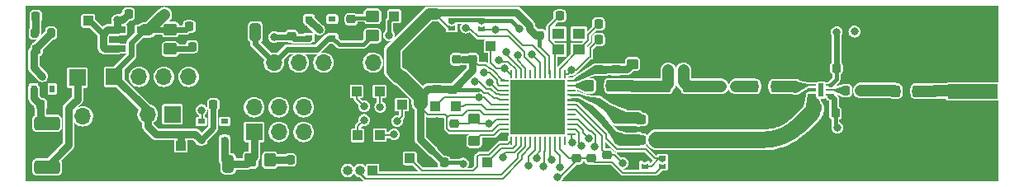
<source format=gbr>
%TF.GenerationSoftware,KiCad,Pcbnew,6.0.0*%
%TF.CreationDate,2022-03-07T01:43:26-06:00*%
%TF.ProjectId,main_board,6d61696e-5f62-46f6-9172-642e6b696361,rev?*%
%TF.SameCoordinates,Original*%
%TF.FileFunction,Copper,L1,Top*%
%TF.FilePolarity,Positive*%
%FSLAX46Y46*%
G04 Gerber Fmt 4.6, Leading zero omitted, Abs format (unit mm)*
G04 Created by KiCad (PCBNEW 6.0.0) date 2022-03-07 01:43:26*
%MOMM*%
%LPD*%
G01*
G04 APERTURE LIST*
G04 Aperture macros list*
%AMRoundRect*
0 Rectangle with rounded corners*
0 $1 Rounding radius*
0 $2 $3 $4 $5 $6 $7 $8 $9 X,Y pos of 4 corners*
0 Add a 4 corners polygon primitive as box body*
4,1,4,$2,$3,$4,$5,$6,$7,$8,$9,$2,$3,0*
0 Add four circle primitives for the rounded corners*
1,1,$1+$1,$2,$3*
1,1,$1+$1,$4,$5*
1,1,$1+$1,$6,$7*
1,1,$1+$1,$8,$9*
0 Add four rect primitives between the rounded corners*
20,1,$1+$1,$2,$3,$4,$5,0*
20,1,$1+$1,$4,$5,$6,$7,0*
20,1,$1+$1,$6,$7,$8,$9,0*
20,1,$1+$1,$8,$9,$2,$3,0*%
%AMFreePoly0*
4,1,6,0.400000,0.000000,0.250000,-0.375000,-0.250000,-0.375000,-0.250000,0.375000,0.250000,0.375000,0.400000,0.000000,0.400000,0.000000,$1*%
%AMFreePoly1*
4,1,6,0.250000,-0.375000,-0.325000,-0.375000,-0.150000,0.000000,-0.325000,0.375000,0.250000,0.375000,0.250000,-0.375000,0.250000,-0.375000,$1*%
G04 Aperture macros list end*
%TA.AperFunction,ComponentPad*%
%ADD10C,4.400000*%
%TD*%
%TA.AperFunction,ComponentPad*%
%ADD11C,0.700000*%
%TD*%
%TA.AperFunction,SMDPad,CuDef*%
%ADD12RoundRect,0.218750X0.218750X0.256250X-0.218750X0.256250X-0.218750X-0.256250X0.218750X-0.256250X0*%
%TD*%
%TA.AperFunction,SMDPad,CuDef*%
%ADD13RoundRect,0.218750X0.256250X-0.218750X0.256250X0.218750X-0.256250X0.218750X-0.256250X-0.218750X0*%
%TD*%
%TA.AperFunction,SMDPad,CuDef*%
%ADD14RoundRect,0.200000X-0.200000X-0.275000X0.200000X-0.275000X0.200000X0.275000X-0.200000X0.275000X0*%
%TD*%
%TA.AperFunction,SMDPad,CuDef*%
%ADD15RoundRect,0.250000X-0.350000X0.275000X-0.350000X-0.275000X0.350000X-0.275000X0.350000X0.275000X0*%
%TD*%
%TA.AperFunction,ComponentPad*%
%ADD16R,1.000000X1.000000*%
%TD*%
%TA.AperFunction,ComponentPad*%
%ADD17O,1.000000X1.000000*%
%TD*%
%TA.AperFunction,SMDPad,CuDef*%
%ADD18R,1.000000X1.000000*%
%TD*%
%TA.AperFunction,SMDPad,CuDef*%
%ADD19RoundRect,0.225000X0.250000X-0.225000X0.250000X0.225000X-0.250000X0.225000X-0.250000X-0.225000X0*%
%TD*%
%TA.AperFunction,SMDPad,CuDef*%
%ADD20RoundRect,0.225000X-0.250000X0.225000X-0.250000X-0.225000X0.250000X-0.225000X0.250000X0.225000X0*%
%TD*%
%TA.AperFunction,SMDPad,CuDef*%
%ADD21R,0.550000X0.800000*%
%TD*%
%TA.AperFunction,SMDPad,CuDef*%
%ADD22RoundRect,0.250000X-0.275000X-0.350000X0.275000X-0.350000X0.275000X0.350000X-0.275000X0.350000X0*%
%TD*%
%TA.AperFunction,SMDPad,CuDef*%
%ADD23RoundRect,0.250000X0.325000X0.650000X-0.325000X0.650000X-0.325000X-0.650000X0.325000X-0.650000X0*%
%TD*%
%TA.AperFunction,SMDPad,CuDef*%
%ADD24RoundRect,0.225000X-0.225000X-0.250000X0.225000X-0.250000X0.225000X0.250000X-0.225000X0.250000X0*%
%TD*%
%TA.AperFunction,SMDPad,CuDef*%
%ADD25RoundRect,0.250000X-0.350000X-0.450000X0.350000X-0.450000X0.350000X0.450000X-0.350000X0.450000X0*%
%TD*%
%TA.AperFunction,SMDPad,CuDef*%
%ADD26FreePoly0,270.000000*%
%TD*%
%TA.AperFunction,SMDPad,CuDef*%
%ADD27FreePoly1,270.000000*%
%TD*%
%TA.AperFunction,SMDPad,CuDef*%
%ADD28RoundRect,0.225000X0.225000X0.250000X-0.225000X0.250000X-0.225000X-0.250000X0.225000X-0.250000X0*%
%TD*%
%TA.AperFunction,ComponentPad*%
%ADD29R,1.700000X1.700000*%
%TD*%
%TA.AperFunction,ComponentPad*%
%ADD30O,1.700000X1.700000*%
%TD*%
%TA.AperFunction,SMDPad,CuDef*%
%ADD31RoundRect,0.062500X0.375000X0.062500X-0.375000X0.062500X-0.375000X-0.062500X0.375000X-0.062500X0*%
%TD*%
%TA.AperFunction,SMDPad,CuDef*%
%ADD32R,0.600000X1.370000*%
%TD*%
%TA.AperFunction,SMDPad,CuDef*%
%ADD33RoundRect,0.250000X0.450000X-0.350000X0.450000X0.350000X-0.450000X0.350000X-0.450000X-0.350000X0*%
%TD*%
%TA.AperFunction,SMDPad,CuDef*%
%ADD34RoundRect,0.250000X-0.450000X0.350000X-0.450000X-0.350000X0.450000X-0.350000X0.450000X0.350000X0*%
%TD*%
%TA.AperFunction,SMDPad,CuDef*%
%ADD35RoundRect,0.062500X0.062500X-0.375000X0.062500X0.375000X-0.062500X0.375000X-0.062500X-0.375000X0*%
%TD*%
%TA.AperFunction,SMDPad,CuDef*%
%ADD36RoundRect,0.062500X0.375000X-0.062500X0.375000X0.062500X-0.375000X0.062500X-0.375000X-0.062500X0*%
%TD*%
%TA.AperFunction,SMDPad,CuDef*%
%ADD37R,5.600000X5.600000*%
%TD*%
%TA.AperFunction,SMDPad,CuDef*%
%ADD38R,0.800000X0.550000*%
%TD*%
%TA.AperFunction,SMDPad,CuDef*%
%ADD39RoundRect,0.250000X-1.075000X0.425000X-1.075000X-0.425000X1.075000X-0.425000X1.075000X0.425000X0*%
%TD*%
%TA.AperFunction,SMDPad,CuDef*%
%ADD40R,1.300000X1.100000*%
%TD*%
%TA.AperFunction,SMDPad,CuDef*%
%ADD41R,1.560000X0.650000*%
%TD*%
%TA.AperFunction,SMDPad,CuDef*%
%ADD42R,5.080000X1.500000*%
%TD*%
%TA.AperFunction,ViaPad*%
%ADD43C,0.800000*%
%TD*%
%TA.AperFunction,Conductor*%
%ADD44C,0.600000*%
%TD*%
%TA.AperFunction,Conductor*%
%ADD45C,0.800000*%
%TD*%
%TA.AperFunction,Conductor*%
%ADD46C,0.200000*%
%TD*%
%TA.AperFunction,Conductor*%
%ADD47C,1.200000*%
%TD*%
%TA.AperFunction,Conductor*%
%ADD48C,1.726680*%
%TD*%
%TA.AperFunction,Conductor*%
%ADD49C,0.400000*%
%TD*%
%TA.AperFunction,Conductor*%
%ADD50C,1.450000*%
%TD*%
G04 APERTURE END LIST*
D10*
%TO.P,H4,1,1*%
%TO.N,GND*%
X217099000Y-146777000D03*
D11*
X218749000Y-146777000D03*
X218265726Y-147943726D03*
X217099000Y-148427000D03*
X215932274Y-147943726D03*
X215449000Y-146777000D03*
X215932274Y-145610274D03*
X217099000Y-145127000D03*
X218265726Y-145610274D03*
%TD*%
D10*
%TO.P,H2,1,1*%
%TO.N,GND*%
X217205000Y-134905000D03*
D11*
X218855000Y-134905000D03*
X218371726Y-136071726D03*
X217205000Y-136555000D03*
X216038274Y-136071726D03*
X215555000Y-134905000D03*
X216038274Y-133738274D03*
X217205000Y-133255000D03*
X218371726Y-133738274D03*
%TD*%
D10*
%TO.P,H1,1,1*%
%TO.N,GND*%
X137600000Y-147250000D03*
D11*
X139250000Y-147250000D03*
X138766726Y-148416726D03*
X137600000Y-148900000D03*
X136433274Y-148416726D03*
X135950000Y-147250000D03*
X136433274Y-146083274D03*
X137600000Y-145600000D03*
X138766726Y-146083274D03*
%TD*%
D12*
%TO.P,D8,1,K*%
%TO.N,GND*%
X129612500Y-132900000D03*
%TO.P,D8,2,A*%
%TO.N,Net-(D8-Pad2)*%
X128037500Y-132900000D03*
%TD*%
%TO.P,D7,1,K*%
%TO.N,GND*%
X145637500Y-136000000D03*
%TO.P,D7,2,A*%
%TO.N,Net-(D7-Pad2)*%
X144062500Y-136000000D03*
%TD*%
D13*
%TO.P,D6,1,K*%
%TO.N,GND*%
X160390000Y-134767500D03*
%TO.P,D6,2,A*%
%TO.N,Net-(D6-Pad2)*%
X160390000Y-133192500D03*
%TD*%
D12*
%TO.P,D5,1,K*%
%TO.N,GND*%
X155737500Y-147625000D03*
%TO.P,D5,2,A*%
%TO.N,Net-(D5-Pad2)*%
X154162500Y-147625000D03*
%TD*%
D14*
%TO.P,R15,1*%
%TO.N,Net-(D8-Pad2)*%
X127950000Y-134625000D03*
%TO.P,R15,2*%
%TO.N,+5V*%
X129600000Y-134625000D03*
%TD*%
D15*
%TO.P,L1,1,1*%
%TO.N,Net-(C5-Pad1)*%
X172992000Y-143404000D03*
%TO.P,L1,2,2*%
%TO.N,Net-(L1-Pad2)*%
X172992000Y-145704000D03*
%TD*%
D16*
%TO.P,J7,1,Pin_1*%
%TO.N,I2C1_SCL*%
X162575000Y-148725000D03*
D17*
%TO.P,J7,2,Pin_2*%
%TO.N,I2C1_SDA*%
X161305000Y-148725000D03*
%TO.P,J7,3,Pin_3*%
%TO.N,+3V3*%
X160035000Y-148725000D03*
%TO.P,J7,4,Pin_4*%
%TO.N,GND*%
X158765000Y-148725000D03*
%TD*%
D18*
%TO.P,TP6,1,1*%
%TO.N,Net-(TP6-Pad1)*%
X163325000Y-145100000D03*
%TD*%
D19*
%TO.P,C20,1*%
%TO.N,Net-(C20-Pad1)*%
X185777635Y-138345000D03*
%TO.P,C20,2*%
%TO.N,GND*%
X185777635Y-136795000D03*
%TD*%
D20*
%TO.P,C8,1*%
%TO.N,NRST*%
X186625000Y-147125000D03*
%TO.P,C8,2*%
%TO.N,GND*%
X186625000Y-148675000D03*
%TD*%
D21*
%TO.P,U5,1,VIN*%
%TO.N,Net-(C38-Pad1)*%
X127825000Y-140325000D03*
%TO.P,U5,2,GND*%
%TO.N,GND*%
X128775000Y-140325000D03*
%TO.P,U5,3,NC*%
%TO.N,unconnected-(U5-Pad3)*%
X129725000Y-140325000D03*
%TO.P,U5,4,NC*%
%TO.N,GND*%
X129725000Y-137925000D03*
%TO.P,U5,5,VOUT*%
%TO.N,+5V*%
X127825000Y-137925000D03*
%TD*%
D22*
%TO.P,L3,1,1*%
%TO.N,Net-(L3-Pad1)*%
X184750000Y-140030000D03*
%TO.P,L3,2,2*%
%TO.N,Net-(C22-Pad1)*%
X187050000Y-140030000D03*
%TD*%
D18*
%TO.P,TP7,1,1*%
%TO.N,Net-(TP7-Pad1)*%
X160940000Y-140600000D03*
%TD*%
%TO.P,TP1,1,1*%
%TO.N,Net-(TP1-Pad1)*%
X164800000Y-132875000D03*
%TD*%
D15*
%TO.P,L2,1,1*%
%TO.N,Net-(C20-Pad1)*%
X189230000Y-137780000D03*
%TO.P,L2,2,2*%
%TO.N,Net-(C22-Pad1)*%
X189230000Y-140080000D03*
%TD*%
D23*
%TO.P,C45,1*%
%TO.N,+5V_GPS*%
X150555000Y-134500000D03*
%TO.P,C45,2*%
%TO.N,GND*%
X147605000Y-134500000D03*
%TD*%
D24*
%TO.P,C40,1*%
%TO.N,+5V*%
X128125000Y-136275000D03*
%TO.P,C40,2*%
%TO.N,GND*%
X129675000Y-136275000D03*
%TD*%
D19*
%TO.P,C43,1*%
%TO.N,+5V*%
X154250000Y-134925000D03*
%TO.P,C43,2*%
%TO.N,GND*%
X154250000Y-133375000D03*
%TD*%
D25*
%TO.P,R12,1*%
%TO.N,+3V3_RFID*%
X150050000Y-147675000D03*
%TO.P,R12,2*%
%TO.N,Net-(D5-Pad2)*%
X152050000Y-147675000D03*
%TD*%
D26*
%TO.P,JP4,1,A*%
%TO.N,Net-(C47-Pad1)*%
X173750000Y-133350000D03*
D27*
%TO.P,JP4,2,B*%
%TO.N,Net-(C5-Pad1)*%
X173750000Y-134150000D03*
%TD*%
D28*
%TO.P,C17,1*%
%TO.N,GND*%
X183325000Y-132850000D03*
%TO.P,C17,2*%
%TO.N,Net-(C17-Pad2)*%
X181775000Y-132850000D03*
%TD*%
D19*
%TO.P,C4,1*%
%TO.N,+3V3*%
X171174259Y-137300000D03*
%TO.P,C4,2*%
%TO.N,GND*%
X171174259Y-135750000D03*
%TD*%
D29*
%TO.P,J8,1,Pin_1*%
%TO.N,Net-(D4-Pad2)*%
X132300000Y-139200000D03*
D30*
%TO.P,J8,2,Pin_2*%
%TO.N,GND*%
X132300000Y-136660000D03*
%TD*%
D31*
%TO.P,U3,1,VC1*%
%TO.N,RFSW_VC1*%
X209497500Y-140970000D03*
%TO.P,U3,2,RFC*%
%TO.N,Net-(C32-Pad1)*%
X209497500Y-140470000D03*
%TO.P,U3,3,VC2*%
%TO.N,RFSW_VC2*%
X209497500Y-139970000D03*
%TO.P,U3,4,RF2*%
%TO.N,Net-(C25-Pad1)*%
X207622500Y-139970000D03*
%TO.P,U3,5,GND*%
%TO.N,GND*%
X207622500Y-140470000D03*
%TO.P,U3,6,RF1*%
%TO.N,Net-(C29-Pad2)*%
X207622500Y-140970000D03*
D32*
%TO.P,U3,7*%
%TO.N,N/C*%
X208560000Y-140470000D03*
%TD*%
D20*
%TO.P,C5,1*%
%TO.N,Net-(C5-Pad1)*%
X170962000Y-143919000D03*
%TO.P,C5,2*%
%TO.N,GND*%
X170962000Y-145469000D03*
%TD*%
D18*
%TO.P,TP20,1,1*%
%TO.N,DEBUG_JTRST*%
X174300000Y-147900000D03*
%TD*%
D20*
%TO.P,C1,1*%
%TO.N,+3V3*%
X183450000Y-147500000D03*
%TO.P,C1,2*%
%TO.N,GND*%
X183450000Y-149050000D03*
%TD*%
D19*
%TO.P,C21,1*%
%TO.N,Net-(C20-Pad1)*%
X187507635Y-138345000D03*
%TO.P,C21,2*%
%TO.N,GND*%
X187507635Y-136795000D03*
%TD*%
%TO.P,C3,1*%
%TO.N,+3V3*%
X172824259Y-137300000D03*
%TO.P,C3,2*%
%TO.N,GND*%
X172824259Y-135750000D03*
%TD*%
D33*
%TO.P,R13,1*%
%TO.N,+5V_GPS*%
X162560000Y-134890000D03*
%TO.P,R13,2*%
%TO.N,Net-(D6-Pad2)*%
X162560000Y-132890000D03*
%TD*%
D18*
%TO.P,TP4,1,1*%
%TO.N,Net-(TP4-Pad1)*%
X163280000Y-140600000D03*
%TD*%
D24*
%TO.P,C24,1*%
%TO.N,Net-(C23-Pad2)*%
X198305000Y-140080000D03*
%TO.P,C24,2*%
%TO.N,Net-(C24-Pad2)*%
X199855000Y-140080000D03*
%TD*%
D18*
%TO.P,TP13,1,1*%
%TO.N,+3V3*%
X142900000Y-146200000D03*
%TD*%
D24*
%TO.P,C47,1*%
%TO.N,Net-(C47-Pad1)*%
X185750000Y-135300000D03*
%TO.P,C47,2*%
%TO.N,GND*%
X187300000Y-135300000D03*
%TD*%
D20*
%TO.P,C22,1*%
%TO.N,Net-(C22-Pad1)*%
X190970000Y-140135000D03*
%TO.P,C22,2*%
%TO.N,GND*%
X190970000Y-141685000D03*
%TD*%
D24*
%TO.P,C42,1*%
%TO.N,+3V3*%
X146245000Y-141940000D03*
%TO.P,C42,2*%
%TO.N,GND*%
X147795000Y-141940000D03*
%TD*%
D26*
%TO.P,JP3,1,A*%
%TO.N,GND*%
X190462500Y-147475000D03*
D27*
%TO.P,JP3,2,B*%
%TO.N,Net-(JP2-Pad1)*%
X190462500Y-148275000D03*
%TD*%
D20*
%TO.P,C31,1*%
%TO.N,GND*%
X193850000Y-143830000D03*
%TO.P,C31,2*%
%TO.N,Net-(C29-Pad2)*%
X193850000Y-145380000D03*
%TD*%
%TO.P,C25,1*%
%TO.N,Net-(C25-Pad1)*%
X205935000Y-140160000D03*
%TO.P,C25,2*%
%TO.N,GND*%
X205935000Y-141710000D03*
%TD*%
D34*
%TO.P,R14,1*%
%TO.N,+3V3*%
X141850000Y-134250000D03*
%TO.P,R14,2*%
%TO.N,Net-(D7-Pad2)*%
X141850000Y-136250000D03*
%TD*%
D24*
%TO.P,C39,1*%
%TO.N,+5V*%
X137565000Y-132630000D03*
%TO.P,C39,2*%
%TO.N,GND*%
X139115000Y-132630000D03*
%TD*%
D20*
%TO.P,C33,1*%
%TO.N,Net-(C32-Pad2)*%
X214375000Y-140500000D03*
%TO.P,C33,2*%
%TO.N,GND*%
X214375000Y-142050000D03*
%TD*%
D35*
%TO.P,U1,1,PB3*%
%TO.N,DBUG_JTDO_SWO*%
X176760000Y-145677500D03*
%TO.P,U1,2,PB4*%
%TO.N,DEBUG_JTRST*%
X177260000Y-145677500D03*
%TO.P,U1,3,PB5*%
%TO.N,RFID_NRST*%
X177760000Y-145677500D03*
%TO.P,U1,4,PB6*%
%TO.N,I2C1_SCL*%
X178260000Y-145677500D03*
%TO.P,U1,5,PB7*%
%TO.N,I2C1_SDA*%
X178760000Y-145677500D03*
%TO.P,U1,6,PB8*%
%TO.N,RFID_DATA0*%
X179260000Y-145677500D03*
%TO.P,U1,7,PA0*%
%TO.N,RFID_TAG_IN_RANGE*%
X179760000Y-145677500D03*
%TO.P,U1,8,PA1*%
%TO.N,RFID_DATA1*%
X180260000Y-145677500D03*
%TO.P,U1,9,PA2*%
%TO.N,ALARM_ON*%
X180760000Y-145677500D03*
%TO.P,U1,10,PA3*%
%TO.N,RFSW_VC1*%
X181260000Y-145677500D03*
%TO.P,U1,11,VDD*%
%TO.N,+3V3*%
X181760000Y-145677500D03*
%TO.P,U1,12,PA4*%
%TO.N,unconnected-(U1-Pad12)*%
X182260000Y-145677500D03*
D36*
%TO.P,U1,13,PA5*%
%TO.N,GPS_~{PWR}*%
X182947500Y-144990000D03*
%TO.P,U1,14,PA6*%
%TO.N,RFID_~{PWR}*%
X182947500Y-144490000D03*
%TO.P,U1,15,PA7*%
%TO.N,Net-(TP6-Pad1)*%
X182947500Y-143990000D03*
%TO.P,U1,16,PA8*%
%TO.N,Net-(TP2-Pad1)*%
X182947500Y-143490000D03*
%TO.P,U1,17,PA9*%
%TO.N,unconnected-(U1-Pad17)*%
X182947500Y-142990000D03*
%TO.P,U1,18,NRST*%
%TO.N,NRST*%
X182947500Y-142490000D03*
%TO.P,U1,19,PH3-BOOT0*%
%TO.N,Net-(JP2-Pad1)*%
X182947500Y-141990000D03*
%TO.P,U1,20,RFI_P*%
%TO.N,Net-(C29-Pad1)*%
X182947500Y-141490000D03*
%TO.P,U1,21,RFI_N*%
%TO.N,Net-(C28-Pad1)*%
X182947500Y-140990000D03*
%TO.P,U1,22,RFO_LP*%
%TO.N,unconnected-(U1-Pad22)*%
X182947500Y-140490000D03*
%TO.P,U1,23,RFO_HP*%
%TO.N,Net-(L3-Pad1)*%
X182947500Y-139990000D03*
%TO.P,U1,24,VR_PA*%
%TO.N,Net-(C20-Pad1)*%
X182947500Y-139490000D03*
D35*
%TO.P,U1,25,VDDPA*%
%TO.N,Net-(C47-Pad1)*%
X182260000Y-138802500D03*
%TO.P,U1,26,OSC_IN*%
%TO.N,Net-(C19-Pad2)*%
X181760000Y-138802500D03*
%TO.P,U1,27,OSC_OUT*%
%TO.N,Net-(C17-Pad2)*%
X181260000Y-138802500D03*
%TO.P,U1,28,VDDRF*%
%TO.N,+3V3*%
X180760000Y-138802500D03*
%TO.P,U1,29,VDDRF1V55*%
%TO.N,Net-(C5-Pad1)*%
X180260000Y-138802500D03*
%TO.P,U1,30,PB0-VDD_TXCO*%
%TO.N,Net-(TP1-Pad1)*%
X179760000Y-138802500D03*
%TO.P,U1,31,PB2*%
%TO.N,RFSW_VC2*%
X179260000Y-138802500D03*
%TO.P,U1,32,PB12*%
%TO.N,unconnected-(U1-Pad32)*%
X178760000Y-138802500D03*
%TO.P,U1,33,PA10*%
%TO.N,GPS_RXD*%
X178260000Y-138802500D03*
%TO.P,U1,34,PA11*%
%TO.N,GPS_STATE*%
X177760000Y-138802500D03*
%TO.P,U1,35,PA12*%
%TO.N,GPS_TXD*%
X177260000Y-138802500D03*
%TO.P,U1,36,PA13*%
%TO.N,DEBUG_JTMS_SWDIO*%
X176760000Y-138802500D03*
D36*
%TO.P,U1,37,VBAT*%
%TO.N,+3V3*%
X176072500Y-139490000D03*
%TO.P,U1,38,PC13*%
%TO.N,Net-(TP7-Pad1)*%
X176072500Y-139990000D03*
%TO.P,U1,39,PC14-OSC32_IN*%
%TO.N,Net-(TP5-Pad1)*%
X176072500Y-140490000D03*
%TO.P,U1,40,PC15-OSC32_OUT*%
%TO.N,Net-(TP4-Pad1)*%
X176072500Y-140990000D03*
%TO.P,U1,41,VDDA*%
%TO.N,+3V3*%
X176072500Y-141490000D03*
%TO.P,U1,42,PA14*%
%TO.N,DEBUG_JTCK_SWCLK*%
X176072500Y-141990000D03*
%TO.P,U1,43,PA15*%
%TO.N,DEBUG_JTDI*%
X176072500Y-142490000D03*
%TO.P,U1,44,VDD*%
%TO.N,+3V3*%
X176072500Y-142990000D03*
%TO.P,U1,45,VFBSMPS*%
%TO.N,Net-(C5-Pad1)*%
X176072500Y-143490000D03*
%TO.P,U1,46,VDDSMPS*%
%TO.N,+3V3*%
X176072500Y-143990000D03*
%TO.P,U1,47,VLXSMPS*%
%TO.N,Net-(L1-Pad2)*%
X176072500Y-144490000D03*
%TO.P,U1,48,VSSSMPS*%
%TO.N,GND*%
X176072500Y-144990000D03*
D37*
%TO.P,U1,49*%
%TO.N,N/C*%
X179510000Y-142240000D03*
%TD*%
D29*
%TO.P,J3,1,Pin_1*%
%TO.N,GND*%
X149925000Y-137650000D03*
D30*
%TO.P,J3,2,Pin_2*%
%TO.N,+5V_GPS*%
X152465000Y-137650000D03*
%TO.P,J3,3,Pin_3*%
%TO.N,GPS_RXD*%
X155005000Y-137650000D03*
%TO.P,J3,4,Pin_4*%
%TO.N,GPS_STATE*%
X157545000Y-137650000D03*
%TO.P,J3,5,Pin_5*%
%TO.N,GND*%
X160085000Y-137650000D03*
%TO.P,J3,6,Pin_6*%
%TO.N,GPS_TXD*%
X162625000Y-137650000D03*
%TD*%
D18*
%TO.P,TP5,1,1*%
%TO.N,Net-(TP5-Pad1)*%
X161050000Y-145125000D03*
%TD*%
%TO.P,TP8,1,1*%
%TO.N,DEBUG_JTCK_SWCLK*%
X169000000Y-142150000D03*
%TD*%
%TO.P,TP21,1,1*%
%TO.N,DBUG_JTDO_SWO*%
X166400000Y-147490000D03*
%TD*%
D19*
%TO.P,C7,1*%
%TO.N,+3V3*%
X169150000Y-140375000D03*
%TO.P,C7,2*%
%TO.N,GND*%
X169150000Y-138825000D03*
%TD*%
D24*
%TO.P,C29,1*%
%TO.N,Net-(C29-Pad1)*%
X190135000Y-145565000D03*
%TO.P,C29,2*%
%TO.N,Net-(C29-Pad2)*%
X191685000Y-145565000D03*
%TD*%
D20*
%TO.P,C30,1*%
%TO.N,Net-(C23-Pad2)*%
X196640000Y-140065000D03*
%TO.P,C30,2*%
%TO.N,GND*%
X196640000Y-141615000D03*
%TD*%
D28*
%TO.P,C10,1*%
%TO.N,+3V3*%
X169908217Y-147925000D03*
%TO.P,C10,2*%
%TO.N,GND*%
X168358217Y-147925000D03*
%TD*%
D29*
%TO.P,J2,1,Pin_1*%
%TO.N,+3V3_RFID*%
X150425000Y-144775000D03*
D30*
%TO.P,J2,2,Pin_2*%
%TO.N,RFID_LED*%
X150425000Y-142235000D03*
%TO.P,J2,3,Pin_3*%
%TO.N,RFID_DATA0*%
X152965000Y-144775000D03*
%TO.P,J2,4,Pin_4*%
%TO.N,RFID_DATA1*%
X152965000Y-142235000D03*
%TO.P,J2,5,Pin_5*%
%TO.N,RFID_NRST*%
X155505000Y-144775000D03*
%TO.P,J2,6,Pin_6*%
%TO.N,RFID_TAG_IN_RANGE*%
X155505000Y-142235000D03*
%TO.P,J2,7,Pin_7*%
%TO.N,GND*%
X158045000Y-144775000D03*
%TO.P,J2,8,Pin_8*%
X158045000Y-142235000D03*
%TD*%
D38*
%TO.P,U8,1,OUT*%
%TO.N,+5V_GPS*%
X158450000Y-135070000D03*
%TO.P,U8,2,GND*%
%TO.N,GND*%
X158450000Y-134120000D03*
%TO.P,U8,3,FLG*%
%TO.N,unconnected-(U8-Pad3)*%
X158450000Y-133170000D03*
%TO.P,U8,4,~{EN}*%
%TO.N,GPS_~{PWR}*%
X156050000Y-133170000D03*
%TO.P,U8,5,IN*%
%TO.N,+5V*%
X156050000Y-135070000D03*
%TD*%
D26*
%TO.P,JP2,1,A*%
%TO.N,Net-(JP2-Pad1)*%
X192287500Y-147475000D03*
D27*
%TO.P,JP2,2,B*%
%TO.N,+3V3*%
X192287500Y-148275000D03*
%TD*%
D28*
%TO.P,C19,1*%
%TO.N,GND*%
X187300000Y-133675000D03*
%TO.P,C19,2*%
%TO.N,Net-(C19-Pad2)*%
X185750000Y-133675000D03*
%TD*%
D24*
%TO.P,C23,1*%
%TO.N,Net-(C22-Pad1)*%
X192895000Y-138420000D03*
%TO.P,C23,2*%
%TO.N,Net-(C23-Pad2)*%
X194445000Y-138420000D03*
%TD*%
D15*
%TO.P,L6,1,1*%
%TO.N,Net-(C28-Pad1)*%
X187975000Y-143180000D03*
%TO.P,L6,2,2*%
%TO.N,Net-(C29-Pad1)*%
X187975000Y-145480000D03*
%TD*%
D24*
%TO.P,C41,1*%
%TO.N,+3V3*%
X143775000Y-133950000D03*
%TO.P,C41,2*%
%TO.N,GND*%
X145325000Y-133950000D03*
%TD*%
D26*
%TO.P,JP1,1,A*%
%TO.N,Net-(C47-Pad1)*%
X170700000Y-133300000D03*
D27*
%TO.P,JP1,2,B*%
%TO.N,+3V3*%
X170700000Y-134100000D03*
%TD*%
D18*
%TO.P,TP3,1,1*%
%TO.N,DEBUG_JTDI*%
X171100000Y-142150000D03*
%TD*%
D38*
%TO.P,U7,1,OUT*%
%TO.N,+3V3_RFID*%
X147400000Y-145600000D03*
%TO.P,U7,2,GND*%
%TO.N,GND*%
X147400000Y-144650000D03*
%TO.P,U7,3,FLG*%
%TO.N,unconnected-(U7-Pad3)*%
X147400000Y-143700000D03*
%TO.P,U7,4,~{EN}*%
%TO.N,RFID_~{PWR}*%
X145000000Y-143700000D03*
%TO.P,U7,5,IN*%
%TO.N,+3V3*%
X145000000Y-145600000D03*
%TD*%
D22*
%TO.P,L5,1,1*%
%TO.N,Net-(C24-Pad2)*%
X201630000Y-140100000D03*
%TO.P,L5,2,2*%
%TO.N,Net-(C25-Pad1)*%
X203930000Y-140100000D03*
%TD*%
D19*
%TO.P,C6,1*%
%TO.N,+3V3*%
X170775000Y-140400000D03*
%TO.P,C6,2*%
%TO.N,GND*%
X170775000Y-138850000D03*
%TD*%
D22*
%TO.P,L4,1,1*%
%TO.N,Net-(C22-Pad1)*%
X192630000Y-140090000D03*
%TO.P,L4,2,2*%
%TO.N,Net-(C23-Pad2)*%
X194930000Y-140090000D03*
%TD*%
D39*
%TO.P,D4,1,K*%
%TO.N,Net-(C38-Pad1)*%
X129200000Y-143875000D03*
%TO.P,D4,2,A*%
%TO.N,Net-(D4-Pad2)*%
X129200000Y-148375000D03*
%TD*%
D23*
%TO.P,C44,1*%
%TO.N,+3V3_RFID*%
X147775000Y-148050000D03*
%TO.P,C44,2*%
%TO.N,GND*%
X144825000Y-148050000D03*
%TD*%
D24*
%TO.P,C32,1*%
%TO.N,Net-(C32-Pad1)*%
X211090000Y-140505000D03*
%TO.P,C32,2*%
%TO.N,Net-(C32-Pad2)*%
X212640000Y-140505000D03*
%TD*%
D20*
%TO.P,C34,1*%
%TO.N,Net-(C34-Pad1)*%
X220235000Y-140560000D03*
%TO.P,C34,2*%
%TO.N,GND*%
X220235000Y-142110000D03*
%TD*%
D18*
%TO.P,TP14,1,1*%
%TO.N,+5V*%
X133410000Y-133350000D03*
%TD*%
D28*
%TO.P,C26,1*%
%TO.N,GND*%
X211587000Y-142852000D03*
%TO.P,C26,2*%
%TO.N,RFSW_VC1*%
X210037000Y-142852000D03*
%TD*%
D18*
%TO.P,TP2,1,1*%
%TO.N,Net-(TP2-Pad1)*%
X165575000Y-141975000D03*
%TD*%
D40*
%TO.P,Y1,1,1*%
%TO.N,Net-(C17-Pad2)*%
X181625000Y-136325000D03*
%TO.P,Y1,2,2*%
%TO.N,Net-(C19-Pad2)*%
X183725000Y-136325000D03*
%TO.P,Y1,3*%
%TO.N,N/C*%
X183725000Y-134675000D03*
%TO.P,Y1,4*%
X181625000Y-134675000D03*
%TD*%
D22*
%TO.P,L7,1,1*%
%TO.N,Net-(C32-Pad2)*%
X216155000Y-140575000D03*
%TO.P,L7,2,2*%
%TO.N,Net-(C34-Pad1)*%
X218455000Y-140575000D03*
%TD*%
D41*
%TO.P,U6,1,VIN*%
%TO.N,+5V*%
X136450000Y-134300000D03*
%TO.P,U6,2,VSS*%
%TO.N,GND*%
X136450000Y-135250000D03*
%TO.P,U6,3,ON*%
%TO.N,+5V*%
X136450000Y-136200000D03*
%TO.P,U6,4,NC*%
%TO.N,GND*%
X139150000Y-136200000D03*
%TO.P,U6,5,VOUT*%
%TO.N,+3V3*%
X139150000Y-134300000D03*
%TD*%
D18*
%TO.P,TP9,1,1*%
%TO.N,DEBUG_JTMS_SWDIO*%
X174700000Y-135950000D03*
%TD*%
D24*
%TO.P,C28,1*%
%TO.N,Net-(C28-Pad1)*%
X190175000Y-143485000D03*
%TO.P,C28,2*%
%TO.N,GND*%
X191725000Y-143485000D03*
%TD*%
D29*
%TO.P,J1,1,Pin_1*%
%TO.N,ALARM_ON*%
X142050000Y-142950000D03*
D30*
%TO.P,J1,2,Pin_2*%
%TO.N,+3V3*%
X139510000Y-142950000D03*
%TO.P,J1,3,Pin_3*%
%TO.N,GND*%
X136970000Y-142950000D03*
%TD*%
D29*
%TO.P,SW1,1,1*%
%TO.N,GND*%
X132870000Y-145710000D03*
D30*
%TO.P,SW1,2,2*%
%TO.N,NRST*%
X132870000Y-143170000D03*
%TD*%
D42*
%TO.P,J6,1,In*%
%TO.N,Net-(C34-Pad1)*%
X224100000Y-140625000D03*
%TO.P,J6,2,Ext*%
%TO.N,GND*%
X224100000Y-136375000D03*
X224100000Y-144875000D03*
%TD*%
D24*
%TO.P,C38,1*%
%TO.N,Net-(C38-Pad1)*%
X128550000Y-141975000D03*
%TO.P,C38,2*%
%TO.N,GND*%
X130100000Y-141975000D03*
%TD*%
D29*
%TO.P,J5,1,Pin_1*%
%TO.N,+3V3*%
X136093745Y-139096248D03*
D30*
%TO.P,J5,2,Pin_2*%
%TO.N,NRST*%
X138633745Y-139096248D03*
%TO.P,J5,3,Pin_3*%
%TO.N,DEBUG_JTMS_SWDIO*%
X141173745Y-139096248D03*
%TO.P,J5,4,Pin_4*%
%TO.N,DEBUG_JTCK_SWCLK*%
X143713745Y-139096248D03*
%TO.P,J5,5,Pin_5*%
%TO.N,GND*%
X146253745Y-139096248D03*
%TD*%
D20*
%TO.P,C2,1*%
%TO.N,+3V3*%
X185000000Y-147500000D03*
%TO.P,C2,2*%
%TO.N,GND*%
X185000000Y-149050000D03*
%TD*%
D24*
%TO.P,C27,1*%
%TO.N,RFSW_VC2*%
X210135000Y-138200000D03*
%TO.P,C27,2*%
%TO.N,GND*%
X211685000Y-138200000D03*
%TD*%
D19*
%TO.P,C9,1*%
%TO.N,+3V3*%
X179700000Y-134850000D03*
%TO.P,C9,2*%
%TO.N,GND*%
X179700000Y-133300000D03*
%TD*%
D43*
%TO.N,GND*%
X222850000Y-142065000D03*
X224650000Y-142065000D03*
X224700000Y-138790000D03*
X222900000Y-138815000D03*
X221100000Y-138815000D03*
X222400000Y-132540000D03*
X224200000Y-132540000D03*
X222400000Y-134340000D03*
X224200000Y-134340000D03*
X222400000Y-146865000D03*
X224200000Y-146865000D03*
X222400000Y-148665000D03*
X224200000Y-148665000D03*
X188950000Y-134475000D03*
X190750000Y-134475000D03*
X188950000Y-136275000D03*
X190750000Y-136275000D03*
X192575000Y-134500000D03*
X192575000Y-136300000D03*
X194375000Y-134500000D03*
X206800000Y-146275000D03*
X213575000Y-137990000D03*
%TO.N,*%
X211975000Y-134465000D03*
%TO.N,GND*%
X211850000Y-136240000D03*
%TO.N,+3V3*%
X141216000Y-132723000D03*
X171850000Y-148025000D03*
X181525000Y-149400000D03*
X169090000Y-132650000D03*
%TO.N,GND*%
X204975000Y-148100000D03*
X198000000Y-134500000D03*
X208425000Y-136265000D03*
X219275000Y-138815000D03*
X208510000Y-137950000D03*
X203400000Y-134500000D03*
X199800000Y-142000000D03*
X207000000Y-134500000D03*
X211850000Y-148090000D03*
X208425000Y-134465000D03*
X199475000Y-148100000D03*
X207035000Y-137985000D03*
X208275000Y-146265000D03*
X199800000Y-143800000D03*
X198000000Y-136300000D03*
X201600000Y-134500000D03*
X194100000Y-142000000D03*
X201600000Y-138100000D03*
X166100000Y-144450000D03*
X203175000Y-148100000D03*
X201600000Y-142000000D03*
X203400000Y-142000000D03*
X199800000Y-134500000D03*
X195900000Y-143800000D03*
X196175000Y-136300000D03*
X203400000Y-143800000D03*
X201600000Y-143800000D03*
X198000000Y-138100000D03*
X169300000Y-134050000D03*
X194075000Y-148100000D03*
X206775000Y-148100000D03*
X216300000Y-142590000D03*
X199800000Y-138100000D03*
X203400000Y-138100000D03*
X197700000Y-143800000D03*
X199800000Y-136300000D03*
X208250000Y-148065000D03*
X211900000Y-146265000D03*
X207000000Y-136300000D03*
X208360000Y-144350000D03*
X189200000Y-141800000D03*
X203400000Y-136300000D03*
X205200000Y-136300000D03*
X218350000Y-142590000D03*
X211960000Y-144350000D03*
X166175000Y-137200000D03*
X197675000Y-148100000D03*
X205200000Y-138100000D03*
X215575000Y-138790000D03*
X194375000Y-136300000D03*
X201375000Y-148100000D03*
X189325000Y-147325000D03*
X196175000Y-134500000D03*
X205200000Y-134500000D03*
X169200000Y-143700000D03*
X201600000Y-136300000D03*
X195875000Y-148100000D03*
%TO.N,Net-(C5-Pad1)*%
X174520489Y-143879511D03*
X175150000Y-134250000D03*
%TO.N,NRST*%
X188200000Y-147950000D03*
%TO.N,RFSW_VC1*%
X181775000Y-148400000D03*
X210210000Y-144325000D03*
%TO.N,RFSW_VC2*%
X172150000Y-134050000D03*
X210150000Y-134515000D03*
%TO.N,+5V*%
X152490000Y-135000000D03*
X128700000Y-139050000D03*
X136370000Y-133280000D03*
%TO.N,ALARM_ON*%
X180925000Y-147680000D03*
%TO.N,RFID_DATA0*%
X178575000Y-148250000D03*
%TO.N,RFID_DATA1*%
X180050000Y-148280000D03*
%TO.N,RFID_NRST*%
X175950000Y-147350000D03*
%TO.N,RFID_TAG_IN_RANGE*%
X179400000Y-147475000D03*
%TO.N,GPS_RXD*%
X177420000Y-136870000D03*
%TO.N,GPS_TXD*%
X175490000Y-137380000D03*
%TO.N,GPS_STATE*%
X176250000Y-136550000D03*
%TO.N,DEBUG_JTMS_SWDIO*%
X176115000Y-138225000D03*
%TO.N,DEBUG_JTCK_SWCLK*%
X173450000Y-141200000D03*
%TO.N,Net-(C47-Pad1)*%
X183000000Y-138400000D03*
X177650000Y-134200000D03*
%TO.N,Net-(TP1-Pad1)*%
X164275000Y-134825000D03*
X178900000Y-136775000D03*
%TO.N,GPS_~{PWR}*%
X183040000Y-145830000D03*
X157100000Y-134250000D03*
%TO.N,RFID_~{PWR}*%
X184010000Y-146190000D03*
X145050000Y-142525000D03*
%TO.N,Net-(TP2-Pad1)*%
X165090000Y-143640000D03*
X185325000Y-146250000D03*
%TO.N,Net-(TP4-Pad1)*%
X173100000Y-139589259D03*
X163360000Y-142200000D03*
%TO.N,Net-(TP5-Pad1)*%
X174550000Y-139650000D03*
X161705495Y-143540489D03*
%TO.N,Net-(TP6-Pad1)*%
X164775000Y-145025000D03*
X184725000Y-145400000D03*
%TO.N,Net-(TP7-Pad1)*%
X161710000Y-142140000D03*
X174000000Y-138700000D03*
%TD*%
D44*
%TO.N,Net-(D4-Pad2)*%
X131745523Y-141970523D02*
X131420489Y-142295558D01*
D45*
X132300000Y-139200000D02*
X132300000Y-141416046D01*
X132300000Y-141416046D02*
X131745523Y-141970523D01*
D46*
%TO.N,GND*%
X128775000Y-140325000D02*
X128775000Y-140650000D01*
X128775000Y-140650000D02*
X130100000Y-141975000D01*
D45*
%TO.N,Net-(C38-Pad1)*%
X127825000Y-140325000D02*
X127825000Y-141250000D01*
X127825000Y-141250000D02*
X128550000Y-141975000D01*
D44*
%TO.N,RFSW_VC2*%
X210150000Y-134515000D02*
X210150000Y-138185000D01*
X210150000Y-138185000D02*
X210135000Y-138200000D01*
D45*
%TO.N,Net-(D8-Pad2)*%
X128037500Y-132900000D02*
X128037500Y-134537500D01*
X128037500Y-134537500D02*
X127950000Y-134625000D01*
%TO.N,Net-(C38-Pad1)*%
X128550000Y-141975000D02*
X128550000Y-143225000D01*
X128550000Y-143225000D02*
X129200000Y-143875000D01*
%TO.N,Net-(D4-Pad2)*%
X132100000Y-141616047D02*
X131420489Y-142295558D01*
X131420489Y-142295558D02*
X131420489Y-146154511D01*
X131420489Y-146154511D02*
X129200000Y-148375000D01*
%TO.N,Net-(C38-Pad1)*%
X128550000Y-141975000D02*
X128398598Y-141975000D01*
X129200000Y-143875000D02*
X129841047Y-143875000D01*
%TO.N,+5V*%
X127825000Y-137925000D02*
X127825000Y-138175000D01*
X127825000Y-138175000D02*
X128700000Y-139050000D01*
X129600000Y-134625000D02*
X128125000Y-136100000D01*
X128125000Y-136100000D02*
X128125000Y-136275000D01*
X127825000Y-137925000D02*
X127825000Y-136575000D01*
X127825000Y-136575000D02*
X128125000Y-136275000D01*
D47*
%TO.N,Net-(C34-Pad1)*%
X220235000Y-140560000D02*
X224170000Y-140560000D01*
X224170000Y-140560000D02*
X224225000Y-140615000D01*
X218455000Y-140575000D02*
X220220000Y-140575000D01*
X220220000Y-140575000D02*
X220235000Y-140560000D01*
%TO.N,Net-(C32-Pad2)*%
X214375000Y-140500000D02*
X216080000Y-140500000D01*
X216080000Y-140500000D02*
X216155000Y-140575000D01*
X212640000Y-140505000D02*
X214370000Y-140505000D01*
X214370000Y-140505000D02*
X214375000Y-140500000D01*
%TO.N,Net-(C25-Pad1)*%
X203930000Y-140100000D02*
X205875000Y-140100000D01*
X205875000Y-140100000D02*
X205935000Y-140160000D01*
%TO.N,Net-(C24-Pad2)*%
X200820000Y-140080000D02*
X200825000Y-140075000D01*
X199855000Y-140080000D02*
X200820000Y-140080000D01*
X200825000Y-140075000D02*
X201605000Y-140075000D01*
X201605000Y-140075000D02*
X201630000Y-140100000D01*
%TO.N,Net-(C23-Pad2)*%
X194930000Y-140090000D02*
X198295000Y-140090000D01*
X198295000Y-140090000D02*
X198305000Y-140080000D01*
X194445000Y-138420000D02*
X194445000Y-139605000D01*
X194445000Y-139605000D02*
X194930000Y-140090000D01*
%TO.N,Net-(C22-Pad1)*%
X192895000Y-138420000D02*
X192895000Y-139825000D01*
X192895000Y-139825000D02*
X192630000Y-140090000D01*
X189230000Y-140080000D02*
X192620000Y-140080000D01*
X192620000Y-140080000D02*
X192630000Y-140090000D01*
X187050000Y-140030000D02*
X189180000Y-140030000D01*
X189180000Y-140030000D02*
X189230000Y-140080000D01*
D48*
%TO.N,Net-(C29-Pad2)*%
X202610000Y-145590000D02*
X191710000Y-145590000D01*
X191710000Y-145590000D02*
X191685000Y-145565000D01*
D49*
%TO.N,+3V3*%
X171750000Y-147925000D02*
X171850000Y-148025000D01*
D46*
X174999520Y-138534514D02*
X175887506Y-139422500D01*
X170475000Y-144675000D02*
X174859994Y-144675000D01*
X187124520Y-147874520D02*
X188225000Y-148975000D01*
X185000000Y-147500000D02*
X185374520Y-147874520D01*
X174450000Y-140749031D02*
X175016959Y-141315990D01*
D50*
X167500000Y-141125000D02*
X167500000Y-141800000D01*
D46*
X174859994Y-144675000D02*
X175544994Y-143990000D01*
D45*
X177314004Y-132450480D02*
X169289520Y-132450480D01*
D46*
X175558021Y-141490000D02*
X176072500Y-141490000D01*
X181764259Y-149400000D02*
X183450000Y-147714260D01*
X181525000Y-149400000D02*
X181764259Y-149400000D01*
X173650489Y-140400489D02*
X173999031Y-140749031D01*
D44*
X146245000Y-144355000D02*
X146245000Y-141940000D01*
D45*
X168250000Y-140375000D02*
X169150000Y-140375000D01*
D46*
X188225000Y-148975000D02*
X191587500Y-148975000D01*
X174709636Y-138255371D02*
X174988779Y-138534514D01*
D45*
X178675000Y-133811477D02*
X178675000Y-134175000D01*
D46*
X176072500Y-139490000D02*
X176072500Y-139422500D01*
X173424748Y-137900489D02*
X174189748Y-137900489D01*
X175544994Y-143990000D02*
X176072500Y-143990000D01*
X181760000Y-145677500D02*
X181760000Y-146535000D01*
D44*
X168658217Y-146675000D02*
X169908217Y-147925000D01*
D46*
X175384011Y-141315990D02*
X175558021Y-141490000D01*
D49*
X169908217Y-147925000D02*
X171750000Y-147925000D01*
D47*
X168370000Y-132650000D02*
X169090000Y-132650000D01*
D45*
X172824259Y-138441788D02*
X170866047Y-140400000D01*
X142900000Y-146200000D02*
X142900000Y-145000000D01*
D46*
X169090000Y-132740000D02*
X169090000Y-132650000D01*
X174189748Y-137900489D02*
X174544630Y-138255371D01*
D45*
X167500000Y-145516783D02*
X168658217Y-146675000D01*
X139510000Y-142512503D02*
X136093745Y-139096248D01*
D50*
X165275000Y-139100000D02*
X165475000Y-139100000D01*
D44*
X143425000Y-134300000D02*
X143775000Y-133950000D01*
D46*
X180684520Y-136994514D02*
X180684520Y-138727020D01*
X179725000Y-136034994D02*
X180684520Y-136994514D01*
X182725000Y-147500000D02*
X183450000Y-147500000D01*
D44*
X139150000Y-134300000D02*
X143425000Y-134300000D01*
D45*
X169150000Y-140375000D02*
X170750000Y-140375000D01*
D46*
X173527121Y-142536983D02*
X172313017Y-142536983D01*
X173999031Y-140749031D02*
X174450000Y-140749031D01*
X171750000Y-143100000D02*
X170450000Y-143100000D01*
X173980138Y-142990000D02*
X173527121Y-142536983D01*
D44*
X145000000Y-145600000D02*
X146245000Y-144355000D01*
D47*
X164675000Y-136425000D02*
X164675000Y-136345000D01*
D46*
X172313017Y-142536983D02*
X171750000Y-143100000D01*
X185374520Y-147874520D02*
X187124520Y-147874520D01*
X167500000Y-142249022D02*
X168251467Y-143000489D01*
X170450000Y-143100000D02*
X170187480Y-143362520D01*
X183450000Y-147500000D02*
X185000000Y-147500000D01*
X175887506Y-139422500D02*
X176072500Y-139422500D01*
X176072500Y-142990000D02*
X173980138Y-142990000D01*
D50*
X164675000Y-138500000D02*
X165275000Y-139100000D01*
D46*
X180684520Y-138727020D02*
X180760000Y-138802500D01*
X181760000Y-146535000D02*
X182725000Y-147500000D01*
D45*
X139510000Y-144152081D02*
X140352919Y-144995000D01*
D47*
X164675000Y-136345000D02*
X168370000Y-132650000D01*
D45*
X167500000Y-141125000D02*
X168250000Y-140375000D01*
X172824259Y-137300000D02*
X172824259Y-138441788D01*
X140352919Y-144995000D02*
X142895000Y-144995000D01*
D49*
X171174259Y-137300000D02*
X171750000Y-137300000D01*
D45*
X170866047Y-140400000D02*
X170775000Y-140400000D01*
D46*
X175016959Y-141315990D02*
X175384011Y-141315990D01*
X174988779Y-138534514D02*
X174999520Y-138534514D01*
D45*
X142895000Y-144995000D02*
X144395000Y-144995000D01*
D46*
X170187480Y-143362520D02*
X170187480Y-144387480D01*
X191587500Y-148975000D02*
X192287500Y-148275000D01*
D50*
X164675000Y-136425000D02*
X164675000Y-138500000D01*
D45*
X179350000Y-134850000D02*
X179700000Y-134850000D01*
D46*
X173400489Y-140400489D02*
X173650489Y-140400489D01*
D44*
X137860000Y-135590000D02*
X139150000Y-134300000D01*
D46*
X167500000Y-141800000D02*
X167500000Y-142249022D01*
D45*
X142900000Y-145000000D02*
X142895000Y-144995000D01*
D47*
X139639000Y-134300000D02*
X141216000Y-132723000D01*
D46*
X170025489Y-143000489D02*
X170287500Y-143262500D01*
D50*
X165475000Y-139100000D02*
X167500000Y-141125000D01*
D46*
X170187480Y-144387480D02*
X170475000Y-144675000D01*
D45*
X167500000Y-141800000D02*
X167500000Y-145516783D01*
D46*
X174544630Y-138255371D02*
X174709636Y-138255371D01*
D45*
X144395000Y-144995000D02*
X145000000Y-145600000D01*
D47*
X139150000Y-134300000D02*
X139639000Y-134300000D01*
D45*
X169289520Y-132450480D02*
X169090000Y-132650000D01*
D44*
X137860000Y-136894022D02*
X137860000Y-135590000D01*
D49*
X169175489Y-140400489D02*
X173400489Y-140400489D01*
D45*
X178675000Y-134175000D02*
X179350000Y-134850000D01*
D46*
X168251467Y-143000489D02*
X170025489Y-143000489D01*
D45*
X139510000Y-142950000D02*
X139510000Y-144152081D01*
D46*
X170450000Y-134100000D02*
X169090000Y-132740000D01*
X172824259Y-137300000D02*
X173424748Y-137900489D01*
D45*
X171750000Y-137300000D02*
X172824259Y-137300000D01*
D49*
X179700000Y-134850000D02*
X179700000Y-135868572D01*
D45*
X177314004Y-132450480D02*
X178675000Y-133811477D01*
D44*
X136093745Y-138660277D02*
X137860000Y-136894022D01*
D46*
%TO.N,GND*%
X175675006Y-144990000D02*
X176072500Y-144990000D01*
X172153520Y-146528520D02*
X173569618Y-146528520D01*
X171094000Y-145469000D02*
X172153520Y-146528520D01*
X174025000Y-146073138D02*
X174591868Y-146073138D01*
X173569618Y-146528520D02*
X174025000Y-146073138D01*
X174591868Y-146073138D02*
X175675006Y-144990000D01*
%TO.N,Net-(C5-Pad1)*%
X176354265Y-134250000D02*
X175150000Y-134250000D01*
X180260000Y-137135000D02*
X179025000Y-135900000D01*
X173467511Y-143879511D02*
X174520489Y-143879511D01*
X174859748Y-143879511D02*
X175249259Y-143490000D01*
X178004265Y-135900000D02*
X176354265Y-134250000D01*
X180260000Y-138802500D02*
X180260000Y-137135000D01*
X175150000Y-134250000D02*
X173850000Y-134250000D01*
X175249259Y-143490000D02*
X176072500Y-143490000D01*
X172992000Y-143404000D02*
X173467511Y-143879511D01*
X172477000Y-143919000D02*
X172992000Y-143404000D01*
X174520489Y-143879511D02*
X174859748Y-143879511D01*
X179025000Y-135900000D02*
X178004265Y-135900000D01*
X170962000Y-143919000D02*
X172477000Y-143919000D01*
%TO.N,NRST*%
X185727133Y-144847868D02*
X186100000Y-145220734D01*
X187375000Y-147125000D02*
X188200000Y-147950000D01*
X183396973Y-142490000D02*
X185727133Y-144820160D01*
X185727133Y-144820160D02*
X185727133Y-144847868D01*
X182947500Y-142490000D02*
X183396973Y-142490000D01*
X186100000Y-145220734D02*
X186100000Y-146600000D01*
X186100000Y-146600000D02*
X186625000Y-147125000D01*
X186625000Y-147125000D02*
X187375000Y-147125000D01*
%TO.N,Net-(C17-Pad2)*%
X181260000Y-137791922D02*
X181259039Y-137790961D01*
X180675489Y-133949511D02*
X181775000Y-132850000D01*
X181625000Y-136325000D02*
X180675489Y-135375489D01*
X181260000Y-138802500D02*
X181260000Y-137791922D01*
X180675489Y-135375489D02*
X180675489Y-133949511D01*
X181259039Y-137790961D02*
X181259039Y-138290961D01*
X181259039Y-136690961D02*
X181259039Y-137790961D01*
%TO.N,Net-(C19-Pad2)*%
X184674511Y-134750489D02*
X184674511Y-135375489D01*
X183725000Y-136325000D02*
X181760000Y-138290000D01*
X181760000Y-138290000D02*
X181760000Y-138802500D01*
X185750000Y-133675000D02*
X184674511Y-134750489D01*
X184674511Y-135375489D02*
X183725000Y-136325000D01*
D45*
%TO.N,Net-(C20-Pad1)*%
X185777635Y-138345000D02*
X187507635Y-138345000D01*
X188665000Y-138345000D02*
X189230000Y-137780000D01*
X187507635Y-138345000D02*
X188665000Y-138345000D01*
D46*
%TO.N,RFSW_VC1*%
X181260000Y-146735000D02*
X181775000Y-147250000D01*
X181775000Y-147250000D02*
X181775000Y-148400000D01*
D44*
X209622020Y-141094520D02*
X209497500Y-141094520D01*
D49*
X210037000Y-142852000D02*
X210037000Y-144152000D01*
D44*
X209862000Y-141334500D02*
X209622020Y-141094520D01*
D46*
X181260000Y-145677500D02*
X181260000Y-146735000D01*
D49*
X210037000Y-144152000D02*
X210210000Y-144325000D01*
D44*
X209862000Y-142852000D02*
X209862000Y-141334500D01*
D46*
%TO.N,RFSW_VC2*%
X179260000Y-138180001D02*
X178119511Y-137039512D01*
X172675480Y-134250000D02*
X173375480Y-134950000D01*
X176489259Y-134950000D02*
X173375480Y-134950000D01*
X179260000Y-138802500D02*
X179260000Y-138180001D01*
X178119511Y-136580252D02*
X176489259Y-134950000D01*
D49*
X209522020Y-139945480D02*
X209497500Y-139945480D01*
X210135000Y-138200000D02*
X210135000Y-139332500D01*
X210135000Y-139332500D02*
X209522020Y-139945480D01*
D46*
X172150000Y-134250000D02*
X172675480Y-134250000D01*
X178119511Y-137039512D02*
X178119511Y-136580252D01*
D47*
%TO.N,Net-(C28-Pad1)*%
X189735000Y-143335000D02*
X189835000Y-143435000D01*
X187975000Y-143335000D02*
X189735000Y-143335000D01*
%TO.N,Net-(C29-Pad1)*%
X189805000Y-145635000D02*
X189865000Y-145575000D01*
X187975000Y-145635000D02*
X189805000Y-145635000D01*
D48*
%TO.N,Net-(C29-Pad2)*%
X206253331Y-144148331D02*
X207622028Y-142779635D01*
X207622028Y-142779635D02*
G75*
G03*
X207810000Y-142325832I-453811J453807D01*
G01*
X202610000Y-145590000D02*
G75*
G03*
X206368128Y-144033331I-5J5314804D01*
G01*
D45*
%TO.N,+3V3_RFID*%
X150425000Y-144775000D02*
X150425000Y-147300000D01*
X147775000Y-148050000D02*
X149675000Y-148050000D01*
X147400000Y-145600000D02*
X147400000Y-147675000D01*
X147400000Y-147675000D02*
X147775000Y-148050000D01*
X150425000Y-147300000D02*
X150050000Y-147675000D01*
X149675000Y-148050000D02*
X150050000Y-147675000D01*
D44*
%TO.N,+5V*%
X152490000Y-135000000D02*
X154175000Y-135000000D01*
X156050000Y-135200000D02*
X154525000Y-135200000D01*
X133590000Y-133350000D02*
X134970000Y-134730000D01*
D45*
X135095978Y-136200000D02*
X134970000Y-136074022D01*
X134970000Y-134730000D02*
X135400000Y-134300000D01*
X136450000Y-136200000D02*
X135095978Y-136200000D01*
X136370000Y-133280000D02*
X136370000Y-134220000D01*
X134970000Y-136074022D02*
X134970000Y-134730000D01*
X136915000Y-133280000D02*
X137565000Y-132630000D01*
X135400000Y-134300000D02*
X136450000Y-134300000D01*
X136370000Y-133280000D02*
X136915000Y-133280000D01*
D44*
X154525000Y-135200000D02*
X154250000Y-134925000D01*
D45*
X136370000Y-134220000D02*
X136450000Y-134300000D01*
D44*
%TO.N,+5V_GPS*%
X156875000Y-136275000D02*
X153840000Y-136275000D01*
X150555000Y-135740000D02*
X152465000Y-137650000D01*
X153840000Y-136275000D02*
X152465000Y-137650000D01*
D49*
X158450000Y-135070000D02*
X159184520Y-135804520D01*
D44*
X150555000Y-134500000D02*
X150555000Y-135740000D01*
X157950000Y-135200000D02*
X157062500Y-136087500D01*
X157062500Y-136087500D02*
X156875000Y-136275000D01*
D49*
X159184520Y-135804520D02*
X161645480Y-135804520D01*
D44*
X158450000Y-135200000D02*
X157950000Y-135200000D01*
D49*
X161645480Y-135804520D02*
X162560000Y-134890000D01*
D45*
%TO.N,Net-(D5-Pad2)*%
X152050000Y-147675000D02*
X153962500Y-147675000D01*
D49*
%TO.N,Net-(D6-Pad2)*%
X160390000Y-133042500D02*
X162407500Y-133042500D01*
D44*
%TO.N,Net-(D7-Pad2)*%
X143662500Y-136250000D02*
X143912500Y-136000000D01*
X141850000Y-136250000D02*
X143662500Y-136250000D01*
D46*
%TO.N,ALARM_ON*%
X180760000Y-147335000D02*
X180925000Y-147500000D01*
X180760000Y-145677500D02*
X180760000Y-147335000D01*
%TO.N,RFID_DATA0*%
X178575000Y-147310741D02*
X178575000Y-148250000D01*
X179260000Y-145677500D02*
X179260000Y-146625741D01*
X179260000Y-146625741D02*
X178575000Y-147310741D01*
%TO.N,RFID_DATA1*%
X180184520Y-146785480D02*
X180270000Y-146700000D01*
X180050000Y-148280000D02*
X180225489Y-148104511D01*
X180270000Y-146700000D02*
X180270000Y-145687500D01*
X180184520Y-148145480D02*
X180184520Y-146785480D01*
%TO.N,RFID_NRST*%
X175950000Y-147100000D02*
X175950000Y-147350000D01*
X177760000Y-145677500D02*
X177760000Y-146191979D01*
X177101979Y-146850000D02*
X176200000Y-146850000D01*
X176200000Y-146850000D02*
X175950000Y-147100000D01*
X177760000Y-146191979D02*
X177101979Y-146850000D01*
%TO.N,RFID_TAG_IN_RANGE*%
X179760000Y-145677500D02*
X179760000Y-146740000D01*
X179760000Y-146740000D02*
X179400000Y-147100000D01*
X179400000Y-147100000D02*
X179400000Y-147475000D01*
%TO.N,GPS_RXD*%
X178260000Y-138219988D02*
X178260000Y-138802500D01*
X177420000Y-137379988D02*
X178260000Y-138219988D01*
X177420000Y-136870000D02*
X177420000Y-137379988D01*
%TO.N,GPS_TXD*%
X176404748Y-137525489D02*
X175890000Y-137525489D01*
X177260000Y-138802500D02*
X177260000Y-138350000D01*
X175490000Y-137380000D02*
X175744511Y-137380000D01*
X177260000Y-138350000D02*
X176455370Y-137545370D01*
X176455370Y-137545370D02*
X176424629Y-137545370D01*
X176424629Y-137545370D02*
X176404748Y-137525489D01*
X175744511Y-137380000D02*
X175890000Y-137525489D01*
%TO.N,GPS_STATE*%
X176250000Y-136774994D02*
X177760000Y-138284994D01*
X176250000Y-136550000D02*
X176250000Y-136774994D01*
X177760000Y-138284994D02*
X177760000Y-138802500D01*
%TO.N,DEBUG_JTMS_SWDIO*%
X174700000Y-137669988D02*
X174700000Y-135950000D01*
X176692500Y-138802500D02*
X176115000Y-138225000D01*
X175255012Y-138225000D02*
X174700000Y-137669988D01*
X176760000Y-138802500D02*
X176692500Y-138802500D01*
X176115000Y-138225000D02*
X175255012Y-138225000D01*
%TO.N,DEBUG_JTCK_SWCLK*%
X169950000Y-141200000D02*
X169000000Y-142150000D01*
X174790000Y-141990000D02*
X176072500Y-141990000D01*
X173450000Y-141200000D02*
X174000000Y-141200000D01*
X173450000Y-141200000D02*
X169950000Y-141200000D01*
X174000000Y-141200000D02*
X174790000Y-141990000D01*
%TO.N,Net-(C47-Pad1)*%
X184799022Y-137050000D02*
X184900000Y-137050000D01*
D49*
X173650489Y-133250489D02*
X173750000Y-133350000D01*
D46*
X182597500Y-138802500D02*
X183000000Y-138400000D01*
D49*
X170749511Y-133250489D02*
X173650489Y-133250489D01*
D46*
X182260000Y-138802500D02*
X182597500Y-138802500D01*
D49*
X176800000Y-133350000D02*
X177650000Y-134200000D01*
X173750000Y-133350000D02*
X176800000Y-133350000D01*
D46*
X184900000Y-137050000D02*
X184900000Y-136150000D01*
X183000000Y-138400000D02*
X183449022Y-138400000D01*
X184900000Y-136150000D02*
X185750000Y-135300000D01*
X183449022Y-138400000D02*
X184799022Y-137050000D01*
%TO.N,Net-(JP2-Pad1)*%
X182947500Y-141990000D02*
X183461979Y-141990000D01*
X191511086Y-147475000D02*
X192287500Y-147475000D01*
X190570606Y-146534520D02*
X191511086Y-147475000D01*
X191163914Y-148275000D02*
X191963914Y-147475000D01*
X183461979Y-141990000D02*
X186525000Y-145053021D01*
X190462500Y-148275000D02*
X191163914Y-148275000D01*
X187602407Y-146534520D02*
X190570606Y-146534520D01*
X186525000Y-145457113D02*
X187602407Y-146534520D01*
X186525000Y-145053021D02*
X186525000Y-145457113D01*
%TO.N,Net-(L1-Pad2)*%
X175025481Y-145074519D02*
X173621480Y-145074520D01*
X176072500Y-144490000D02*
X175610000Y-144490000D01*
X173621480Y-145074520D02*
X172992000Y-145704000D01*
X175610000Y-144490000D02*
X175025481Y-145074519D01*
%TO.N,I2C1_SCL*%
X177470000Y-147430480D02*
X177470000Y-147055000D01*
X177475480Y-147049520D02*
X177475480Y-147041505D01*
X177470000Y-147055000D02*
X177475480Y-147049520D01*
X175750000Y-149150480D02*
X177470000Y-147430480D01*
X163000480Y-149150480D02*
X175750000Y-149150480D01*
X162575000Y-148725000D02*
X163000480Y-149150480D01*
X177475480Y-147041505D02*
X178260000Y-146256986D01*
X178260000Y-145677500D02*
X178260000Y-146256986D01*
%TO.N,I2C1_SDA*%
X178760000Y-145677500D02*
X178760000Y-146321992D01*
X178760000Y-146321992D02*
X177869520Y-147212472D01*
X177869520Y-147212472D02*
X177869519Y-147595967D01*
X161305000Y-148980000D02*
X161875000Y-149550000D01*
X161800978Y-149550000D02*
X161305000Y-149054022D01*
X175915486Y-149550000D02*
X161800978Y-149550000D01*
X177869519Y-147595967D02*
X175915486Y-149550000D01*
D49*
%TO.N,Net-(TP1-Pad1)*%
X164275000Y-133400000D02*
X164800000Y-132875000D01*
X164275000Y-134825000D02*
X164275000Y-133400000D01*
D46*
X179760000Y-137635000D02*
X179760000Y-138802500D01*
X178900000Y-136775000D02*
X179760000Y-137635000D01*
%TO.N,DBUG_JTDO_SWO*%
X176760000Y-145715000D02*
X176460000Y-146015000D01*
X173500489Y-147100489D02*
X173300000Y-147300978D01*
X167609520Y-148699520D02*
X171520481Y-148699520D01*
X171571921Y-148750960D02*
X172924040Y-148750960D01*
X172924040Y-148725960D02*
X172924040Y-148750960D01*
X173300000Y-147300978D02*
X173300000Y-148350000D01*
X166400000Y-147490000D02*
X167609520Y-148699520D01*
X176460000Y-146015000D02*
X175619993Y-146015001D01*
X173300000Y-148350000D02*
X172924040Y-148725960D01*
X175619993Y-146015001D02*
X174534505Y-147100489D01*
X171520481Y-148699520D02*
X171571921Y-148750960D01*
X174534505Y-147100489D02*
X173500489Y-147100489D01*
%TO.N,DEBUG_JTRST*%
X176972453Y-146414520D02*
X177260000Y-146126973D01*
X177260000Y-146126973D02*
X177260000Y-145677500D01*
X175785480Y-146414520D02*
X174300000Y-147900000D01*
X176972453Y-146414520D02*
X175785480Y-146414520D01*
%TO.N,GPS_~{PWR}*%
X182947500Y-144990000D02*
X182947500Y-145622500D01*
X182947500Y-145622500D02*
X183175000Y-145850000D01*
D45*
X156050000Y-133300000D02*
X156150000Y-133300000D01*
X156150000Y-133300000D02*
X157100000Y-134250000D01*
D46*
%TO.N,RFID_~{PWR}*%
X182947500Y-144490000D02*
X183396973Y-144490000D01*
X183750000Y-144843027D02*
X183750000Y-145930000D01*
X145107503Y-142657503D02*
X145107503Y-143592497D01*
X183750000Y-145930000D02*
X184010000Y-146190000D01*
X183396973Y-144490000D02*
X183750000Y-144843027D01*
%TO.N,Net-(TP2-Pad1)*%
X185424511Y-145110252D02*
X185424511Y-146150489D01*
X165575000Y-143155000D02*
X165090000Y-143640000D01*
X165575000Y-141975000D02*
X165575000Y-143155000D01*
X184549519Y-144449519D02*
X184800489Y-144700489D01*
X184549519Y-144434513D02*
X184549519Y-144449519D01*
X185424511Y-146150489D02*
X185325000Y-146250000D01*
X184800489Y-144700489D02*
X185014748Y-144700489D01*
X182947500Y-143490000D02*
X183605006Y-143490000D01*
X183605006Y-143490000D02*
X184549519Y-144434513D01*
X185014748Y-144700489D02*
X185424511Y-145110252D01*
%TO.N,Net-(TP4-Pad1)*%
X163280000Y-140600000D02*
X163280000Y-142120000D01*
X163280000Y-142120000D02*
X163360000Y-142200000D01*
X174260252Y-140349511D02*
X173500000Y-139589259D01*
X176072500Y-140990000D02*
X175623027Y-140990000D01*
X175623027Y-140990000D02*
X175522547Y-140889520D01*
X175522547Y-140889520D02*
X175224514Y-140889520D01*
X175224514Y-140889520D02*
X174684505Y-140349511D01*
X174684505Y-140349511D02*
X174260252Y-140349511D01*
X173100000Y-139589259D02*
X173500000Y-139589259D01*
%TO.N,Net-(TP5-Pad1)*%
X161050000Y-144195984D02*
X161050000Y-145125000D01*
X175390000Y-140490000D02*
X176072500Y-140490000D01*
X161705495Y-143540489D02*
X161050000Y-144195984D01*
X174550000Y-139650000D02*
X175390000Y-140490000D01*
%TO.N,Net-(TP6-Pad1)*%
X163325000Y-145100000D02*
X164700000Y-145100000D01*
X184150000Y-144600000D02*
X183540000Y-143990000D01*
X183540000Y-143990000D02*
X182947500Y-143990000D01*
X164700000Y-145100000D02*
X164775000Y-145025000D01*
X184725000Y-145400000D02*
X184150000Y-144825000D01*
X184150000Y-144825000D02*
X184150000Y-144600000D01*
%TO.N,Net-(TP7-Pad1)*%
X160940000Y-140600000D02*
X160940000Y-141370000D01*
X174589259Y-138700000D02*
X175335480Y-139446221D01*
X175335480Y-139435480D02*
X175335480Y-139785480D01*
X175550000Y-140000000D02*
X176062500Y-140000000D01*
X175335480Y-139785480D02*
X175550000Y-140000000D01*
X174000000Y-138700000D02*
X174589259Y-138700000D01*
X160940000Y-141370000D02*
X161710000Y-142140000D01*
%TO.N,DEBUG_JTDI*%
X172100000Y-141950000D02*
X173700000Y-141950000D01*
X174240000Y-142490000D02*
X176072500Y-142490000D01*
X173700000Y-141950000D02*
X174240000Y-142490000D01*
X171900000Y-142150000D02*
X172100000Y-141950000D01*
X171100000Y-142150000D02*
X171900000Y-142150000D01*
%TD*%
%TA.AperFunction,Conductor*%
%TO.N,Net-(C32-Pad1)*%
G36*
X211384127Y-140085862D02*
G01*
X211431371Y-140138858D01*
X211443497Y-140194274D01*
X211436448Y-140800465D01*
X211415656Y-140868349D01*
X211361463Y-140914214D01*
X211310457Y-140925000D01*
X210758268Y-140925000D01*
X210713269Y-140916691D01*
X209966001Y-140630971D01*
X209909516Y-140587959D01*
X209885252Y-140521238D01*
X209885000Y-140513280D01*
X209885000Y-140441665D01*
X209905002Y-140373544D01*
X209958658Y-140327051D01*
X209972209Y-140321785D01*
X210716952Y-140080839D01*
X210753963Y-140074733D01*
X211315732Y-140066821D01*
X211384127Y-140085862D01*
G37*
%TD.AperFunction*%
%TD*%
%TA.AperFunction,Conductor*%
%TO.N,GND*%
G36*
X226746073Y-131778927D02*
G01*
X226749500Y-131787200D01*
X226749500Y-139685138D01*
X226746073Y-139693411D01*
X226737800Y-139696838D01*
X226731300Y-139694866D01*
X226719189Y-139686773D01*
X226719188Y-139686773D01*
X226718231Y-139686133D01*
X226717102Y-139685908D01*
X226717101Y-139685908D01*
X226660317Y-139674613D01*
X226660315Y-139674613D01*
X226659748Y-139674500D01*
X221540252Y-139674500D01*
X221539685Y-139674613D01*
X221539683Y-139674613D01*
X221482899Y-139685908D01*
X221482898Y-139685908D01*
X221481769Y-139686133D01*
X221480811Y-139686773D01*
X221450499Y-139707027D01*
X221415448Y-139730448D01*
X221400462Y-139752877D01*
X221399511Y-139754300D01*
X221392066Y-139759275D01*
X221389783Y-139759500D01*
X220243459Y-139759500D01*
X220243336Y-139759499D01*
X220240676Y-139759471D01*
X220153593Y-139758559D01*
X220128705Y-139763940D01*
X220106040Y-139768840D01*
X220104872Y-139769031D01*
X220062412Y-139773794D01*
X220057010Y-139774400D01*
X220056769Y-139774427D01*
X220055465Y-139774500D01*
X218126166Y-139774500D01*
X218125892Y-139774526D01*
X218125890Y-139774526D01*
X218095339Y-139777414D01*
X218095338Y-139777414D01*
X218094631Y-139777481D01*
X217966816Y-139822366D01*
X217966110Y-139822887D01*
X217966109Y-139822888D01*
X217860241Y-139901084D01*
X217857850Y-139902850D01*
X217857330Y-139903554D01*
X217785260Y-140001129D01*
X217777366Y-140011816D01*
X217732481Y-140139631D01*
X217729500Y-140171166D01*
X217729500Y-140223952D01*
X217728822Y-140227877D01*
X217670719Y-140391049D01*
X217670642Y-140391699D01*
X217670641Y-140391701D01*
X217649532Y-140568726D01*
X217649532Y-140568730D01*
X217649455Y-140569376D01*
X217662333Y-140691901D01*
X217668134Y-140747094D01*
X217668227Y-140747983D01*
X217668436Y-140748597D01*
X217724481Y-140913227D01*
X217726103Y-140917993D01*
X217727767Y-140920697D01*
X217729500Y-140926825D01*
X217729500Y-140978834D01*
X217729526Y-140979108D01*
X217729526Y-140979110D01*
X217732278Y-141008220D01*
X217732481Y-141010369D01*
X217777366Y-141138184D01*
X217777887Y-141138890D01*
X217777888Y-141138891D01*
X217833295Y-141213905D01*
X217857850Y-141247150D01*
X217858554Y-141247670D01*
X217956122Y-141319735D01*
X217966816Y-141327634D01*
X218094631Y-141372519D01*
X218095338Y-141372586D01*
X218095339Y-141372586D01*
X218125890Y-141375474D01*
X218125892Y-141375474D01*
X218126166Y-141375500D01*
X220211541Y-141375500D01*
X220211666Y-141375501D01*
X220301407Y-141376441D01*
X220333211Y-141369565D01*
X220348960Y-141366160D01*
X220350128Y-141365969D01*
X220398231Y-141360573D01*
X220399535Y-141360500D01*
X221347800Y-141360500D01*
X221356073Y-141363927D01*
X221359500Y-141372200D01*
X221359500Y-141394748D01*
X221359613Y-141395315D01*
X221359613Y-141395317D01*
X221370176Y-141448418D01*
X221371133Y-141453231D01*
X221415448Y-141519552D01*
X221416406Y-141520192D01*
X221470795Y-141556534D01*
X221481769Y-141563867D01*
X221482898Y-141564092D01*
X221482899Y-141564092D01*
X221539683Y-141575387D01*
X221539685Y-141575387D01*
X221540252Y-141575500D01*
X226659748Y-141575500D01*
X226660315Y-141575387D01*
X226660317Y-141575387D01*
X226717101Y-141564092D01*
X226717102Y-141564092D01*
X226718231Y-141563867D01*
X226731301Y-141555134D01*
X226740082Y-141553387D01*
X226747528Y-141558362D01*
X226749500Y-141564862D01*
X226749500Y-149862800D01*
X226746073Y-149871073D01*
X226737800Y-149874500D01*
X226345250Y-149874500D01*
X186275000Y-149825000D01*
X181976479Y-149828984D01*
X181968203Y-149825565D01*
X181964768Y-149817295D01*
X181967186Y-149810162D01*
X182049065Y-149703455D01*
X182049065Y-149703454D01*
X182049536Y-149702841D01*
X182110044Y-149556762D01*
X182121287Y-149471362D01*
X182124614Y-149464616D01*
X183435304Y-148153927D01*
X183443577Y-148150500D01*
X183733488Y-148150500D01*
X183833126Y-148134719D01*
X183953220Y-148073528D01*
X184048528Y-147978220D01*
X184109719Y-147858126D01*
X184115389Y-147822328D01*
X184117283Y-147810370D01*
X184121962Y-147802734D01*
X184128839Y-147800500D01*
X184321161Y-147800500D01*
X184329434Y-147803927D01*
X184332717Y-147810370D01*
X184334611Y-147822328D01*
X184340281Y-147858126D01*
X184401472Y-147978220D01*
X184496780Y-148073528D01*
X184616874Y-148134719D01*
X184716512Y-148150500D01*
X185241920Y-148150500D01*
X185248536Y-148152551D01*
X185250666Y-148154012D01*
X185282821Y-148161643D01*
X185284446Y-148162157D01*
X185303679Y-148169830D01*
X185314377Y-148174098D01*
X185314378Y-148174098D01*
X185315142Y-148174403D01*
X185319209Y-148174802D01*
X185321147Y-148174992D01*
X185321152Y-148174992D01*
X185321435Y-148175020D01*
X185337821Y-148175020D01*
X185340523Y-148175336D01*
X185358536Y-148179611D01*
X185358537Y-148179611D01*
X185359586Y-148179860D01*
X185394364Y-148175127D01*
X185395942Y-148175020D01*
X186995203Y-148175020D01*
X187003476Y-148178447D01*
X187975591Y-149150562D01*
X187977829Y-149153697D01*
X187979575Y-149157269D01*
X188010006Y-149185498D01*
X188017052Y-149192034D01*
X188017368Y-149192339D01*
X188032277Y-149207248D01*
X188032720Y-149207552D01*
X188036083Y-149209860D01*
X188037420Y-149210929D01*
X188060853Y-149232666D01*
X188060855Y-149232667D01*
X188061646Y-149233401D01*
X188062649Y-149233801D01*
X188062652Y-149233803D01*
X188081359Y-149241266D01*
X188083636Y-149242481D01*
X188101146Y-149254493D01*
X188133303Y-149262124D01*
X188134935Y-149262640D01*
X188165622Y-149274883D01*
X188169689Y-149275282D01*
X188171627Y-149275472D01*
X188171632Y-149275472D01*
X188171915Y-149275500D01*
X188188301Y-149275500D01*
X188191002Y-149275816D01*
X188209016Y-149280091D01*
X188209017Y-149280091D01*
X188210066Y-149280340D01*
X188244844Y-149275607D01*
X188246422Y-149275500D01*
X191535283Y-149275500D01*
X191539081Y-149276134D01*
X191542842Y-149277425D01*
X191543917Y-149277385D01*
X191543919Y-149277385D01*
X191593913Y-149275508D01*
X191594352Y-149275500D01*
X191615448Y-149275500D01*
X191618889Y-149274859D01*
X191619982Y-149274656D01*
X191621684Y-149274466D01*
X191653627Y-149273267D01*
X191653629Y-149273267D01*
X191654708Y-149273226D01*
X191674216Y-149264845D01*
X191676682Y-149264096D01*
X191697553Y-149260209D01*
X191713346Y-149250474D01*
X191725681Y-149242871D01*
X191727201Y-149242081D01*
X191749114Y-149232666D01*
X191757563Y-149229036D01*
X191762449Y-149225022D01*
X191774034Y-149213437D01*
X191776168Y-149211750D01*
X191791930Y-149202034D01*
X191792848Y-149201468D01*
X191814094Y-149173528D01*
X191815134Y-149172337D01*
X192254616Y-148732855D01*
X192262889Y-148729428D01*
X192662500Y-148729428D01*
X192663067Y-148729315D01*
X192663069Y-148729315D01*
X192739601Y-148714092D01*
X192739602Y-148714092D01*
X192740731Y-148713867D01*
X192749090Y-148708282D01*
X192806094Y-148670192D01*
X192807052Y-148669552D01*
X192851367Y-148603231D01*
X192852573Y-148597171D01*
X192866815Y-148525569D01*
X192866815Y-148525567D01*
X192866928Y-148525000D01*
X192866928Y-147950000D01*
X192866912Y-147949240D01*
X192866745Y-147941666D01*
X192866731Y-147941023D01*
X192858431Y-147907146D01*
X192848024Y-147864671D01*
X192848023Y-147864669D01*
X192847749Y-147863550D01*
X192833397Y-147843988D01*
X192831266Y-147835290D01*
X192833102Y-147830567D01*
X192850727Y-147804189D01*
X192851367Y-147803231D01*
X192851848Y-147800816D01*
X192866815Y-147725569D01*
X192866815Y-147725567D01*
X192866928Y-147725000D01*
X192866928Y-147225000D01*
X192866815Y-147224431D01*
X192851592Y-147147899D01*
X192851592Y-147147898D01*
X192851367Y-147146769D01*
X192846598Y-147139631D01*
X192816679Y-147094856D01*
X192807052Y-147080448D01*
X192740731Y-147036133D01*
X192739602Y-147035908D01*
X192739601Y-147035908D01*
X192663069Y-147020685D01*
X192663067Y-147020685D01*
X192662500Y-147020572D01*
X191912500Y-147020572D01*
X191911933Y-147020685D01*
X191911931Y-147020685D01*
X191835399Y-147035908D01*
X191835398Y-147035908D01*
X191834269Y-147036133D01*
X191767948Y-147080448D01*
X191758321Y-147094856D01*
X191728403Y-147139631D01*
X191723633Y-147146769D01*
X191723408Y-147147898D01*
X191723408Y-147147899D01*
X191719990Y-147165083D01*
X191715015Y-147172528D01*
X191708515Y-147174500D01*
X191640404Y-147174500D01*
X191632131Y-147171073D01*
X190820015Y-146358958D01*
X190817777Y-146355823D01*
X190816505Y-146353221D01*
X190816031Y-146352251D01*
X190778554Y-146317486D01*
X190778238Y-146317181D01*
X190763329Y-146302272D01*
X190762452Y-146301670D01*
X190759523Y-146299660D01*
X190758186Y-146298591D01*
X190734753Y-146276854D01*
X190734751Y-146276853D01*
X190733960Y-146276119D01*
X190732957Y-146275719D01*
X190732954Y-146275717D01*
X190719496Y-146270348D01*
X190714244Y-146268253D01*
X190711967Y-146267038D01*
X190694460Y-146255028D01*
X190693410Y-146254779D01*
X190693408Y-146254778D01*
X190673272Y-146250000D01*
X190662305Y-146247397D01*
X190660680Y-146246883D01*
X190641447Y-146239210D01*
X190630749Y-146234942D01*
X190630748Y-146234942D01*
X190629984Y-146234637D01*
X190625917Y-146234238D01*
X190623979Y-146234048D01*
X190623974Y-146234048D01*
X190623691Y-146234020D01*
X190607305Y-146234020D01*
X190604603Y-146233704D01*
X190586590Y-146229429D01*
X190586589Y-146229429D01*
X190585540Y-146229180D01*
X190553311Y-146233566D01*
X190550762Y-146233913D01*
X190549184Y-146234020D01*
X190523606Y-146234020D01*
X190515333Y-146230593D01*
X190511906Y-146222320D01*
X190515333Y-146214047D01*
X190518294Y-146211895D01*
X190530684Y-146205582D01*
X190613220Y-146163528D01*
X190708528Y-146068220D01*
X190712112Y-146061186D01*
X190717525Y-146050564D01*
X190724335Y-146044749D01*
X190733262Y-146045451D01*
X190738337Y-146050492D01*
X190788206Y-146146700D01*
X190788209Y-146146705D01*
X190788472Y-146147212D01*
X190788828Y-146147658D01*
X190788830Y-146147661D01*
X190890206Y-146274653D01*
X190890212Y-146274659D01*
X190890407Y-146274904D01*
X190916269Y-146300766D01*
X190917114Y-146301708D01*
X190921059Y-146306614D01*
X190946238Y-146337931D01*
X190946667Y-146338291D01*
X190946672Y-146338296D01*
X190990576Y-146375135D01*
X190991328Y-146375825D01*
X190994869Y-146379366D01*
X191018404Y-146398697D01*
X191030308Y-146408475D01*
X191030403Y-146408553D01*
X191088559Y-146457352D01*
X191106058Y-146472036D01*
X191106557Y-146472310D01*
X191106561Y-146472313D01*
X191110033Y-146474222D01*
X191111822Y-146475433D01*
X191114879Y-146477944D01*
X191114886Y-146477948D01*
X191115327Y-146478311D01*
X191115833Y-146478582D01*
X191115834Y-146478583D01*
X191142425Y-146492841D01*
X191202326Y-146524960D01*
X191288881Y-146572544D01*
X191289421Y-146572715D01*
X191289425Y-146572717D01*
X191293202Y-146573915D01*
X191295193Y-146574755D01*
X191299193Y-146576900D01*
X191393633Y-146605773D01*
X191487745Y-146635627D01*
X191488313Y-146635691D01*
X191488314Y-146635691D01*
X191492252Y-146636133D01*
X191494366Y-146636571D01*
X191497178Y-146637430D01*
X191498706Y-146637897D01*
X191596918Y-146647873D01*
X191636906Y-146652358D01*
X191649785Y-146653803D01*
X191649787Y-146653803D01*
X191650116Y-146653840D01*
X191655074Y-146653840D01*
X191656255Y-146653900D01*
X191706268Y-146658980D01*
X191706839Y-146658926D01*
X191706882Y-146658922D01*
X191760093Y-146653892D01*
X191761194Y-146653840D01*
X202541973Y-146653840D01*
X202543439Y-146653932D01*
X202579825Y-146658529D01*
X202580153Y-146658570D01*
X202580479Y-146658575D01*
X202580485Y-146658575D01*
X202595077Y-146658778D01*
X202610001Y-146658987D01*
X202626968Y-146657323D01*
X202627667Y-146657276D01*
X203065338Y-146641644D01*
X203403792Y-146605257D01*
X203518160Y-146592961D01*
X203518164Y-146592960D01*
X203518354Y-146592940D01*
X203518544Y-146592906D01*
X203518549Y-146592905D01*
X203966539Y-146512078D01*
X203966549Y-146512076D01*
X203966742Y-146512041D01*
X203966928Y-146511993D01*
X203966935Y-146511992D01*
X204408020Y-146399411D01*
X204408019Y-146399411D01*
X204408216Y-146399361D01*
X204529607Y-146358958D01*
X204840314Y-146255545D01*
X204840325Y-146255541D01*
X204840526Y-146255474D01*
X204840727Y-146255391D01*
X204840737Y-146255387D01*
X205064075Y-146162877D01*
X205261471Y-146081113D01*
X205465771Y-145978848D01*
X205668709Y-145877265D01*
X205668717Y-145877260D01*
X205668904Y-145877167D01*
X206024371Y-145666258D01*
X206060557Y-145644788D01*
X206060559Y-145644787D01*
X206060749Y-145644674D01*
X206435011Y-145384820D01*
X206435164Y-145384697D01*
X206435177Y-145384687D01*
X206789605Y-145099070D01*
X206789608Y-145099068D01*
X206789781Y-145098928D01*
X206921582Y-144976217D01*
X206922238Y-144975652D01*
X206949510Y-144953881D01*
X206962984Y-144943125D01*
X206962990Y-144943119D01*
X206963235Y-144942924D01*
X207042646Y-144863513D01*
X207042946Y-144863223D01*
X207058153Y-144849065D01*
X207087035Y-144822175D01*
X207087832Y-144821497D01*
X207089385Y-144820293D01*
X207092507Y-144817871D01*
X207102358Y-144810230D01*
X207102365Y-144810224D01*
X207102615Y-144810030D01*
X207124016Y-144789219D01*
X207135209Y-144775593D01*
X207156197Y-144750041D01*
X207156965Y-144749194D01*
X208326173Y-143579987D01*
X208327275Y-143579015D01*
X208356262Y-143556531D01*
X208356269Y-143556525D01*
X208356519Y-143556331D01*
X208356746Y-143556110D01*
X208356752Y-143556105D01*
X208377682Y-143535750D01*
X208377919Y-143535520D01*
X208406981Y-143500139D01*
X208407193Y-143499888D01*
X208524285Y-143366370D01*
X208603600Y-143247666D01*
X208648289Y-143180784D01*
X208648290Y-143180782D01*
X208648500Y-143180468D01*
X208747388Y-142979944D01*
X208756439Y-142953282D01*
X208795523Y-142838143D01*
X208819256Y-142768227D01*
X208819986Y-142764560D01*
X208840028Y-142663801D01*
X208862876Y-142548942D01*
X208869225Y-142452084D01*
X208872257Y-142405831D01*
X208872324Y-142405130D01*
X208878529Y-142356015D01*
X208878530Y-142356000D01*
X208878570Y-142355687D01*
X208878667Y-142348780D01*
X208878871Y-142334159D01*
X208878987Y-142325839D01*
X208858629Y-142118205D01*
X208857512Y-142114503D01*
X208798494Y-141919018D01*
X208798493Y-141919016D01*
X208798331Y-141918479D01*
X208794766Y-141911773D01*
X208733358Y-141796282D01*
X208700386Y-141734270D01*
X208651495Y-141674322D01*
X208650068Y-141672100D01*
X208551191Y-141471129D01*
X208502599Y-141372365D01*
X208502021Y-141363429D01*
X208507932Y-141356702D01*
X208513097Y-141355500D01*
X208879748Y-141355500D01*
X208880315Y-141355387D01*
X208880317Y-141355387D01*
X208937101Y-141344092D01*
X208937102Y-141344092D01*
X208938231Y-141343867D01*
X208942440Y-141341055D01*
X208994242Y-141306441D01*
X209004552Y-141299552D01*
X209012205Y-141288098D01*
X209019649Y-141283124D01*
X209028432Y-141284871D01*
X209033181Y-141291384D01*
X209035697Y-141300188D01*
X209035701Y-141300197D01*
X209035928Y-141300991D01*
X209112430Y-141422240D01*
X209219888Y-141517143D01*
X209349663Y-141578073D01*
X209350488Y-141578201D01*
X209350493Y-141578203D01*
X209351602Y-141578376D01*
X209359249Y-141583036D01*
X209361500Y-141589936D01*
X209361500Y-142887940D01*
X209376677Y-142993918D01*
X209377022Y-142994677D01*
X209377023Y-142994680D01*
X209385451Y-143013217D01*
X209386500Y-143018059D01*
X209386500Y-143135488D01*
X209402281Y-143235126D01*
X209463472Y-143355220D01*
X209558780Y-143450528D01*
X209618383Y-143480897D01*
X209630112Y-143486873D01*
X209635927Y-143493682D01*
X209636500Y-143497298D01*
X209636500Y-144138042D01*
X209635609Y-144142519D01*
X209624956Y-144168238D01*
X209614774Y-144245582D01*
X209605368Y-144317028D01*
X209604318Y-144325000D01*
X209624956Y-144481762D01*
X209685464Y-144627841D01*
X209685935Y-144628454D01*
X209685935Y-144628455D01*
X209719575Y-144672295D01*
X209781718Y-144753282D01*
X209782328Y-144753750D01*
X209884581Y-144832211D01*
X209907159Y-144849536D01*
X210053238Y-144910044D01*
X210210000Y-144930682D01*
X210366762Y-144910044D01*
X210512841Y-144849536D01*
X210535420Y-144832211D01*
X210637672Y-144753750D01*
X210638282Y-144753282D01*
X210700425Y-144672295D01*
X210734065Y-144628455D01*
X210734065Y-144628454D01*
X210734536Y-144627841D01*
X210795044Y-144481762D01*
X210815682Y-144325000D01*
X210814633Y-144317028D01*
X210805226Y-144245582D01*
X210795044Y-144168238D01*
X210734536Y-144022159D01*
X210723982Y-144008404D01*
X210643368Y-143903346D01*
X210638282Y-143896718D01*
X210538714Y-143820317D01*
X210513455Y-143800935D01*
X210513454Y-143800935D01*
X210512841Y-143800464D01*
X210444723Y-143772249D01*
X210438391Y-143765917D01*
X210437500Y-143761440D01*
X210437500Y-143497298D01*
X210440927Y-143489025D01*
X210443888Y-143486873D01*
X210455617Y-143480897D01*
X210515220Y-143450528D01*
X210610528Y-143355220D01*
X210671719Y-143235126D01*
X210687500Y-143135488D01*
X210687500Y-142568512D01*
X210685232Y-142554189D01*
X210677099Y-142502841D01*
X210671719Y-142468874D01*
X210610528Y-142348780D01*
X210515220Y-142253472D01*
X210395126Y-142192281D01*
X210377566Y-142189500D01*
X210372370Y-142188677D01*
X210364735Y-142183998D01*
X210362500Y-142177121D01*
X210362500Y-141391914D01*
X210362788Y-141389332D01*
X210366019Y-141375053D01*
X210365853Y-141372365D01*
X210362522Y-141318691D01*
X210362500Y-141317966D01*
X210362500Y-141298560D01*
X210360402Y-141283908D01*
X210360306Y-141282977D01*
X210357193Y-141232794D01*
X210357192Y-141232791D01*
X210357141Y-141231962D01*
X210350622Y-141213903D01*
X210350045Y-141211590D01*
X210348208Y-141198762D01*
X210347323Y-141192582D01*
X210341797Y-141180428D01*
X210326167Y-141146051D01*
X210325813Y-141145181D01*
X210316422Y-141119168D01*
X210308460Y-141097113D01*
X210299519Y-141084874D01*
X210297135Y-141081610D01*
X210295932Y-141079551D01*
X210288330Y-141062833D01*
X210287984Y-141062072D01*
X210254617Y-141023348D01*
X210254052Y-141022638D01*
X210243478Y-141008164D01*
X210229726Y-140994412D01*
X210229136Y-140993776D01*
X210213388Y-140975500D01*
X210197624Y-140957204D01*
X210194819Y-140948701D01*
X210198850Y-140940705D01*
X210207354Y-140937900D01*
X210210665Y-140938640D01*
X210590795Y-141083983D01*
X210594890Y-141086638D01*
X210611780Y-141103528D01*
X210731874Y-141164719D01*
X210769877Y-141170738D01*
X210825167Y-141179495D01*
X210831512Y-141180500D01*
X211348488Y-141180500D01*
X211354834Y-141179495D01*
X211410123Y-141170738D01*
X211448126Y-141164719D01*
X211568220Y-141103528D01*
X211663528Y-141008220D01*
X211724719Y-140888126D01*
X211738520Y-140800989D01*
X211740428Y-140788943D01*
X211740428Y-140788942D01*
X211740500Y-140788488D01*
X211740500Y-140499376D01*
X211834455Y-140499376D01*
X211844389Y-140593891D01*
X211852722Y-140673174D01*
X211853227Y-140677983D01*
X211911103Y-140847993D01*
X211911445Y-140848549D01*
X211911446Y-140848551D01*
X211958716Y-140925387D01*
X212005206Y-141000955D01*
X212005667Y-141001426D01*
X212005668Y-141001427D01*
X212013788Y-141009719D01*
X212130859Y-141129268D01*
X212131407Y-141129621D01*
X212131408Y-141129622D01*
X212189890Y-141167311D01*
X212281817Y-141226554D01*
X212450578Y-141287978D01*
X212589283Y-141305500D01*
X214361541Y-141305500D01*
X214361666Y-141305501D01*
X214451407Y-141306441D01*
X214452039Y-141306304D01*
X214452042Y-141306304D01*
X214477664Y-141300764D01*
X214480137Y-141300500D01*
X215626228Y-141300500D01*
X215633179Y-141302789D01*
X215650658Y-141315699D01*
X215666816Y-141327634D01*
X215794631Y-141372519D01*
X215795338Y-141372586D01*
X215795339Y-141372586D01*
X215825890Y-141375474D01*
X215825892Y-141375474D01*
X215826166Y-141375500D01*
X216140892Y-141375500D01*
X216241351Y-141375851D01*
X216241353Y-141375851D01*
X216242000Y-141375853D01*
X216242634Y-141375711D01*
X216243289Y-141375640D01*
X216243293Y-141375674D01*
X216244871Y-141375500D01*
X216483834Y-141375500D01*
X216484108Y-141375474D01*
X216484110Y-141375474D01*
X216514661Y-141372586D01*
X216514662Y-141372586D01*
X216515369Y-141372519D01*
X216643184Y-141327634D01*
X216653879Y-141319735D01*
X216751446Y-141247670D01*
X216752150Y-141247150D01*
X216776705Y-141213905D01*
X216832112Y-141138891D01*
X216832113Y-141138890D01*
X216832634Y-141138184D01*
X216877519Y-141010369D01*
X216877722Y-141008220D01*
X216880474Y-140979110D01*
X216880474Y-140979108D01*
X216880500Y-140978834D01*
X216880500Y-140916527D01*
X216881702Y-140911361D01*
X216889225Y-140896073D01*
X216912941Y-140847875D01*
X216943091Y-140721316D01*
X216954407Y-140673817D01*
X216954407Y-140673815D01*
X216954560Y-140673174D01*
X216954803Y-140650024D01*
X216956108Y-140525369D01*
X216956441Y-140493593D01*
X216930202Y-140372231D01*
X216918627Y-140318695D01*
X216918626Y-140318693D01*
X216918489Y-140318058D01*
X216910205Y-140300293D01*
X216881596Y-140238940D01*
X216880500Y-140233995D01*
X216880500Y-140171166D01*
X216877519Y-140139631D01*
X216832634Y-140011816D01*
X216824741Y-140001129D01*
X216752670Y-139903554D01*
X216752150Y-139902850D01*
X216749759Y-139901084D01*
X216643891Y-139822888D01*
X216643890Y-139822887D01*
X216643184Y-139822366D01*
X216515369Y-139777481D01*
X216514662Y-139777414D01*
X216514661Y-139777414D01*
X216484110Y-139774526D01*
X216484108Y-139774526D01*
X216483834Y-139774500D01*
X216429403Y-139774500D01*
X216425401Y-139773794D01*
X216419280Y-139771566D01*
X216392468Y-139761807D01*
X216391381Y-139761348D01*
X216347578Y-139740173D01*
X216346943Y-139740026D01*
X216346942Y-139740026D01*
X216330079Y-139736133D01*
X216308485Y-139731148D01*
X216307125Y-139730744D01*
X216269422Y-139717022D01*
X216221149Y-139710924D01*
X216219987Y-139710716D01*
X216172589Y-139699774D01*
X216157456Y-139699721D01*
X216132467Y-139699633D01*
X216131443Y-139699568D01*
X216131443Y-139699569D01*
X216131087Y-139699547D01*
X216130717Y-139699500D01*
X216094108Y-139699500D01*
X216093822Y-139699499D01*
X215993649Y-139699149D01*
X215993647Y-139699149D01*
X215993000Y-139699147D01*
X215992366Y-139699289D01*
X215991711Y-139699360D01*
X215991707Y-139699326D01*
X215990129Y-139699500D01*
X214383459Y-139699500D01*
X214383336Y-139699499D01*
X214380834Y-139699473D01*
X214293593Y-139698559D01*
X214292961Y-139698696D01*
X214292958Y-139698696D01*
X214267336Y-139704236D01*
X214264863Y-139704500D01*
X212594845Y-139704500D01*
X212594516Y-139704537D01*
X212594514Y-139704537D01*
X212462177Y-139719381D01*
X212462175Y-139719381D01*
X212461528Y-139719454D01*
X212402453Y-139740026D01*
X212294219Y-139777717D01*
X212291927Y-139778515D01*
X212139625Y-139873684D01*
X212106511Y-139906568D01*
X212014871Y-139997571D01*
X212012193Y-140000230D01*
X212011846Y-140000777D01*
X212011845Y-140000778D01*
X211975040Y-140058773D01*
X211915963Y-140151864D01*
X211855719Y-140321049D01*
X211855642Y-140321699D01*
X211855641Y-140321701D01*
X211834532Y-140498726D01*
X211834532Y-140498730D01*
X211834455Y-140499376D01*
X211740500Y-140499376D01*
X211740500Y-140221512D01*
X211736906Y-140198817D01*
X211732062Y-140168238D01*
X211724719Y-140121874D01*
X211663528Y-140001780D01*
X211568220Y-139906472D01*
X211448126Y-139845281D01*
X211348488Y-139829500D01*
X210831512Y-139829500D01*
X210731874Y-139845281D01*
X210622351Y-139901086D01*
X210620648Y-139901789D01*
X210150800Y-140053799D01*
X210141875Y-140053085D01*
X210136068Y-140046268D01*
X210135500Y-140042667D01*
X210135499Y-139903240D01*
X210138926Y-139894967D01*
X210440484Y-139593409D01*
X210440487Y-139593405D01*
X210463050Y-139570842D01*
X210477123Y-139543221D01*
X210478082Y-139541658D01*
X210495754Y-139517335D01*
X210496296Y-139516589D01*
X210497151Y-139513960D01*
X210505872Y-139487118D01*
X210506574Y-139485422D01*
X210520228Y-139458624D01*
X210520646Y-139457804D01*
X210525494Y-139427193D01*
X210525923Y-139425407D01*
X210535215Y-139396811D01*
X210535215Y-139396809D01*
X210535500Y-139395933D01*
X210535500Y-138845298D01*
X210538927Y-138837025D01*
X210541888Y-138834873D01*
X210544589Y-138833497D01*
X210613220Y-138798528D01*
X210708528Y-138703220D01*
X210769719Y-138583126D01*
X210785500Y-138483488D01*
X210785500Y-137916512D01*
X210769719Y-137816874D01*
X210708528Y-137696780D01*
X210653927Y-137642179D01*
X210650500Y-137633906D01*
X210650500Y-134853137D01*
X210652918Y-134846014D01*
X210674067Y-134818452D01*
X210674536Y-134817841D01*
X210735044Y-134671762D01*
X210755682Y-134515000D01*
X210749099Y-134465000D01*
X211369318Y-134465000D01*
X211389956Y-134621762D01*
X211450464Y-134767841D01*
X211450935Y-134768454D01*
X211450935Y-134768455D01*
X211494620Y-134825387D01*
X211546718Y-134893282D01*
X211547328Y-134893750D01*
X211669102Y-134987190D01*
X211672159Y-134989536D01*
X211818238Y-135050044D01*
X211975000Y-135070682D01*
X212131762Y-135050044D01*
X212277841Y-134989536D01*
X212280899Y-134987190D01*
X212402672Y-134893750D01*
X212403282Y-134893282D01*
X212455380Y-134825387D01*
X212499065Y-134768455D01*
X212499065Y-134768454D01*
X212499536Y-134767841D01*
X212560044Y-134621762D01*
X212580682Y-134465000D01*
X212560044Y-134308238D01*
X212499536Y-134162159D01*
X212480289Y-134137075D01*
X212403750Y-134037328D01*
X212403282Y-134036718D01*
X212347082Y-133993594D01*
X212278455Y-133940935D01*
X212278454Y-133940935D01*
X212277841Y-133940464D01*
X212131762Y-133879956D01*
X211975000Y-133859318D01*
X211818238Y-133879956D01*
X211672159Y-133940464D01*
X211671546Y-133940935D01*
X211671545Y-133940935D01*
X211602918Y-133993594D01*
X211546718Y-134036718D01*
X211546250Y-134037328D01*
X211469712Y-134137075D01*
X211450464Y-134162159D01*
X211389956Y-134308238D01*
X211369318Y-134465000D01*
X210749099Y-134465000D01*
X210735044Y-134358238D01*
X210674536Y-134212159D01*
X210664823Y-134199500D01*
X210610348Y-134128507D01*
X210578282Y-134086718D01*
X210535548Y-134053927D01*
X210453455Y-133990935D01*
X210453454Y-133990935D01*
X210452841Y-133990464D01*
X210306762Y-133929956D01*
X210150000Y-133909318D01*
X209993238Y-133929956D01*
X209847159Y-133990464D01*
X209846546Y-133990935D01*
X209846545Y-133990935D01*
X209764452Y-134053927D01*
X209721718Y-134086718D01*
X209689652Y-134128507D01*
X209635178Y-134199500D01*
X209625464Y-134212159D01*
X209564956Y-134358238D01*
X209544318Y-134515000D01*
X209564956Y-134671762D01*
X209625464Y-134817841D01*
X209625933Y-134818452D01*
X209647082Y-134846014D01*
X209649500Y-134853137D01*
X209649500Y-137603906D01*
X209646073Y-137612179D01*
X209561472Y-137696780D01*
X209500281Y-137816874D01*
X209484500Y-137916512D01*
X209484500Y-138483488D01*
X209500281Y-138583126D01*
X209561472Y-138703220D01*
X209656780Y-138798528D01*
X209725411Y-138833497D01*
X209728112Y-138834873D01*
X209733927Y-138841682D01*
X209734500Y-138845298D01*
X209734500Y-139161761D01*
X209731073Y-139170034D01*
X209310461Y-139590646D01*
X209307500Y-139592798D01*
X209300955Y-139596133D01*
X209259158Y-139617430D01*
X209235514Y-139641074D01*
X209227241Y-139644501D01*
X209096600Y-139644501D01*
X209096034Y-139644614D01*
X209096030Y-139644614D01*
X209025408Y-139658661D01*
X209016626Y-139656914D01*
X209013398Y-139653687D01*
X209010660Y-139649589D01*
X209004552Y-139640448D01*
X208964104Y-139613421D01*
X208939189Y-139596773D01*
X208938231Y-139596133D01*
X208937102Y-139595908D01*
X208937101Y-139595908D01*
X208880317Y-139584613D01*
X208880315Y-139584613D01*
X208879748Y-139584500D01*
X208240252Y-139584500D01*
X208239685Y-139584613D01*
X208239683Y-139584613D01*
X208182899Y-139595908D01*
X208182898Y-139595908D01*
X208181769Y-139596133D01*
X208180811Y-139596773D01*
X208155896Y-139613421D01*
X208115448Y-139640448D01*
X208109354Y-139649569D01*
X208106603Y-139653686D01*
X208099158Y-139658661D01*
X208094592Y-139658661D01*
X208023970Y-139644613D01*
X208023968Y-139644613D01*
X208023401Y-139644500D01*
X208022821Y-139644500D01*
X207622501Y-139644501D01*
X207221600Y-139644501D01*
X207221034Y-139644614D01*
X207221030Y-139644614D01*
X207196117Y-139649569D01*
X207191652Y-139649589D01*
X206434070Y-139505744D01*
X206434060Y-139505742D01*
X206433958Y-139505723D01*
X206415390Y-139503092D01*
X206415194Y-139503074D01*
X206414739Y-139503030D01*
X206407483Y-139499568D01*
X206386638Y-139478282D01*
X206384141Y-139475732D01*
X206343244Y-139449376D01*
X206342283Y-139448685D01*
X206304776Y-139418743D01*
X206304775Y-139418743D01*
X206304266Y-139418336D01*
X206294670Y-139413697D01*
X206268151Y-139400877D01*
X206266905Y-139400178D01*
X206233732Y-139378800D01*
X206233183Y-139378446D01*
X206187468Y-139361807D01*
X206186381Y-139361348D01*
X206142578Y-139340173D01*
X206141943Y-139340026D01*
X206141942Y-139340026D01*
X206128646Y-139336956D01*
X206103485Y-139331148D01*
X206102125Y-139330744D01*
X206064422Y-139317022D01*
X206016149Y-139310924D01*
X206014987Y-139310716D01*
X205967589Y-139299774D01*
X205952456Y-139299721D01*
X205927467Y-139299633D01*
X205926443Y-139299568D01*
X205926443Y-139299569D01*
X205926087Y-139299547D01*
X205925717Y-139299500D01*
X205889108Y-139299500D01*
X205788649Y-139299149D01*
X205788647Y-139299149D01*
X205788000Y-139299147D01*
X205787366Y-139299289D01*
X205786711Y-139299360D01*
X205786707Y-139299326D01*
X205785129Y-139299500D01*
X203601166Y-139299500D01*
X203600892Y-139299526D01*
X203600890Y-139299526D01*
X203570339Y-139302414D01*
X203570338Y-139302414D01*
X203569631Y-139302481D01*
X203441816Y-139347366D01*
X203441110Y-139347887D01*
X203441109Y-139347888D01*
X203333554Y-139427330D01*
X203332850Y-139427850D01*
X203332330Y-139428554D01*
X203260288Y-139526091D01*
X203252366Y-139536816D01*
X203207481Y-139664631D01*
X203204500Y-139696166D01*
X203204500Y-139748952D01*
X203203822Y-139752877D01*
X203145719Y-139916049D01*
X203145642Y-139916699D01*
X203145641Y-139916701D01*
X203124532Y-140093726D01*
X203124532Y-140093730D01*
X203124455Y-140094376D01*
X203143227Y-140272983D01*
X203143436Y-140273597D01*
X203200275Y-140440560D01*
X203201103Y-140442993D01*
X203202767Y-140445697D01*
X203204500Y-140451825D01*
X203204500Y-140503834D01*
X203207481Y-140535369D01*
X203252366Y-140663184D01*
X203252887Y-140663890D01*
X203252888Y-140663891D01*
X203304364Y-140733583D01*
X203332850Y-140772150D01*
X203333554Y-140772670D01*
X203435533Y-140847993D01*
X203441816Y-140852634D01*
X203569631Y-140897519D01*
X203570338Y-140897586D01*
X203570339Y-140897586D01*
X203600890Y-140900474D01*
X203600892Y-140900474D01*
X203601166Y-140900500D01*
X205624762Y-140900500D01*
X205629854Y-140901666D01*
X205667422Y-140919827D01*
X205668057Y-140919974D01*
X205668058Y-140919974D01*
X205719243Y-140931791D01*
X205842411Y-140960227D01*
X205932206Y-140960540D01*
X206021349Y-140960851D01*
X206021351Y-140960851D01*
X206022000Y-140960853D01*
X206022635Y-140960711D01*
X206022636Y-140960711D01*
X206196623Y-140921820D01*
X206197267Y-140921676D01*
X206359498Y-140844644D01*
X206360018Y-140844235D01*
X206500117Y-140733987D01*
X206500119Y-140733985D01*
X206500630Y-140733583D01*
X206543571Y-140680555D01*
X206546980Y-140677692D01*
X207232276Y-140296972D01*
X207237957Y-140295500D01*
X207896790Y-140295499D01*
X208023400Y-140295499D01*
X208023966Y-140295386D01*
X208023970Y-140295386D01*
X208045518Y-140291100D01*
X208054300Y-140292847D01*
X208059275Y-140300293D01*
X208059500Y-140302575D01*
X208059500Y-140637424D01*
X208056073Y-140645697D01*
X208047800Y-140649124D01*
X208045518Y-140648899D01*
X208023972Y-140644613D01*
X208023966Y-140644612D01*
X208023401Y-140644500D01*
X208022821Y-140644500D01*
X207622501Y-140644501D01*
X207221600Y-140644501D01*
X207221034Y-140644614D01*
X207221030Y-140644614D01*
X207149127Y-140658915D01*
X207275000Y-140575000D01*
X207700000Y-140575000D01*
X207700000Y-140350000D01*
X207175000Y-140350000D01*
X205935000Y-141385000D01*
X205905000Y-142165000D01*
X206425000Y-142165000D01*
X206595000Y-141955000D01*
X206975000Y-140775000D01*
X207055655Y-140721230D01*
X206999760Y-140804883D01*
X206999535Y-140806012D01*
X206999535Y-140806013D01*
X206984718Y-140880501D01*
X206984500Y-140881599D01*
X206984500Y-140882179D01*
X206984501Y-140997084D01*
X206984314Y-140999164D01*
X206919108Y-141359882D01*
X206811695Y-141954082D01*
X206811334Y-141955539D01*
X206796933Y-142000935D01*
X206764374Y-142103570D01*
X206764311Y-142104135D01*
X206764310Y-142104138D01*
X206761139Y-142132412D01*
X206757785Y-142139381D01*
X206202016Y-142695149D01*
X205659694Y-143237471D01*
X205658721Y-143238341D01*
X205622867Y-143266963D01*
X205594440Y-143300602D01*
X205593418Y-143301665D01*
X205383869Y-143493682D01*
X205342843Y-143531275D01*
X205342061Y-143531931D01*
X205048652Y-143757071D01*
X205047816Y-143757657D01*
X204986779Y-143796542D01*
X204735895Y-143956373D01*
X204735033Y-143956871D01*
X204412058Y-144125000D01*
X204406981Y-144127643D01*
X204406061Y-144128072D01*
X204147724Y-144235079D01*
X204064383Y-144269600D01*
X204063427Y-144269948D01*
X203710716Y-144381157D01*
X203709746Y-144381418D01*
X203446151Y-144439856D01*
X203348666Y-144461468D01*
X203347661Y-144461645D01*
X202981001Y-144509916D01*
X202979984Y-144510005D01*
X202654012Y-144524238D01*
X202652198Y-144524176D01*
X202625495Y-144521181D01*
X202625494Y-144521181D01*
X202624924Y-144521117D01*
X202624352Y-144521165D01*
X202565358Y-144526119D01*
X202564379Y-144526160D01*
X191927667Y-144526160D01*
X191924246Y-144525649D01*
X191908421Y-144520811D01*
X191896293Y-144517103D01*
X191688731Y-144496019D01*
X191481028Y-144515654D01*
X191480477Y-144515818D01*
X191480473Y-144515819D01*
X191381061Y-144545455D01*
X191281093Y-144575256D01*
X191096544Y-144672558D01*
X191096108Y-144672911D01*
X191096105Y-144672913D01*
X190934852Y-144803493D01*
X190934849Y-144803496D01*
X190934408Y-144803853D01*
X190934043Y-144804291D01*
X190934041Y-144804293D01*
X190801228Y-144963700D01*
X190801225Y-144963704D01*
X190800862Y-144964140D01*
X190791407Y-144981481D01*
X190738038Y-145079366D01*
X190731069Y-145084989D01*
X190722165Y-145084037D01*
X190717341Y-145079077D01*
X190708945Y-145062599D01*
X190708528Y-145061780D01*
X190613220Y-144966472D01*
X190493126Y-144905281D01*
X190411413Y-144892339D01*
X190393943Y-144889572D01*
X190393942Y-144889572D01*
X190393488Y-144889500D01*
X190287817Y-144889500D01*
X190282651Y-144888298D01*
X190137875Y-144817059D01*
X190015057Y-144787800D01*
X189963817Y-144775593D01*
X189963815Y-144775593D01*
X189963174Y-144775440D01*
X189962515Y-144775433D01*
X189962514Y-144775433D01*
X189899824Y-144774776D01*
X189783593Y-144773559D01*
X189697019Y-144792277D01*
X189608695Y-144811373D01*
X189608693Y-144811374D01*
X189608058Y-144811511D01*
X189607469Y-144811786D01*
X189607468Y-144811786D01*
X189561108Y-144833404D01*
X189556163Y-144834500D01*
X188585542Y-144834500D01*
X188578591Y-144832211D01*
X188538891Y-144802888D01*
X188538890Y-144802887D01*
X188538184Y-144802366D01*
X188410369Y-144757481D01*
X188409662Y-144757414D01*
X188409661Y-144757414D01*
X188379110Y-144754526D01*
X188379108Y-144754526D01*
X188378834Y-144754500D01*
X188377786Y-144754500D01*
X188374719Y-144754091D01*
X187675846Y-144564223D01*
X187669992Y-144560502D01*
X187423331Y-144269795D01*
X187297648Y-144121668D01*
X187294908Y-144113143D01*
X187298999Y-144105178D01*
X187307525Y-144102438D01*
X187309865Y-144102873D01*
X187357238Y-144116783D01*
X187357245Y-144116785D01*
X187357635Y-144116899D01*
X187358038Y-144116957D01*
X187358043Y-144116958D01*
X187390812Y-144121669D01*
X187413981Y-144125000D01*
X187840426Y-144125000D01*
X187841893Y-144125092D01*
X187924283Y-144135500D01*
X189442020Y-144135500D01*
X189447112Y-144136666D01*
X189567422Y-144194827D01*
X189568057Y-144194974D01*
X189568058Y-144194974D01*
X189594277Y-144201027D01*
X189742410Y-144235226D01*
X189832205Y-144235540D01*
X189921349Y-144235851D01*
X189921351Y-144235851D01*
X189922000Y-144235853D01*
X189922635Y-144235711D01*
X189922636Y-144235711D01*
X190096628Y-144196819D01*
X190096631Y-144196818D01*
X190097266Y-144196676D01*
X190100851Y-144194974D01*
X190171070Y-144161631D01*
X190176089Y-144160500D01*
X190433488Y-144160500D01*
X190441160Y-144159285D01*
X190466701Y-144155240D01*
X190533126Y-144144719D01*
X190653220Y-144083528D01*
X190748528Y-143988220D01*
X190809719Y-143868126D01*
X190825500Y-143768488D01*
X190825500Y-143201512D01*
X190823598Y-143189500D01*
X190811871Y-143115464D01*
X190809719Y-143101874D01*
X190748528Y-142981780D01*
X190653220Y-142886472D01*
X190533126Y-142825281D01*
X190442365Y-142810906D01*
X190433943Y-142809572D01*
X190433942Y-142809572D01*
X190433488Y-142809500D01*
X190346424Y-142809500D01*
X190338151Y-142806073D01*
X190307054Y-142774976D01*
X190306968Y-142774889D01*
X190278366Y-142745682D01*
X190244141Y-142710732D01*
X190228429Y-142700606D01*
X190203244Y-142684376D01*
X190202283Y-142683685D01*
X190164776Y-142653743D01*
X190164775Y-142653743D01*
X190164266Y-142653336D01*
X190163679Y-142653052D01*
X190128151Y-142635877D01*
X190126905Y-142635178D01*
X190093732Y-142613800D01*
X190093183Y-142613446D01*
X190047468Y-142596807D01*
X190046381Y-142596348D01*
X190046247Y-142596283D01*
X190002578Y-142575173D01*
X190001943Y-142575026D01*
X190001942Y-142575026D01*
X189973726Y-142568512D01*
X189963485Y-142566148D01*
X189962125Y-142565744D01*
X189924422Y-142552022D01*
X189876149Y-142545924D01*
X189874987Y-142545716D01*
X189827589Y-142534774D01*
X189812456Y-142534721D01*
X189787467Y-142534633D01*
X189786443Y-142534568D01*
X189786443Y-142534569D01*
X189786087Y-142534547D01*
X189785717Y-142534500D01*
X189749108Y-142534500D01*
X189648649Y-142534149D01*
X189648647Y-142534149D01*
X189648000Y-142534147D01*
X189647366Y-142534289D01*
X189646711Y-142534360D01*
X189646707Y-142534326D01*
X189645129Y-142534500D01*
X188648426Y-142534500D01*
X188642334Y-142532789D01*
X188602774Y-142508660D01*
X188602773Y-142508659D01*
X188602418Y-142508443D01*
X187744491Y-142140760D01*
X186950514Y-141800484D01*
X186948255Y-141799202D01*
X185995673Y-141108580D01*
X185995671Y-141108579D01*
X185995350Y-141108346D01*
X185948377Y-141083076D01*
X185948015Y-141082940D01*
X185948011Y-141082938D01*
X185886405Y-141059762D01*
X185886399Y-141059760D01*
X185886037Y-141059624D01*
X185874303Y-141056925D01*
X185834440Y-141047756D01*
X185834435Y-141047755D01*
X185834056Y-141047668D01*
X185299046Y-140998130D01*
X184547091Y-140928504D01*
X184544021Y-140927793D01*
X183867779Y-140671288D01*
X183867777Y-140671287D01*
X183867523Y-140671191D01*
X183832647Y-140661467D01*
X183787961Y-140653277D01*
X183751906Y-140650000D01*
X183612052Y-140650000D01*
X183604099Y-140650533D01*
X183601659Y-140650440D01*
X183598599Y-140650000D01*
X183585514Y-140650000D01*
X183577241Y-140646573D01*
X183573814Y-140638300D01*
X183574039Y-140636017D01*
X183585387Y-140578970D01*
X183585387Y-140578968D01*
X183585500Y-140578401D01*
X183585499Y-140472883D01*
X183588926Y-140464610D01*
X183597199Y-140461183D01*
X183602118Y-140462267D01*
X183767513Y-140538913D01*
X184207493Y-140742806D01*
X184209525Y-140744011D01*
X184261816Y-140782634D01*
X184389631Y-140827519D01*
X184390338Y-140827586D01*
X184390339Y-140827586D01*
X184420890Y-140830474D01*
X184420892Y-140830474D01*
X184421166Y-140830500D01*
X185078834Y-140830500D01*
X185079108Y-140830474D01*
X185079110Y-140830474D01*
X185109661Y-140827586D01*
X185109662Y-140827586D01*
X185110369Y-140827519D01*
X185238184Y-140782634D01*
X185285098Y-140747983D01*
X185346446Y-140702670D01*
X185347150Y-140702150D01*
X185385651Y-140650024D01*
X185427112Y-140593891D01*
X185427113Y-140593890D01*
X185427634Y-140593184D01*
X185472519Y-140465369D01*
X185475500Y-140433834D01*
X185475500Y-140024376D01*
X186244455Y-140024376D01*
X186256118Y-140135340D01*
X186262722Y-140198174D01*
X186263227Y-140202983D01*
X186263436Y-140203597D01*
X186320844Y-140372231D01*
X186321103Y-140372993D01*
X186322767Y-140375697D01*
X186324500Y-140381825D01*
X186324500Y-140433834D01*
X186327481Y-140465369D01*
X186372366Y-140593184D01*
X186372887Y-140593890D01*
X186372888Y-140593891D01*
X186414349Y-140650024D01*
X186452850Y-140702150D01*
X186453554Y-140702670D01*
X186514903Y-140747983D01*
X186561816Y-140782634D01*
X186689631Y-140827519D01*
X186690338Y-140827586D01*
X186690339Y-140827586D01*
X186720890Y-140830474D01*
X186720892Y-140830474D01*
X186721166Y-140830500D01*
X188940449Y-140830500D01*
X188945541Y-140831666D01*
X188962423Y-140839827D01*
X188963058Y-140839974D01*
X188963059Y-140839974D01*
X188972320Y-140842112D01*
X189001516Y-140848852D01*
X189002876Y-140849256D01*
X189040578Y-140862978D01*
X189088845Y-140869075D01*
X189090006Y-140869283D01*
X189137411Y-140880227D01*
X189151876Y-140880277D01*
X189177533Y-140880367D01*
X189178550Y-140880432D01*
X189178550Y-140880430D01*
X189178910Y-140880453D01*
X189179283Y-140880500D01*
X189215731Y-140880500D01*
X189316352Y-140880851D01*
X189316354Y-140880851D01*
X189317001Y-140880853D01*
X189317635Y-140880711D01*
X189318290Y-140880640D01*
X189318294Y-140880674D01*
X189319872Y-140880500D01*
X192247649Y-140880500D01*
X192251526Y-140881161D01*
X192252773Y-140881599D01*
X192269631Y-140887519D01*
X192270338Y-140887586D01*
X192270339Y-140887586D01*
X192300890Y-140890474D01*
X192300892Y-140890474D01*
X192301166Y-140890500D01*
X192615892Y-140890500D01*
X192624407Y-140890530D01*
X192624488Y-140890531D01*
X192664843Y-140890953D01*
X192711407Y-140891441D01*
X192712038Y-140891304D01*
X192712043Y-140891304D01*
X192712928Y-140891112D01*
X192715444Y-140890847D01*
X192717000Y-140890853D01*
X192717636Y-140890711D01*
X192718289Y-140890640D01*
X192718293Y-140890674D01*
X192719871Y-140890500D01*
X192958834Y-140890500D01*
X192959108Y-140890474D01*
X192959110Y-140890474D01*
X192989661Y-140887586D01*
X192989662Y-140887586D01*
X192990369Y-140887519D01*
X193118184Y-140842634D01*
X193121786Y-140839974D01*
X193226446Y-140762670D01*
X193227150Y-140762150D01*
X193301516Y-140661467D01*
X193307112Y-140653891D01*
X193307113Y-140653890D01*
X193307634Y-140653184D01*
X193352519Y-140525369D01*
X193353993Y-140509776D01*
X193354818Y-140501057D01*
X193358193Y-140493885D01*
X193455024Y-140397054D01*
X193455111Y-140396968D01*
X193461787Y-140390430D01*
X193519268Y-140334141D01*
X193524979Y-140325280D01*
X193545624Y-140293244D01*
X193546315Y-140292283D01*
X193576257Y-140254776D01*
X193576257Y-140254775D01*
X193576664Y-140254266D01*
X193584108Y-140238867D01*
X193594123Y-140218150D01*
X193594822Y-140216904D01*
X193608334Y-140195938D01*
X193616554Y-140183183D01*
X193633192Y-140137471D01*
X193633651Y-140136384D01*
X193634156Y-140135340D01*
X193654828Y-140092577D01*
X193655091Y-140091440D01*
X193661514Y-140063615D01*
X193663854Y-140053479D01*
X193664259Y-140052114D01*
X193667698Y-140042667D01*
X193677978Y-140014422D01*
X193684075Y-139966158D01*
X193684283Y-139964994D01*
X193684821Y-139962666D01*
X193687668Y-139950334D01*
X193690467Y-139938210D01*
X193695667Y-139930920D01*
X193704499Y-139929442D01*
X193711789Y-139934642D01*
X193712915Y-139936991D01*
X193718515Y-139953073D01*
X193739772Y-139987091D01*
X193740452Y-139988343D01*
X193757409Y-140024707D01*
X193787229Y-140063149D01*
X193787902Y-140064114D01*
X193813684Y-140105375D01*
X193814143Y-140105837D01*
X193841952Y-140133842D01*
X193842629Y-140134610D01*
X193842877Y-140134891D01*
X193843099Y-140135177D01*
X193868959Y-140161037D01*
X193940230Y-140232807D01*
X193940786Y-140233160D01*
X193941292Y-140233567D01*
X193941270Y-140233595D01*
X193942509Y-140234587D01*
X194201807Y-140493885D01*
X194205182Y-140501057D01*
X194206007Y-140509776D01*
X194207481Y-140525369D01*
X194252366Y-140653184D01*
X194252887Y-140653890D01*
X194252888Y-140653891D01*
X194258484Y-140661467D01*
X194332850Y-140762150D01*
X194333554Y-140762670D01*
X194438215Y-140839974D01*
X194441816Y-140842634D01*
X194569631Y-140887519D01*
X194570338Y-140887586D01*
X194570339Y-140887586D01*
X194600890Y-140890474D01*
X194600892Y-140890474D01*
X194601166Y-140890500D01*
X194915731Y-140890500D01*
X195016352Y-140890851D01*
X195016354Y-140890851D01*
X195017001Y-140890853D01*
X195017635Y-140890711D01*
X195018290Y-140890640D01*
X195018294Y-140890674D01*
X195019872Y-140890500D01*
X198286541Y-140890500D01*
X198286666Y-140890501D01*
X198376407Y-140891441D01*
X198408211Y-140884565D01*
X198423960Y-140881160D01*
X198425128Y-140880969D01*
X198472823Y-140875619D01*
X198472825Y-140875619D01*
X198473472Y-140875546D01*
X198511358Y-140862353D01*
X198512732Y-140861966D01*
X198551305Y-140853627D01*
X198551307Y-140853626D01*
X198551942Y-140853489D01*
X198552531Y-140853214D01*
X198552535Y-140853213D01*
X198596036Y-140832929D01*
X198597132Y-140832484D01*
X198642456Y-140816700D01*
X198642457Y-140816700D01*
X198643073Y-140816485D01*
X198677093Y-140795227D01*
X198678343Y-140794548D01*
X198714707Y-140777591D01*
X198753155Y-140747767D01*
X198754114Y-140747098D01*
X198795375Y-140721316D01*
X198814676Y-140702150D01*
X198823842Y-140693048D01*
X198824610Y-140692371D01*
X198824891Y-140692123D01*
X198825177Y-140691901D01*
X198851037Y-140666041D01*
X198922807Y-140594770D01*
X198934448Y-140576427D01*
X198939530Y-140568419D01*
X198940265Y-140567389D01*
X198986257Y-140509776D01*
X198986257Y-140509775D01*
X198986664Y-140509266D01*
X198989157Y-140504110D01*
X199017046Y-140446417D01*
X199017702Y-140445239D01*
X199018687Y-140443687D01*
X199019037Y-140443136D01*
X199019954Y-140440559D01*
X199020442Y-140439392D01*
X199021908Y-140436359D01*
X199064827Y-140347578D01*
X199064974Y-140346942D01*
X199069975Y-140325280D01*
X199075175Y-140317990D01*
X199084007Y-140316512D01*
X199091297Y-140321712D01*
X199092451Y-140324140D01*
X199126103Y-140422993D01*
X199126445Y-140423549D01*
X199126446Y-140423551D01*
X199169145Y-140492957D01*
X199220206Y-140575955D01*
X199345859Y-140704268D01*
X199346407Y-140704621D01*
X199346408Y-140704622D01*
X199409554Y-140745317D01*
X199496817Y-140801554D01*
X199665578Y-140862978D01*
X199804283Y-140880500D01*
X200811541Y-140880500D01*
X200811666Y-140880501D01*
X200901407Y-140881441D01*
X200902039Y-140881304D01*
X200902042Y-140881304D01*
X200927664Y-140875764D01*
X200930137Y-140875500D01*
X201204934Y-140875500D01*
X201208811Y-140876161D01*
X201216528Y-140878871D01*
X201269631Y-140897519D01*
X201270338Y-140897586D01*
X201270339Y-140897586D01*
X201300890Y-140900474D01*
X201300892Y-140900474D01*
X201301166Y-140900500D01*
X201615891Y-140900500D01*
X201716351Y-140900851D01*
X201716353Y-140900851D01*
X201717000Y-140900853D01*
X201717634Y-140900711D01*
X201718289Y-140900640D01*
X201718293Y-140900674D01*
X201719871Y-140900500D01*
X201958834Y-140900500D01*
X201959108Y-140900474D01*
X201959110Y-140900474D01*
X201989661Y-140897586D01*
X201989662Y-140897586D01*
X201990369Y-140897519D01*
X202118184Y-140852634D01*
X202124468Y-140847993D01*
X202226446Y-140772670D01*
X202227150Y-140772150D01*
X202255636Y-140733583D01*
X202307112Y-140663891D01*
X202307113Y-140663890D01*
X202307634Y-140663184D01*
X202352519Y-140535369D01*
X202355500Y-140503834D01*
X202355500Y-140441525D01*
X202356702Y-140436359D01*
X202357809Y-140434110D01*
X202387940Y-140372875D01*
X202419848Y-140238940D01*
X202429407Y-140198817D01*
X202429407Y-140198815D01*
X202429560Y-140198174D01*
X202429724Y-140182567D01*
X202431072Y-140053799D01*
X202431441Y-140018593D01*
X202397204Y-139860241D01*
X202393627Y-139843695D01*
X202393626Y-139843693D01*
X202393489Y-139843058D01*
X202387349Y-139829891D01*
X202356596Y-139763940D01*
X202355500Y-139758995D01*
X202355500Y-139696166D01*
X202352519Y-139664631D01*
X202307634Y-139536816D01*
X202299713Y-139526091D01*
X202227670Y-139428554D01*
X202227150Y-139427850D01*
X202226446Y-139427330D01*
X202118891Y-139347888D01*
X202118890Y-139347887D01*
X202118184Y-139347366D01*
X201990369Y-139302481D01*
X201989662Y-139302414D01*
X201989661Y-139302414D01*
X201959110Y-139299526D01*
X201959108Y-139299526D01*
X201958834Y-139299500D01*
X201817030Y-139299500D01*
X201813028Y-139298794D01*
X201794422Y-139292022D01*
X201746149Y-139285924D01*
X201744987Y-139285716D01*
X201697589Y-139274774D01*
X201682456Y-139274721D01*
X201657467Y-139274633D01*
X201656443Y-139274568D01*
X201656443Y-139274569D01*
X201656087Y-139274547D01*
X201655717Y-139274500D01*
X201619108Y-139274500D01*
X201618822Y-139274499D01*
X201518649Y-139274149D01*
X201518647Y-139274149D01*
X201518000Y-139274147D01*
X201517366Y-139274289D01*
X201516711Y-139274360D01*
X201516707Y-139274326D01*
X201515129Y-139274500D01*
X200833459Y-139274500D01*
X200833336Y-139274499D01*
X200830834Y-139274473D01*
X200743593Y-139273559D01*
X200742961Y-139273696D01*
X200742958Y-139273696D01*
X200717336Y-139279236D01*
X200714863Y-139279500D01*
X199809845Y-139279500D01*
X199809516Y-139279537D01*
X199809514Y-139279537D01*
X199677177Y-139294381D01*
X199677175Y-139294381D01*
X199676528Y-139294454D01*
X199628865Y-139311052D01*
X199510916Y-139352126D01*
X199506927Y-139353515D01*
X199354625Y-139448684D01*
X199289855Y-139513004D01*
X199277179Y-139525592D01*
X199227193Y-139575230D01*
X199226846Y-139575777D01*
X199226845Y-139575778D01*
X199180016Y-139649569D01*
X199130963Y-139726864D01*
X199119628Y-139758697D01*
X199092587Y-139834636D01*
X199086584Y-139841280D01*
X199077640Y-139841733D01*
X199070996Y-139835730D01*
X199070147Y-139833263D01*
X199069394Y-139829891D01*
X199066676Y-139817733D01*
X199060061Y-139803802D01*
X198989923Y-139656092D01*
X198989922Y-139656090D01*
X198989643Y-139655503D01*
X198989243Y-139654994D01*
X198989240Y-139654990D01*
X198895689Y-139536109D01*
X198878583Y-139514371D01*
X198739015Y-139401350D01*
X198577875Y-139322059D01*
X198451451Y-139291941D01*
X198403817Y-139280593D01*
X198403815Y-139280593D01*
X198403174Y-139280440D01*
X198402515Y-139280433D01*
X198402514Y-139280433D01*
X198342373Y-139279803D01*
X198223593Y-139278559D01*
X198222961Y-139278696D01*
X198222958Y-139278696D01*
X198174210Y-139289236D01*
X198171737Y-139289500D01*
X195266424Y-139289500D01*
X195258151Y-139286073D01*
X195248927Y-139276849D01*
X195245500Y-139268576D01*
X195245500Y-138374845D01*
X195242391Y-138347130D01*
X195230619Y-138242177D01*
X195230619Y-138242175D01*
X195230546Y-138241528D01*
X195199648Y-138152800D01*
X195171700Y-138072544D01*
X195171699Y-138072543D01*
X195171485Y-138071927D01*
X195076316Y-137919625D01*
X194975183Y-137817784D01*
X194950228Y-137792654D01*
X194950227Y-137792653D01*
X194949770Y-137792193D01*
X194939489Y-137785668D01*
X194821356Y-137710699D01*
X194798136Y-137695963D01*
X194628951Y-137635719D01*
X194628301Y-137635642D01*
X194628299Y-137635641D01*
X194451274Y-137614532D01*
X194451270Y-137614532D01*
X194450624Y-137614455D01*
X194304588Y-137629804D01*
X194272663Y-137633159D01*
X194272662Y-137633159D01*
X194272017Y-137633227D01*
X194271403Y-137633436D01*
X194266039Y-137635262D01*
X194102007Y-137691103D01*
X194101451Y-137691445D01*
X194101449Y-137691446D01*
X193999054Y-137754440D01*
X193949045Y-137785206D01*
X193948574Y-137785667D01*
X193948573Y-137785668D01*
X193929334Y-137804508D01*
X193820732Y-137910859D01*
X193820379Y-137911407D01*
X193820378Y-137911408D01*
X193805460Y-137934557D01*
X193723446Y-138061817D01*
X193681975Y-138175760D01*
X193680778Y-138179048D01*
X193674729Y-138185650D01*
X193665782Y-138186040D01*
X193659180Y-138179991D01*
X193658735Y-138178894D01*
X193621700Y-138072544D01*
X193621699Y-138072543D01*
X193621485Y-138071927D01*
X193526316Y-137919625D01*
X193425183Y-137817784D01*
X193400228Y-137792654D01*
X193400227Y-137792653D01*
X193399770Y-137792193D01*
X193389489Y-137785668D01*
X193271356Y-137710699D01*
X193248136Y-137695963D01*
X193078951Y-137635719D01*
X193078301Y-137635642D01*
X193078299Y-137635641D01*
X192901274Y-137614532D01*
X192901270Y-137614532D01*
X192900624Y-137614455D01*
X192754588Y-137629804D01*
X192722663Y-137633159D01*
X192722662Y-137633159D01*
X192722017Y-137633227D01*
X192721403Y-137633436D01*
X192716039Y-137635262D01*
X192552007Y-137691103D01*
X192551451Y-137691445D01*
X192551449Y-137691446D01*
X192449054Y-137754440D01*
X192399045Y-137785206D01*
X192398574Y-137785667D01*
X192398573Y-137785668D01*
X192379334Y-137804508D01*
X192270732Y-137910859D01*
X192270379Y-137911407D01*
X192270378Y-137911408D01*
X192255460Y-137934557D01*
X192173446Y-138061817D01*
X192112022Y-138230578D01*
X192094500Y-138369283D01*
X192094500Y-139267800D01*
X192091073Y-139276073D01*
X192082800Y-139279500D01*
X189469552Y-139279500D01*
X189464460Y-139278334D01*
X189457400Y-139274921D01*
X189447578Y-139270173D01*
X189446943Y-139270026D01*
X189446942Y-139270026D01*
X189433646Y-139266956D01*
X189408485Y-139261148D01*
X189407125Y-139260744D01*
X189369422Y-139247022D01*
X189321149Y-139240924D01*
X189319987Y-139240716D01*
X189272589Y-139229774D01*
X189257456Y-139229721D01*
X189232467Y-139229633D01*
X189231443Y-139229568D01*
X189231443Y-139229569D01*
X189231087Y-139229547D01*
X189230717Y-139229500D01*
X189194108Y-139229500D01*
X189093649Y-139229149D01*
X189093647Y-139229149D01*
X189093000Y-139229147D01*
X189092366Y-139229289D01*
X189091711Y-139229360D01*
X189091707Y-139229326D01*
X189090129Y-139229500D01*
X186721166Y-139229500D01*
X186720892Y-139229526D01*
X186720890Y-139229526D01*
X186690339Y-139232414D01*
X186690338Y-139232414D01*
X186689631Y-139232481D01*
X186561816Y-139277366D01*
X186561110Y-139277887D01*
X186561109Y-139277888D01*
X186504499Y-139319701D01*
X186452850Y-139357850D01*
X186452330Y-139358554D01*
X186379695Y-139456894D01*
X186372366Y-139466816D01*
X186327481Y-139594631D01*
X186327414Y-139595338D01*
X186327414Y-139595339D01*
X186327279Y-139596773D01*
X186324500Y-139626166D01*
X186324500Y-139678952D01*
X186323822Y-139682877D01*
X186265719Y-139846049D01*
X186265642Y-139846699D01*
X186265641Y-139846701D01*
X186244532Y-140023726D01*
X186244532Y-140023730D01*
X186244455Y-140024376D01*
X185475500Y-140024376D01*
X185475500Y-139626166D01*
X185472722Y-139596773D01*
X185472586Y-139595339D01*
X185472586Y-139595338D01*
X185472519Y-139594631D01*
X185427634Y-139466816D01*
X185420306Y-139456894D01*
X185347670Y-139358554D01*
X185347150Y-139357850D01*
X185295501Y-139319701D01*
X185238891Y-139277888D01*
X185238890Y-139277887D01*
X185238184Y-139277366D01*
X185110369Y-139232481D01*
X185109662Y-139232414D01*
X185109661Y-139232414D01*
X185079110Y-139229526D01*
X185079108Y-139229526D01*
X185078834Y-139229500D01*
X184857211Y-139229500D01*
X184848938Y-139226073D01*
X184845511Y-139217800D01*
X184848938Y-139209527D01*
X184852818Y-139206956D01*
X185336862Y-139010856D01*
X185341255Y-139010000D01*
X186504000Y-139010000D01*
X186513935Y-139008932D01*
X186546199Y-139005464D01*
X186546205Y-139005463D01*
X186546512Y-139005430D01*
X186546811Y-139005365D01*
X186546817Y-139005364D01*
X186598799Y-138994056D01*
X186598801Y-138994055D01*
X186598854Y-138994044D01*
X186598914Y-138994029D01*
X186598937Y-138994024D01*
X186608047Y-138991797D01*
X186608049Y-138991796D01*
X186608762Y-138991622D01*
X186687314Y-138949764D01*
X186688938Y-138948357D01*
X186696599Y-138945500D01*
X187054540Y-138945500D01*
X187059852Y-138946775D01*
X187066319Y-138950070D01*
X187124509Y-138979719D01*
X187224147Y-138995500D01*
X187791123Y-138995500D01*
X187890761Y-138979719D01*
X187948951Y-138950070D01*
X187955418Y-138946775D01*
X187960730Y-138945500D01*
X188624872Y-138945500D01*
X188626398Y-138945600D01*
X188665000Y-138950682D01*
X188675217Y-138949337D01*
X188704361Y-138945500D01*
X188750043Y-138939486D01*
X188821762Y-138930044D01*
X188967841Y-138869536D01*
X188986022Y-138855585D01*
X189093282Y-138773282D01*
X189116987Y-138742389D01*
X189117996Y-138741239D01*
X189350308Y-138508927D01*
X189358581Y-138505500D01*
X189633834Y-138505500D01*
X189634108Y-138505474D01*
X189634110Y-138505474D01*
X189664661Y-138502586D01*
X189664662Y-138502586D01*
X189665369Y-138502519D01*
X189793184Y-138457634D01*
X189813612Y-138442546D01*
X189901446Y-138377670D01*
X189902150Y-138377150D01*
X189944705Y-138319535D01*
X189982112Y-138268891D01*
X189982113Y-138268890D01*
X189982634Y-138268184D01*
X190027519Y-138140369D01*
X190028190Y-138133275D01*
X190030474Y-138109110D01*
X190030474Y-138109108D01*
X190030500Y-138108834D01*
X190030500Y-137451166D01*
X190029863Y-137444422D01*
X190027586Y-137420339D01*
X190027586Y-137420338D01*
X190027519Y-137419631D01*
X189982634Y-137291816D01*
X189977140Y-137284377D01*
X189902670Y-137183554D01*
X189902150Y-137182850D01*
X189856278Y-137148968D01*
X189793891Y-137102888D01*
X189793890Y-137102887D01*
X189793184Y-137102366D01*
X189665369Y-137057481D01*
X189664662Y-137057414D01*
X189664661Y-137057414D01*
X189634110Y-137054526D01*
X189634108Y-137054526D01*
X189633834Y-137054500D01*
X188826166Y-137054500D01*
X188825892Y-137054526D01*
X188825890Y-137054526D01*
X188795339Y-137057414D01*
X188795338Y-137057414D01*
X188794631Y-137057481D01*
X188666816Y-137102366D01*
X188666110Y-137102887D01*
X188666109Y-137102888D01*
X188603722Y-137148968D01*
X188557850Y-137182850D01*
X188557330Y-137183554D01*
X188482861Y-137284377D01*
X188477366Y-137291816D01*
X188432481Y-137419631D01*
X188432414Y-137420338D01*
X188432414Y-137420339D01*
X188430138Y-137444422D01*
X188429500Y-137451166D01*
X188429500Y-137726419D01*
X188426073Y-137734692D01*
X188419692Y-137741073D01*
X188411419Y-137744500D01*
X187960730Y-137744500D01*
X187955418Y-137743225D01*
X187891581Y-137710699D01*
X187891582Y-137710699D01*
X187890761Y-137710281D01*
X187824336Y-137699760D01*
X187791578Y-137694572D01*
X187791577Y-137694572D01*
X187791123Y-137694500D01*
X187224147Y-137694500D01*
X187223693Y-137694572D01*
X187223692Y-137694572D01*
X187190934Y-137699760D01*
X187124509Y-137710281D01*
X187123688Y-137710699D01*
X187123689Y-137710699D01*
X187059852Y-137743225D01*
X187054540Y-137744500D01*
X186230730Y-137744500D01*
X186225418Y-137743225D01*
X186161581Y-137710699D01*
X186161582Y-137710699D01*
X186160761Y-137710281D01*
X186094336Y-137699760D01*
X186061578Y-137694572D01*
X186061577Y-137694572D01*
X186061123Y-137694500D01*
X185494147Y-137694500D01*
X185493693Y-137694572D01*
X185493692Y-137694572D01*
X185460934Y-137699760D01*
X185394509Y-137710281D01*
X185309550Y-137753570D01*
X185305947Y-137754719D01*
X185280266Y-137758504D01*
X185210656Y-137779478D01*
X185210276Y-137779656D01*
X185210277Y-137779656D01*
X185158254Y-137804082D01*
X185158250Y-137804084D01*
X185157863Y-137804266D01*
X183952331Y-138603282D01*
X183160886Y-139127844D01*
X183160883Y-139127847D01*
X183160535Y-139128077D01*
X183136947Y-139149091D01*
X183122977Y-139161536D01*
X183115194Y-139164500D01*
X182972326Y-139164500D01*
X182597200Y-139164501D01*
X182588927Y-139161074D01*
X182585500Y-139152801D01*
X182585500Y-139114968D01*
X182588927Y-139106695D01*
X182596761Y-139103276D01*
X182603130Y-139103037D01*
X182603914Y-139103008D01*
X182604352Y-139103000D01*
X182625448Y-139103000D01*
X182628889Y-139102359D01*
X182629982Y-139102156D01*
X182631684Y-139101966D01*
X182663627Y-139100767D01*
X182663629Y-139100767D01*
X182664708Y-139100726D01*
X182684216Y-139092345D01*
X182686682Y-139091596D01*
X182707553Y-139087709D01*
X182735681Y-139070371D01*
X182737201Y-139069581D01*
X182749197Y-139064427D01*
X182767563Y-139056536D01*
X182772449Y-139052522D01*
X182784034Y-139040937D01*
X182786168Y-139039250D01*
X182801930Y-139029534D01*
X182802848Y-139028968D01*
X182824094Y-139001028D01*
X182825134Y-138999837D01*
X182836232Y-138988739D01*
X182844505Y-138985312D01*
X182846032Y-138985412D01*
X182999240Y-139005582D01*
X183000000Y-139005682D01*
X183001915Y-139005430D01*
X183044397Y-138999837D01*
X183156762Y-138985044D01*
X183302841Y-138924536D01*
X183343630Y-138893238D01*
X183425154Y-138830682D01*
X183428282Y-138828282D01*
X183524536Y-138702841D01*
X183524828Y-138702135D01*
X183524832Y-138702129D01*
X183526839Y-138697282D01*
X183533029Y-138691010D01*
X183535733Y-138689848D01*
X183538210Y-138689095D01*
X183558012Y-138685407D01*
X183559075Y-138685209D01*
X183566260Y-138680780D01*
X183587203Y-138667871D01*
X183588723Y-138667081D01*
X183599114Y-138662617D01*
X183619085Y-138654036D01*
X183623971Y-138650022D01*
X183635556Y-138638437D01*
X183637690Y-138636750D01*
X183653452Y-138627034D01*
X183654370Y-138626468D01*
X183675616Y-138598528D01*
X183676656Y-138597337D01*
X184920107Y-137353887D01*
X184927304Y-137350510D01*
X184927412Y-137350500D01*
X184927948Y-137350500D01*
X184940027Y-137348250D01*
X184941139Y-137348099D01*
X184981696Y-137344587D01*
X184993808Y-137338667D01*
X184996804Y-137337677D01*
X185008993Y-137335407D01*
X185008996Y-137335406D01*
X185010053Y-137335209D01*
X185044713Y-137313844D01*
X185045704Y-137313298D01*
X185075467Y-137298750D01*
X185081296Y-137295901D01*
X185081297Y-137295900D01*
X185082269Y-137295425D01*
X185091433Y-137285547D01*
X185093870Y-137283544D01*
X185104432Y-137277033D01*
X185104433Y-137277032D01*
X185105348Y-137276468D01*
X185129982Y-137244073D01*
X185130717Y-137243198D01*
X185157669Y-137214143D01*
X185158401Y-137213354D01*
X185163396Y-137200834D01*
X185164950Y-137198088D01*
X185172453Y-137188220D01*
X185173108Y-137187359D01*
X185184429Y-137148264D01*
X185184798Y-137147187D01*
X185199578Y-137110143D01*
X185199578Y-137110142D01*
X185199883Y-137109378D01*
X185200500Y-137103085D01*
X185200500Y-137094427D01*
X185200962Y-137091173D01*
X185203945Y-137080870D01*
X185204246Y-137079832D01*
X185202864Y-137063867D01*
X185200544Y-137037087D01*
X185200500Y-137036077D01*
X185200500Y-136279317D01*
X185203927Y-136271044D01*
X185496044Y-135978927D01*
X185504317Y-135975500D01*
X186008488Y-135975500D01*
X186018957Y-135973842D01*
X186073198Y-135965251D01*
X186108126Y-135959719D01*
X186228220Y-135898528D01*
X186323528Y-135803220D01*
X186384719Y-135683126D01*
X186400500Y-135583488D01*
X186400500Y-135016512D01*
X186398653Y-135004847D01*
X186391089Y-134957094D01*
X186384719Y-134916874D01*
X186323528Y-134796780D01*
X186228220Y-134701472D01*
X186108126Y-134640281D01*
X186028534Y-134627675D01*
X186008943Y-134624572D01*
X186008942Y-134624572D01*
X186008488Y-134624500D01*
X185491512Y-134624500D01*
X185491058Y-134624572D01*
X185491057Y-134624572D01*
X185471466Y-134627675D01*
X185391874Y-134640281D01*
X185271780Y-134701472D01*
X185176472Y-134796780D01*
X185115281Y-134916874D01*
X185108911Y-134957094D01*
X185101348Y-135004847D01*
X185099500Y-135016512D01*
X185099500Y-135520683D01*
X185096073Y-135528956D01*
X184724438Y-135900591D01*
X184721303Y-135902829D01*
X184717731Y-135904575D01*
X184694778Y-135929319D01*
X184682966Y-135942052D01*
X184682661Y-135942368D01*
X184667752Y-135957277D01*
X184667448Y-135957720D01*
X184665140Y-135961083D01*
X184664071Y-135962420D01*
X184642334Y-135985853D01*
X184642333Y-135985855D01*
X184641599Y-135986646D01*
X184641199Y-135987649D01*
X184641197Y-135987652D01*
X184633734Y-136006360D01*
X184632518Y-136008639D01*
X184620508Y-136026146D01*
X184620259Y-136027196D01*
X184620258Y-136027198D01*
X184612879Y-136058296D01*
X184612363Y-136059926D01*
X184600117Y-136090622D01*
X184599500Y-136096915D01*
X184599500Y-136113301D01*
X184599184Y-136116003D01*
X184598584Y-136118531D01*
X184593339Y-136125789D01*
X184584498Y-136127213D01*
X184577240Y-136121968D01*
X184575500Y-136115829D01*
X184575500Y-135904318D01*
X184578927Y-135896045D01*
X184850075Y-135624897D01*
X184853210Y-135622659D01*
X184855810Y-135621388D01*
X184855809Y-135621388D01*
X184856780Y-135620914D01*
X184891532Y-135583450D01*
X184891837Y-135583134D01*
X184906377Y-135568595D01*
X184906759Y-135568213D01*
X184909372Y-135564403D01*
X184910440Y-135563068D01*
X184932180Y-135539632D01*
X184932912Y-135538843D01*
X184940776Y-135519131D01*
X184941995Y-135516849D01*
X184953390Y-135500237D01*
X184953391Y-135500236D01*
X184954003Y-135499343D01*
X184954349Y-135497888D01*
X184959836Y-135474763D01*
X184961634Y-135467188D01*
X184962149Y-135465558D01*
X184962502Y-135464675D01*
X184974394Y-135434867D01*
X184974814Y-135430582D01*
X184974983Y-135428862D01*
X184974983Y-135428857D01*
X184975011Y-135428574D01*
X184975011Y-135412188D01*
X184975327Y-135409486D01*
X184979602Y-135391473D01*
X184979602Y-135391472D01*
X184979851Y-135390423D01*
X184975118Y-135355645D01*
X184975011Y-135354067D01*
X184975011Y-134879806D01*
X184978438Y-134871533D01*
X185496044Y-134353927D01*
X185504317Y-134350500D01*
X186008488Y-134350500D01*
X186108126Y-134334719D01*
X186228220Y-134273528D01*
X186323528Y-134178220D01*
X186384719Y-134058126D01*
X186397123Y-133979808D01*
X186400428Y-133958943D01*
X186400428Y-133958942D01*
X186400500Y-133958488D01*
X186400500Y-133391512D01*
X186384719Y-133291874D01*
X186323528Y-133171780D01*
X186228220Y-133076472D01*
X186108126Y-133015281D01*
X186008488Y-132999500D01*
X185491512Y-132999500D01*
X185391874Y-133015281D01*
X185271780Y-133076472D01*
X185176472Y-133171780D01*
X185115281Y-133291874D01*
X185099500Y-133391512D01*
X185099500Y-133895683D01*
X185096073Y-133903956D01*
X184595473Y-134404556D01*
X184587200Y-134407983D01*
X184578927Y-134404556D01*
X184575500Y-134396283D01*
X184575500Y-134105252D01*
X184572960Y-134092481D01*
X184564092Y-134047899D01*
X184564092Y-134047898D01*
X184563867Y-134046769D01*
X184519552Y-133980448D01*
X184474159Y-133950117D01*
X184454189Y-133936773D01*
X184453231Y-133936133D01*
X184452102Y-133935908D01*
X184452101Y-133935908D01*
X184395317Y-133924613D01*
X184395315Y-133924613D01*
X184394748Y-133924500D01*
X183055252Y-133924500D01*
X183054685Y-133924613D01*
X183054683Y-133924613D01*
X182997899Y-133935908D01*
X182997898Y-133935908D01*
X182996769Y-133936133D01*
X182995811Y-133936773D01*
X182975841Y-133950117D01*
X182930448Y-133980448D01*
X182886133Y-134046769D01*
X182885908Y-134047898D01*
X182885908Y-134047899D01*
X182877040Y-134092481D01*
X182874500Y-134105252D01*
X182874500Y-135244748D01*
X182874613Y-135245315D01*
X182874613Y-135245317D01*
X182885590Y-135300499D01*
X182886133Y-135303231D01*
X182886773Y-135304189D01*
X182891835Y-135311765D01*
X182930448Y-135369552D01*
X182931406Y-135370192D01*
X182991048Y-135410044D01*
X182996769Y-135413867D01*
X182997898Y-135414092D01*
X182997899Y-135414092D01*
X183054683Y-135425387D01*
X183054685Y-135425387D01*
X183055252Y-135425500D01*
X184171283Y-135425500D01*
X184179556Y-135428927D01*
X184182983Y-135437200D01*
X184179556Y-135445473D01*
X184053956Y-135571073D01*
X184045683Y-135574500D01*
X183055252Y-135574500D01*
X183054685Y-135574613D01*
X183054683Y-135574613D01*
X182997899Y-135585908D01*
X182997898Y-135585908D01*
X182996769Y-135586133D01*
X182995811Y-135586773D01*
X182972182Y-135602562D01*
X182930448Y-135630448D01*
X182922111Y-135642925D01*
X182892230Y-135687645D01*
X182886133Y-135696769D01*
X182885908Y-135697898D01*
X182885908Y-135697899D01*
X182878912Y-135733071D01*
X182874500Y-135755252D01*
X182874500Y-136745682D01*
X182871073Y-136753955D01*
X181584438Y-138040591D01*
X181581303Y-138042829D01*
X181577731Y-138044575D01*
X181577529Y-138044162D01*
X181570493Y-138045931D01*
X181562809Y-138041334D01*
X181560500Y-138034356D01*
X181560500Y-137844139D01*
X181561134Y-137840340D01*
X181562075Y-137837599D01*
X181562425Y-137836580D01*
X181561720Y-137817784D01*
X181560508Y-137785509D01*
X181560500Y-137785070D01*
X181560500Y-137763974D01*
X181559737Y-137759877D01*
X181559539Y-137757735D01*
X181559539Y-137087200D01*
X181562966Y-137078927D01*
X181571239Y-137075500D01*
X182294748Y-137075500D01*
X182295315Y-137075387D01*
X182295317Y-137075387D01*
X182352101Y-137064092D01*
X182352102Y-137064092D01*
X182353231Y-137063867D01*
X182362889Y-137057414D01*
X182416331Y-137021704D01*
X182419552Y-137019552D01*
X182463867Y-136953231D01*
X182464186Y-136951630D01*
X182475387Y-136895317D01*
X182475387Y-136895315D01*
X182475500Y-136894748D01*
X182475500Y-135755252D01*
X182471088Y-135733071D01*
X182464092Y-135697899D01*
X182464092Y-135697898D01*
X182463867Y-135696769D01*
X182457771Y-135687645D01*
X182427889Y-135642925D01*
X182419552Y-135630448D01*
X182377818Y-135602562D01*
X182354189Y-135586773D01*
X182353231Y-135586133D01*
X182352102Y-135585908D01*
X182352101Y-135585908D01*
X182295317Y-135574613D01*
X182295315Y-135574613D01*
X182294748Y-135574500D01*
X181304317Y-135574500D01*
X181296044Y-135571073D01*
X181170444Y-135445473D01*
X181167017Y-135437200D01*
X181170444Y-135428927D01*
X181178717Y-135425500D01*
X182294748Y-135425500D01*
X182295315Y-135425387D01*
X182295317Y-135425387D01*
X182352101Y-135414092D01*
X182352102Y-135414092D01*
X182353231Y-135413867D01*
X182358953Y-135410044D01*
X182418594Y-135370192D01*
X182419552Y-135369552D01*
X182458165Y-135311765D01*
X182463227Y-135304189D01*
X182463867Y-135303231D01*
X182464411Y-135300499D01*
X182475387Y-135245317D01*
X182475387Y-135245315D01*
X182475500Y-135244748D01*
X182475500Y-134105252D01*
X182472960Y-134092481D01*
X182464092Y-134047899D01*
X182464092Y-134047898D01*
X182463867Y-134046769D01*
X182419552Y-133980448D01*
X182374159Y-133950117D01*
X182354189Y-133936773D01*
X182353231Y-133936133D01*
X182352102Y-133935908D01*
X182352101Y-133935908D01*
X182295317Y-133924613D01*
X182295315Y-133924613D01*
X182294748Y-133924500D01*
X181153717Y-133924500D01*
X181145444Y-133921073D01*
X181142017Y-133912800D01*
X181145444Y-133904527D01*
X181330887Y-133719085D01*
X181521045Y-133528927D01*
X181529318Y-133525500D01*
X182033488Y-133525500D01*
X182041766Y-133524189D01*
X182077091Y-133518594D01*
X182133126Y-133509719D01*
X182253220Y-133448528D01*
X182348528Y-133353220D01*
X182409719Y-133233126D01*
X182425500Y-133133488D01*
X182425500Y-132566512D01*
X182423598Y-132554500D01*
X182412818Y-132486443D01*
X182409719Y-132466874D01*
X182348528Y-132346780D01*
X182253220Y-132251472D01*
X182133126Y-132190281D01*
X182066701Y-132179760D01*
X182033943Y-132174572D01*
X182033942Y-132174572D01*
X182033488Y-132174500D01*
X181516512Y-132174500D01*
X181516058Y-132174572D01*
X181516057Y-132174572D01*
X181483299Y-132179760D01*
X181416874Y-132190281D01*
X181296780Y-132251472D01*
X181201472Y-132346780D01*
X181140281Y-132466874D01*
X181137182Y-132486443D01*
X181126403Y-132554500D01*
X181124500Y-132566512D01*
X181124500Y-133070683D01*
X181121073Y-133078956D01*
X180499927Y-133700102D01*
X180496792Y-133702340D01*
X180493220Y-133704086D01*
X180471341Y-133727672D01*
X180458455Y-133741563D01*
X180458150Y-133741879D01*
X180443241Y-133756788D01*
X180442937Y-133757231D01*
X180440629Y-133760594D01*
X180439560Y-133761931D01*
X180417823Y-133785364D01*
X180417822Y-133785366D01*
X180417088Y-133786157D01*
X180416688Y-133787160D01*
X180416686Y-133787163D01*
X180409223Y-133805871D01*
X180408007Y-133808150D01*
X180395997Y-133825657D01*
X180395748Y-133826707D01*
X180395747Y-133826709D01*
X180392162Y-133841817D01*
X180389840Y-133851605D01*
X180388368Y-133857807D01*
X180387852Y-133859437D01*
X180375606Y-133890133D01*
X180374989Y-133896426D01*
X180374989Y-133912812D01*
X180374673Y-133915514D01*
X180371176Y-133930251D01*
X180370149Y-133934577D01*
X180373341Y-133958028D01*
X180374882Y-133969355D01*
X180374989Y-133970933D01*
X180374989Y-134473108D01*
X180371562Y-134481381D01*
X180363289Y-134484808D01*
X180355016Y-134481381D01*
X180352864Y-134478420D01*
X180325405Y-134424529D01*
X180298528Y-134371780D01*
X180203220Y-134276472D01*
X180083126Y-134215281D01*
X180016701Y-134204760D01*
X179983943Y-134199572D01*
X179983942Y-134199572D01*
X179983488Y-134199500D01*
X179553581Y-134199500D01*
X179545308Y-134196073D01*
X179278927Y-133929692D01*
X179275500Y-133921419D01*
X179275500Y-133851605D01*
X179275600Y-133850078D01*
X179280582Y-133812237D01*
X179280682Y-133811477D01*
X179260044Y-133654715D01*
X179199536Y-133508636D01*
X179184339Y-133488831D01*
X179103282Y-133383195D01*
X179072389Y-133359490D01*
X179071239Y-133358481D01*
X177767000Y-132054241D01*
X177765991Y-132053091D01*
X177742752Y-132022805D01*
X177742751Y-132022804D01*
X177742286Y-132022198D01*
X177616845Y-131925944D01*
X177470766Y-131865436D01*
X177353365Y-131849980D01*
X177349719Y-131849500D01*
X177314764Y-131844898D01*
X177314004Y-131844798D01*
X177284389Y-131848697D01*
X177275403Y-131849880D01*
X177273876Y-131849980D01*
X169329648Y-131849980D01*
X169328121Y-131849880D01*
X169319136Y-131848697D01*
X169289520Y-131844798D01*
X169288760Y-131844898D01*
X169253805Y-131849500D01*
X169250159Y-131849980D01*
X169199924Y-131856593D01*
X169196932Y-131856601D01*
X169196869Y-131856593D01*
X169191953Y-131855972D01*
X169140717Y-131849500D01*
X168378459Y-131849500D01*
X168378336Y-131849499D01*
X168375676Y-131849471D01*
X168288593Y-131848559D01*
X168256789Y-131855435D01*
X168241040Y-131858840D01*
X168239872Y-131859031D01*
X168192177Y-131864381D01*
X168192175Y-131864381D01*
X168191528Y-131864454D01*
X168187861Y-131865731D01*
X168153644Y-131877647D01*
X168152268Y-131878034D01*
X168113695Y-131886373D01*
X168113693Y-131886374D01*
X168113058Y-131886511D01*
X168112469Y-131886786D01*
X168112468Y-131886786D01*
X168068964Y-131907072D01*
X168067867Y-131907517D01*
X168022544Y-131923300D01*
X168021927Y-131923515D01*
X168018040Y-131925944D01*
X167987912Y-131944770D01*
X167986660Y-131945450D01*
X167950292Y-131962409D01*
X167911841Y-131992235D01*
X167910882Y-131992904D01*
X167869625Y-132018684D01*
X167869163Y-132019143D01*
X167841158Y-132046952D01*
X167840390Y-132047629D01*
X167840109Y-132047877D01*
X167839823Y-132048099D01*
X167813963Y-132073959D01*
X167742193Y-132145230D01*
X167741840Y-132145786D01*
X167741433Y-132146292D01*
X167741405Y-132146270D01*
X167740413Y-132147509D01*
X164869026Y-135018896D01*
X164860753Y-135022323D01*
X164852480Y-135018896D01*
X164849053Y-135010623D01*
X164849944Y-135006146D01*
X164857796Y-134987190D01*
X164860044Y-134981762D01*
X164879647Y-134832864D01*
X164880582Y-134825760D01*
X164880682Y-134825000D01*
X164860044Y-134668238D01*
X164799536Y-134522159D01*
X164794783Y-134515964D01*
X164727463Y-134428231D01*
X164703282Y-134396718D01*
X164700155Y-134394318D01*
X164680077Y-134378912D01*
X164675600Y-134371157D01*
X164675500Y-134369630D01*
X164675500Y-133587200D01*
X164678927Y-133578927D01*
X164687200Y-133575500D01*
X165319748Y-133575500D01*
X165320315Y-133575387D01*
X165320317Y-133575387D01*
X165377101Y-133564092D01*
X165377102Y-133564092D01*
X165378231Y-133563867D01*
X165380023Y-133562670D01*
X165411690Y-133541510D01*
X165444552Y-133519552D01*
X165480791Y-133465317D01*
X165488227Y-133454189D01*
X165488867Y-133453231D01*
X165489803Y-133448528D01*
X165500387Y-133395317D01*
X165500387Y-133395315D01*
X165500500Y-133394748D01*
X165500500Y-132355252D01*
X165498762Y-132346512D01*
X165489092Y-132297899D01*
X165489092Y-132297898D01*
X165488867Y-132296769D01*
X165444552Y-132230448D01*
X165411392Y-132208291D01*
X165379189Y-132186773D01*
X165378231Y-132186133D01*
X165377102Y-132185908D01*
X165377101Y-132185908D01*
X165320317Y-132174613D01*
X165320315Y-132174613D01*
X165319748Y-132174500D01*
X164280252Y-132174500D01*
X164279685Y-132174613D01*
X164279683Y-132174613D01*
X164222899Y-132185908D01*
X164222898Y-132185908D01*
X164221769Y-132186133D01*
X164220811Y-132186773D01*
X164188609Y-132208290D01*
X164155448Y-132230448D01*
X164111133Y-132296769D01*
X164110908Y-132297898D01*
X164110908Y-132297899D01*
X164101238Y-132346512D01*
X164099500Y-132355252D01*
X164099500Y-133004261D01*
X164096073Y-133012534D01*
X163969516Y-133139091D01*
X163969513Y-133139095D01*
X163946950Y-133161658D01*
X163933128Y-133188786D01*
X163932879Y-133189275D01*
X163931920Y-133190838D01*
X163913704Y-133215910D01*
X163913420Y-133216784D01*
X163913419Y-133216786D01*
X163904127Y-133245384D01*
X163903425Y-133247080D01*
X163889354Y-133274696D01*
X163885226Y-133300760D01*
X163884506Y-133305307D01*
X163884077Y-133307093D01*
X163877921Y-133326040D01*
X163874500Y-133336567D01*
X163874500Y-134369630D01*
X163871073Y-134377903D01*
X163869923Y-134378912D01*
X163849846Y-134394318D01*
X163846718Y-134396718D01*
X163822537Y-134428231D01*
X163755218Y-134515964D01*
X163750464Y-134522159D01*
X163689956Y-134668238D01*
X163669318Y-134825000D01*
X163669418Y-134825760D01*
X163670353Y-134832864D01*
X163689956Y-134981762D01*
X163750464Y-135127841D01*
X163846718Y-135253282D01*
X163847328Y-135253750D01*
X163959608Y-135339905D01*
X163972159Y-135349536D01*
X164118238Y-135410044D01*
X164235639Y-135425500D01*
X164271734Y-135430252D01*
X164275000Y-135430682D01*
X164278267Y-135430252D01*
X164314361Y-135425500D01*
X164431762Y-135410044D01*
X164456146Y-135399944D01*
X164465100Y-135399944D01*
X164471432Y-135406276D01*
X164471432Y-135415230D01*
X164468896Y-135419026D01*
X164317843Y-135570079D01*
X164314329Y-135572494D01*
X164210265Y-135618826D01*
X164210258Y-135618830D01*
X164209701Y-135619078D01*
X164209205Y-135619439D01*
X164209204Y-135619439D01*
X164194932Y-135629808D01*
X164052308Y-135733431D01*
X163922130Y-135878008D01*
X163824856Y-136046492D01*
X163824668Y-136047071D01*
X163824667Y-136047073D01*
X163784264Y-136171422D01*
X163764738Y-136231518D01*
X163749500Y-136376496D01*
X163749500Y-138426238D01*
X163749356Y-138428068D01*
X163745677Y-138451297D01*
X163745709Y-138451908D01*
X163745709Y-138451909D01*
X163749484Y-138523938D01*
X163749500Y-138524550D01*
X163749500Y-138548504D01*
X163749532Y-138548807D01*
X163752004Y-138572329D01*
X163752052Y-138572940D01*
X163755859Y-138645578D01*
X163756019Y-138646174D01*
X163756019Y-138646176D01*
X163761945Y-138668291D01*
X163762280Y-138670096D01*
X163764738Y-138693482D01*
X163764929Y-138694070D01*
X163766856Y-138700000D01*
X163781357Y-138744629D01*
X163787212Y-138762650D01*
X163787384Y-138763229D01*
X163806212Y-138833497D01*
X163806490Y-138834042D01*
X163816889Y-138854452D01*
X163817591Y-138856147D01*
X163824856Y-138878508D01*
X163861227Y-138941504D01*
X163861511Y-138942027D01*
X163893834Y-139005464D01*
X163894535Y-139006840D01*
X163894916Y-139007310D01*
X163909331Y-139025112D01*
X163910370Y-139026625D01*
X163921820Y-139046456D01*
X163921823Y-139046460D01*
X163922130Y-139046992D01*
X163970550Y-139100767D01*
X163970800Y-139101045D01*
X163971193Y-139101505D01*
X163986275Y-139120130D01*
X164003211Y-139137066D01*
X164003633Y-139137510D01*
X164052308Y-139191569D01*
X164052808Y-139191933D01*
X164052810Y-139191934D01*
X164071335Y-139205394D01*
X164072731Y-139206586D01*
X164568414Y-139702269D01*
X164569606Y-139703665D01*
X164583066Y-139722190D01*
X164583431Y-139722692D01*
X164634822Y-139768965D01*
X164637490Y-139771367D01*
X164637934Y-139771789D01*
X164654870Y-139788725D01*
X164655106Y-139788916D01*
X164655107Y-139788917D01*
X164673489Y-139803802D01*
X164673949Y-139804195D01*
X164728008Y-139852870D01*
X164728540Y-139853177D01*
X164728544Y-139853180D01*
X164748375Y-139864630D01*
X164749888Y-139865669D01*
X164768160Y-139880465D01*
X164768696Y-139880738D01*
X164768699Y-139880740D01*
X164832973Y-139913489D01*
X164833496Y-139913773D01*
X164896492Y-139950144D01*
X164915765Y-139956406D01*
X164918852Y-139957409D01*
X164920548Y-139958111D01*
X164941503Y-139968788D01*
X165011771Y-139987616D01*
X165012333Y-139987783D01*
X165057934Y-140002599D01*
X165071276Y-140006934D01*
X165075933Y-140009788D01*
X166571073Y-141504928D01*
X166574500Y-141513201D01*
X166574500Y-141848504D01*
X166589738Y-141993482D01*
X166589929Y-141994070D01*
X166645650Y-142165562D01*
X166649856Y-142178508D01*
X166747130Y-142346992D01*
X166877308Y-142491569D01*
X166881684Y-142494748D01*
X166894677Y-142504188D01*
X166899356Y-142511824D01*
X166899500Y-142513654D01*
X166899500Y-145476655D01*
X166899400Y-145478181D01*
X166894318Y-145516783D01*
X166899500Y-145556144D01*
X166914956Y-145673545D01*
X166975464Y-145819624D01*
X166975935Y-145820237D01*
X166975935Y-145820238D01*
X166995172Y-145845308D01*
X167071718Y-145945065D01*
X167072324Y-145945530D01*
X167072325Y-145945531D01*
X167102611Y-145968770D01*
X167103761Y-145969779D01*
X168261432Y-147127450D01*
X168261732Y-147127680D01*
X168261734Y-147127682D01*
X168303359Y-147159622D01*
X168355376Y-147199536D01*
X168501455Y-147260044D01*
X168518839Y-147262333D01*
X168536664Y-147264680D01*
X168543410Y-147268007D01*
X169254290Y-147978886D01*
X169257717Y-147987159D01*
X169257717Y-148208488D01*
X169273498Y-148308126D01*
X169309483Y-148378750D01*
X169311143Y-148382008D01*
X169311845Y-148390935D01*
X169306030Y-148397745D01*
X169300718Y-148399020D01*
X167738838Y-148399020D01*
X167730565Y-148395593D01*
X167103927Y-147768956D01*
X167100500Y-147760683D01*
X167100500Y-146970252D01*
X167099465Y-146965049D01*
X167089092Y-146912899D01*
X167089092Y-146912898D01*
X167088867Y-146911769D01*
X167082908Y-146902850D01*
X167058416Y-146866197D01*
X167044552Y-146845448D01*
X166993231Y-146811156D01*
X166979189Y-146801773D01*
X166978231Y-146801133D01*
X166977102Y-146800908D01*
X166977101Y-146800908D01*
X166920317Y-146789613D01*
X166920315Y-146789613D01*
X166919748Y-146789500D01*
X165880252Y-146789500D01*
X165879685Y-146789613D01*
X165879683Y-146789613D01*
X165822899Y-146800908D01*
X165822898Y-146800908D01*
X165821769Y-146801133D01*
X165820811Y-146801773D01*
X165806769Y-146811156D01*
X165755448Y-146845448D01*
X165741584Y-146866197D01*
X165717093Y-146902850D01*
X165711133Y-146911769D01*
X165710908Y-146912898D01*
X165710908Y-146912899D01*
X165700535Y-146965049D01*
X165699500Y-146970252D01*
X165699500Y-148009748D01*
X165699613Y-148010315D01*
X165699613Y-148010317D01*
X165710182Y-148063448D01*
X165711133Y-148068231D01*
X165755448Y-148134552D01*
X165782386Y-148152552D01*
X165816485Y-148175336D01*
X165821769Y-148178867D01*
X165822898Y-148179092D01*
X165822899Y-148179092D01*
X165879683Y-148190387D01*
X165879685Y-148190387D01*
X165880252Y-148190500D01*
X166670683Y-148190500D01*
X166678956Y-148193927D01*
X167315036Y-148830007D01*
X167318463Y-148838280D01*
X167315036Y-148846553D01*
X167306763Y-148849980D01*
X163287200Y-148849980D01*
X163278927Y-148846553D01*
X163275500Y-148838280D01*
X163275500Y-148205252D01*
X163275387Y-148204683D01*
X163264092Y-148147899D01*
X163264092Y-148147898D01*
X163263867Y-148146769D01*
X163219552Y-148080448D01*
X163153231Y-148036133D01*
X163152102Y-148035908D01*
X163152101Y-148035908D01*
X163095317Y-148024613D01*
X163095315Y-148024613D01*
X163094748Y-148024500D01*
X162055252Y-148024500D01*
X162054685Y-148024613D01*
X162054683Y-148024613D01*
X161997899Y-148035908D01*
X161997898Y-148035908D01*
X161996769Y-148036133D01*
X161930448Y-148080448D01*
X161886133Y-148146769D01*
X161885908Y-148147898D01*
X161885908Y-148147899D01*
X161874613Y-148204683D01*
X161874500Y-148205252D01*
X161874500Y-148279143D01*
X161871073Y-148287416D01*
X161862800Y-148290843D01*
X161854527Y-148287416D01*
X161853158Y-148285770D01*
X161846892Y-148276653D01*
X161834312Y-148258349D01*
X161833786Y-148257881D01*
X161833784Y-148257878D01*
X161745939Y-148179611D01*
X161707721Y-148145560D01*
X161686931Y-148134552D01*
X161558508Y-148066556D01*
X161557881Y-148066224D01*
X161393441Y-148024919D01*
X161392742Y-148024915D01*
X161392739Y-148024915D01*
X161310007Y-148024482D01*
X161223895Y-148024031D01*
X161223218Y-148024194D01*
X161223214Y-148024194D01*
X161059714Y-148063448D01*
X161059712Y-148063449D01*
X161059032Y-148063612D01*
X161058408Y-148063934D01*
X161053971Y-148066224D01*
X160908369Y-148141375D01*
X160907839Y-148141837D01*
X160907838Y-148141838D01*
X160807974Y-148228955D01*
X160780604Y-148252831D01*
X160780197Y-148253410D01*
X160683520Y-148390967D01*
X160683518Y-148390971D01*
X160683113Y-148391547D01*
X160682856Y-148392206D01*
X160681235Y-148396364D01*
X160675037Y-148402827D01*
X160666084Y-148403015D01*
X160660474Y-148397989D01*
X160660345Y-148398077D01*
X160659981Y-148397547D01*
X160659980Y-148397546D01*
X160659332Y-148396602D01*
X160604500Y-148316823D01*
X160564312Y-148258349D01*
X160563786Y-148257881D01*
X160563784Y-148257878D01*
X160475939Y-148179611D01*
X160437721Y-148145560D01*
X160416931Y-148134552D01*
X160288508Y-148066556D01*
X160287881Y-148066224D01*
X160123441Y-148024919D01*
X160122742Y-148024915D01*
X160122739Y-148024915D01*
X160040007Y-148024482D01*
X159953895Y-148024031D01*
X159953218Y-148024194D01*
X159953214Y-148024194D01*
X159789714Y-148063448D01*
X159789712Y-148063449D01*
X159789032Y-148063612D01*
X159788408Y-148063934D01*
X159783971Y-148066224D01*
X159638369Y-148141375D01*
X159637839Y-148141837D01*
X159637838Y-148141838D01*
X159537974Y-148228955D01*
X159510604Y-148252831D01*
X159510197Y-148253410D01*
X159413520Y-148390967D01*
X159413518Y-148390971D01*
X159413113Y-148391547D01*
X159412856Y-148392206D01*
X159410779Y-148397533D01*
X159351524Y-148549513D01*
X159329394Y-148717611D01*
X159329471Y-148718309D01*
X159329471Y-148718311D01*
X159346788Y-148875168D01*
X159347999Y-148886135D01*
X159406266Y-149045356D01*
X159406657Y-149045937D01*
X159406657Y-149045938D01*
X159449545Y-149109762D01*
X159500830Y-149186083D01*
X159501352Y-149186558D01*
X159604257Y-149280194D01*
X159626233Y-149300191D01*
X159775235Y-149381092D01*
X159939233Y-149424116D01*
X159939932Y-149424127D01*
X160108056Y-149426768D01*
X160108760Y-149426779D01*
X160109444Y-149426622D01*
X160109447Y-149426622D01*
X160273345Y-149389085D01*
X160273348Y-149389084D01*
X160274029Y-149388928D01*
X160425498Y-149312747D01*
X160554423Y-149202634D01*
X160653361Y-149064947D01*
X160658620Y-149051865D01*
X160664886Y-149045467D01*
X160673840Y-149045373D01*
X160679187Y-149049703D01*
X160689818Y-149065523D01*
X160770830Y-149186083D01*
X160771352Y-149186558D01*
X160874257Y-149280194D01*
X160896233Y-149300191D01*
X161045235Y-149381092D01*
X161209233Y-149424116D01*
X161209932Y-149424127D01*
X161246039Y-149424695D01*
X161254128Y-149428121D01*
X161551569Y-149725562D01*
X161553807Y-149728697D01*
X161555553Y-149732269D01*
X161593001Y-149767007D01*
X161593030Y-149767034D01*
X161593346Y-149767339D01*
X161608255Y-149782248D01*
X161608698Y-149782552D01*
X161612061Y-149784860D01*
X161613398Y-149785929D01*
X161636831Y-149807666D01*
X161636833Y-149807667D01*
X161637624Y-149808401D01*
X161638627Y-149808801D01*
X161638630Y-149808803D01*
X161657337Y-149816266D01*
X161659614Y-149817481D01*
X161672703Y-149826460D01*
X161677585Y-149833965D01*
X161675731Y-149842726D01*
X161668225Y-149847609D01*
X161666094Y-149847807D01*
X159300000Y-149850000D01*
X159299998Y-149850000D01*
X127621500Y-149874500D01*
X126987200Y-149874500D01*
X126978927Y-149871073D01*
X126975500Y-149862800D01*
X126975500Y-148853834D01*
X127674500Y-148853834D01*
X127677481Y-148885369D01*
X127722366Y-149013184D01*
X127722887Y-149013890D01*
X127722888Y-149013891D01*
X127750936Y-149051865D01*
X127802850Y-149122150D01*
X127803554Y-149122670D01*
X127911042Y-149202062D01*
X127911816Y-149202634D01*
X128039631Y-149247519D01*
X128040338Y-149247586D01*
X128040339Y-149247586D01*
X128070890Y-149250474D01*
X128070892Y-149250474D01*
X128071166Y-149250500D01*
X130328834Y-149250500D01*
X130329108Y-149250474D01*
X130329110Y-149250474D01*
X130359661Y-149247586D01*
X130359662Y-149247586D01*
X130360369Y-149247519D01*
X130488184Y-149202634D01*
X130488959Y-149202062D01*
X130596446Y-149122670D01*
X130597150Y-149122150D01*
X130649064Y-149051865D01*
X130677112Y-149013891D01*
X130677113Y-149013890D01*
X130677634Y-149013184D01*
X130722519Y-148885369D01*
X130725500Y-148853834D01*
X130725500Y-147896166D01*
X130722519Y-147864631D01*
X130688404Y-147767485D01*
X130682616Y-147751003D01*
X130683108Y-147742061D01*
X130685382Y-147738853D01*
X130749235Y-147675000D01*
X146794318Y-147675000D01*
X146794418Y-147675760D01*
X146809985Y-147794000D01*
X146811492Y-147805448D01*
X146814956Y-147831762D01*
X146875464Y-147977841D01*
X146971718Y-148103282D01*
X146972324Y-148103747D01*
X146972325Y-148103748D01*
X146994923Y-148121088D01*
X146999400Y-148128843D01*
X146999500Y-148130370D01*
X146999500Y-148753834D01*
X147002481Y-148785369D01*
X147047366Y-148913184D01*
X147127850Y-149022150D01*
X147128554Y-149022670D01*
X147230372Y-149097874D01*
X147236816Y-149102634D01*
X147364631Y-149147519D01*
X147365338Y-149147586D01*
X147365339Y-149147586D01*
X147395890Y-149150474D01*
X147395892Y-149150474D01*
X147396166Y-149150500D01*
X148153834Y-149150500D01*
X148154108Y-149150474D01*
X148154110Y-149150474D01*
X148184661Y-149147586D01*
X148184662Y-149147586D01*
X148185369Y-149147519D01*
X148313184Y-149102634D01*
X148319629Y-149097874D01*
X148421446Y-149022670D01*
X148422150Y-149022150D01*
X148502634Y-148913184D01*
X148547519Y-148785369D01*
X148550500Y-148753834D01*
X148550500Y-148662200D01*
X148553927Y-148653927D01*
X148562200Y-148650500D01*
X149634872Y-148650500D01*
X149636399Y-148650600D01*
X149661670Y-148653927D01*
X149675000Y-148655682D01*
X149688331Y-148653927D01*
X149714361Y-148650500D01*
X149831762Y-148635044D01*
X149973363Y-148576391D01*
X149977840Y-148575500D01*
X150453834Y-148575500D01*
X150454108Y-148575474D01*
X150454110Y-148575474D01*
X150484661Y-148572586D01*
X150484662Y-148572586D01*
X150485369Y-148572519D01*
X150613184Y-148527634D01*
X150616721Y-148525022D01*
X150721446Y-148447670D01*
X150722150Y-148447150D01*
X150802634Y-148338184D01*
X150847519Y-148210369D01*
X150848003Y-148205252D01*
X150850474Y-148179110D01*
X150850474Y-148179108D01*
X150850500Y-148178834D01*
X151249500Y-148178834D01*
X151249526Y-148179108D01*
X151249526Y-148179110D01*
X151251997Y-148205252D01*
X151252481Y-148210369D01*
X151297366Y-148338184D01*
X151377850Y-148447150D01*
X151378554Y-148447670D01*
X151483280Y-148525022D01*
X151486816Y-148527634D01*
X151614631Y-148572519D01*
X151615338Y-148572586D01*
X151615339Y-148572586D01*
X151645890Y-148575474D01*
X151645892Y-148575474D01*
X151646166Y-148575500D01*
X152453834Y-148575500D01*
X152454108Y-148575474D01*
X152454110Y-148575474D01*
X152484661Y-148572586D01*
X152484662Y-148572586D01*
X152485369Y-148572519D01*
X152613184Y-148527634D01*
X152616721Y-148525022D01*
X152721446Y-148447670D01*
X152722150Y-148447150D01*
X152802634Y-148338184D01*
X152819259Y-148290843D01*
X152821900Y-148283323D01*
X152827874Y-148276653D01*
X152832939Y-148275500D01*
X153791221Y-148275500D01*
X153796534Y-148276775D01*
X153812580Y-148284951D01*
X153910754Y-148300500D01*
X154414246Y-148300500D01*
X154512420Y-148284951D01*
X154630751Y-148224658D01*
X154724658Y-148130751D01*
X154784951Y-148012420D01*
X154800500Y-147914246D01*
X154800500Y-147335754D01*
X154797155Y-147314631D01*
X154792627Y-147286044D01*
X154784951Y-147237580D01*
X154724658Y-147119249D01*
X154630751Y-147025342D01*
X154512420Y-146965049D01*
X154414246Y-146949500D01*
X153910754Y-146949500D01*
X153812580Y-146965049D01*
X153694249Y-147025342D01*
X153648518Y-147071073D01*
X153640245Y-147074500D01*
X152832939Y-147074500D01*
X152824666Y-147071073D01*
X152821900Y-147066677D01*
X152807384Y-147025342D01*
X152802634Y-147011816D01*
X152764994Y-146960855D01*
X152722670Y-146903554D01*
X152722150Y-146902850D01*
X152708992Y-146893131D01*
X152613891Y-146822888D01*
X152613890Y-146822887D01*
X152613184Y-146822366D01*
X152485369Y-146777481D01*
X152484662Y-146777414D01*
X152484661Y-146777414D01*
X152454110Y-146774526D01*
X152454108Y-146774526D01*
X152453834Y-146774500D01*
X151646166Y-146774500D01*
X151645892Y-146774526D01*
X151645890Y-146774526D01*
X151615339Y-146777414D01*
X151615338Y-146777414D01*
X151614631Y-146777481D01*
X151486816Y-146822366D01*
X151486110Y-146822887D01*
X151486109Y-146822888D01*
X151391008Y-146893131D01*
X151377850Y-146902850D01*
X151377330Y-146903554D01*
X151335007Y-146960855D01*
X151297366Y-147011816D01*
X151252481Y-147139631D01*
X151252414Y-147140338D01*
X151252414Y-147140339D01*
X151251180Y-147153399D01*
X151249500Y-147171166D01*
X151249500Y-148178834D01*
X150850500Y-148178834D01*
X150850500Y-147735768D01*
X150853524Y-147728468D01*
X150853282Y-147728282D01*
X150949065Y-147603455D01*
X150949065Y-147603454D01*
X150949536Y-147602841D01*
X151010044Y-147456762D01*
X151013200Y-147432791D01*
X151023999Y-147350760D01*
X151030582Y-147300760D01*
X151030682Y-147300000D01*
X151025600Y-147261398D01*
X151025500Y-147259872D01*
X151025500Y-145837200D01*
X151028927Y-145828927D01*
X151037200Y-145825500D01*
X151294748Y-145825500D01*
X151295315Y-145825387D01*
X151295317Y-145825387D01*
X151352101Y-145814092D01*
X151352102Y-145814092D01*
X151353231Y-145813867D01*
X151419552Y-145769552D01*
X151448716Y-145725906D01*
X151463227Y-145704189D01*
X151463867Y-145703231D01*
X151468323Y-145680832D01*
X151475387Y-145645317D01*
X151475387Y-145645315D01*
X151475500Y-145644748D01*
X151475500Y-144760262D01*
X151909520Y-144760262D01*
X151909568Y-144760834D01*
X151926683Y-144964643D01*
X151926759Y-144965553D01*
X151926916Y-144966100D01*
X151926916Y-144966101D01*
X151939016Y-145008300D01*
X151983544Y-145163586D01*
X152020879Y-145236232D01*
X152075122Y-145341778D01*
X152077712Y-145346818D01*
X152205677Y-145508270D01*
X152206114Y-145508642D01*
X152206115Y-145508643D01*
X152219262Y-145519832D01*
X152362564Y-145641791D01*
X152542398Y-145742297D01*
X152542937Y-145742472D01*
X152542939Y-145742473D01*
X152598852Y-145760640D01*
X152738329Y-145805959D01*
X152942894Y-145830351D01*
X152943454Y-145830308D01*
X152943456Y-145830308D01*
X153147730Y-145814590D01*
X153147731Y-145814590D01*
X153148300Y-145814546D01*
X153338326Y-145761490D01*
X153346170Y-145759300D01*
X153346725Y-145759145D01*
X153349816Y-145757584D01*
X153501758Y-145680832D01*
X153530610Y-145666258D01*
X153557414Y-145645317D01*
X153591154Y-145618956D01*
X153692951Y-145539424D01*
X153804060Y-145410702D01*
X153827193Y-145383902D01*
X153827194Y-145383901D01*
X153827564Y-145383472D01*
X153871999Y-145305252D01*
X153929040Y-145204843D01*
X153929042Y-145204839D01*
X153929323Y-145204344D01*
X153936599Y-145182474D01*
X153994172Y-145009402D01*
X153994173Y-145009399D01*
X153994351Y-145008863D01*
X154020171Y-144804474D01*
X154020201Y-144802366D01*
X154020404Y-144787800D01*
X154020583Y-144775000D01*
X154019138Y-144760262D01*
X154449520Y-144760262D01*
X154449568Y-144760834D01*
X154466683Y-144964643D01*
X154466759Y-144965553D01*
X154466916Y-144966100D01*
X154466916Y-144966101D01*
X154479016Y-145008300D01*
X154523544Y-145163586D01*
X154560879Y-145236232D01*
X154615122Y-145341778D01*
X154617712Y-145346818D01*
X154745677Y-145508270D01*
X154746114Y-145508642D01*
X154746115Y-145508643D01*
X154759262Y-145519832D01*
X154902564Y-145641791D01*
X155082398Y-145742297D01*
X155082937Y-145742472D01*
X155082939Y-145742473D01*
X155138852Y-145760640D01*
X155278329Y-145805959D01*
X155482894Y-145830351D01*
X155483454Y-145830308D01*
X155483456Y-145830308D01*
X155687730Y-145814590D01*
X155687731Y-145814590D01*
X155688300Y-145814546D01*
X155878326Y-145761490D01*
X155886170Y-145759300D01*
X155886725Y-145759145D01*
X155889816Y-145757584D01*
X156041758Y-145680832D01*
X156070610Y-145666258D01*
X156097414Y-145645317D01*
X156098142Y-145644748D01*
X160349500Y-145644748D01*
X160349613Y-145645315D01*
X160349613Y-145645317D01*
X160356678Y-145680832D01*
X160361133Y-145703231D01*
X160361773Y-145704189D01*
X160376284Y-145725906D01*
X160405448Y-145769552D01*
X160471769Y-145813867D01*
X160472898Y-145814092D01*
X160472899Y-145814092D01*
X160529683Y-145825387D01*
X160529685Y-145825387D01*
X160530252Y-145825500D01*
X161569748Y-145825500D01*
X161570315Y-145825387D01*
X161570317Y-145825387D01*
X161627101Y-145814092D01*
X161627102Y-145814092D01*
X161628231Y-145813867D01*
X161694552Y-145769552D01*
X161723716Y-145725906D01*
X161738227Y-145704189D01*
X161738867Y-145703231D01*
X161743323Y-145680832D01*
X161750387Y-145645317D01*
X161750387Y-145645315D01*
X161750500Y-145644748D01*
X161750500Y-145619748D01*
X162624500Y-145619748D01*
X162624613Y-145620315D01*
X162624613Y-145620317D01*
X162635343Y-145674257D01*
X162636133Y-145678231D01*
X162680448Y-145744552D01*
X162702288Y-145759145D01*
X162728357Y-145776564D01*
X162746769Y-145788867D01*
X162747898Y-145789092D01*
X162747899Y-145789092D01*
X162804683Y-145800387D01*
X162804685Y-145800387D01*
X162805252Y-145800500D01*
X163844748Y-145800500D01*
X163845315Y-145800387D01*
X163845317Y-145800387D01*
X163902101Y-145789092D01*
X163902102Y-145789092D01*
X163903231Y-145788867D01*
X163921644Y-145776564D01*
X163947712Y-145759145D01*
X163969552Y-145744552D01*
X164013867Y-145678231D01*
X164014658Y-145674257D01*
X164025387Y-145620317D01*
X164025387Y-145620315D01*
X164025500Y-145619748D01*
X164025500Y-145412200D01*
X164028927Y-145403927D01*
X164037200Y-145400500D01*
X164300447Y-145400500D01*
X164308720Y-145403927D01*
X164309729Y-145405077D01*
X164346718Y-145453282D01*
X164472159Y-145549536D01*
X164618238Y-145610044D01*
X164775000Y-145630682D01*
X164931762Y-145610044D01*
X165077841Y-145549536D01*
X165203282Y-145453282D01*
X165264129Y-145373985D01*
X165299065Y-145328455D01*
X165299065Y-145328454D01*
X165299536Y-145327841D01*
X165360044Y-145181762D01*
X165380502Y-145026366D01*
X165380582Y-145025760D01*
X165380682Y-145025000D01*
X165378629Y-145009402D01*
X165374165Y-144975500D01*
X165360044Y-144868238D01*
X165299536Y-144722159D01*
X165284154Y-144702112D01*
X165203750Y-144597328D01*
X165203282Y-144596718D01*
X165111275Y-144526119D01*
X165078455Y-144500935D01*
X165078454Y-144500935D01*
X165077841Y-144500464D01*
X164931762Y-144439956D01*
X164775000Y-144419318D01*
X164618238Y-144439956D01*
X164472159Y-144500464D01*
X164471546Y-144500935D01*
X164471545Y-144500935D01*
X164438725Y-144526119D01*
X164346718Y-144596718D01*
X164346250Y-144597328D01*
X164265847Y-144702112D01*
X164250464Y-144722159D01*
X164222687Y-144789219D01*
X164221420Y-144792277D01*
X164215088Y-144798609D01*
X164210611Y-144799500D01*
X164037200Y-144799500D01*
X164028927Y-144796073D01*
X164025500Y-144787800D01*
X164025500Y-144580252D01*
X164024506Y-144575256D01*
X164014092Y-144522899D01*
X164014092Y-144522898D01*
X164013867Y-144521769D01*
X164010862Y-144517271D01*
X163982874Y-144475385D01*
X163969552Y-144455448D01*
X163923236Y-144424500D01*
X163904189Y-144411773D01*
X163903231Y-144411133D01*
X163902102Y-144410908D01*
X163902101Y-144410908D01*
X163845317Y-144399613D01*
X163845315Y-144399613D01*
X163844748Y-144399500D01*
X162805252Y-144399500D01*
X162804685Y-144399613D01*
X162804683Y-144399613D01*
X162747899Y-144410908D01*
X162747898Y-144410908D01*
X162746769Y-144411133D01*
X162745811Y-144411773D01*
X162726764Y-144424500D01*
X162680448Y-144455448D01*
X162667126Y-144475385D01*
X162639139Y-144517271D01*
X162636133Y-144521769D01*
X162635908Y-144522898D01*
X162635908Y-144522899D01*
X162625494Y-144575256D01*
X162624500Y-144580252D01*
X162624500Y-145619748D01*
X161750500Y-145619748D01*
X161750500Y-144605252D01*
X161750357Y-144604533D01*
X161739092Y-144547899D01*
X161739092Y-144547898D01*
X161738867Y-144546769D01*
X161719045Y-144517103D01*
X161709512Y-144502837D01*
X161694552Y-144480448D01*
X161634394Y-144440251D01*
X161629189Y-144436773D01*
X161628231Y-144436133D01*
X161627102Y-144435908D01*
X161627101Y-144435908D01*
X161570317Y-144424613D01*
X161570315Y-144424613D01*
X161569748Y-144424500D01*
X161362200Y-144424500D01*
X161353927Y-144421073D01*
X161350500Y-144412800D01*
X161350500Y-144325301D01*
X161353927Y-144317028D01*
X161541727Y-144129228D01*
X161550000Y-144125801D01*
X161551527Y-144125901D01*
X161704735Y-144146071D01*
X161705495Y-144146171D01*
X161715431Y-144144863D01*
X161749573Y-144140368D01*
X161862257Y-144125533D01*
X162008336Y-144065025D01*
X162045618Y-144036418D01*
X162108421Y-143988227D01*
X162133777Y-143968771D01*
X162184385Y-143902817D01*
X162229560Y-143843944D01*
X162229560Y-143843943D01*
X162230031Y-143843330D01*
X162290539Y-143697251D01*
X162298076Y-143640000D01*
X164484318Y-143640000D01*
X164504956Y-143796762D01*
X164565464Y-143942841D01*
X164565935Y-143943454D01*
X164565935Y-143943455D01*
X164605730Y-143995317D01*
X164661718Y-144068282D01*
X164699010Y-144096897D01*
X164776645Y-144156468D01*
X164787159Y-144164536D01*
X164933238Y-144225044D01*
X165090000Y-144245682D01*
X165246762Y-144225044D01*
X165392841Y-144164536D01*
X165403356Y-144156468D01*
X165480990Y-144096897D01*
X165518282Y-144068282D01*
X165574270Y-143995317D01*
X165614065Y-143943455D01*
X165614065Y-143943454D01*
X165614536Y-143942841D01*
X165675044Y-143796762D01*
X165695682Y-143640000D01*
X165695582Y-143639240D01*
X165675412Y-143486032D01*
X165677730Y-143477382D01*
X165678739Y-143476232D01*
X165750562Y-143404409D01*
X165753697Y-143402171D01*
X165757269Y-143400425D01*
X165792034Y-143362948D01*
X165792339Y-143362632D01*
X165807248Y-143347723D01*
X165807903Y-143346769D01*
X165809860Y-143343917D01*
X165810929Y-143342580D01*
X165832666Y-143319147D01*
X165832667Y-143319145D01*
X165833401Y-143318354D01*
X165833801Y-143317351D01*
X165833803Y-143317348D01*
X165841266Y-143298641D01*
X165842481Y-143296364D01*
X165854493Y-143278854D01*
X165862124Y-143246696D01*
X165862641Y-143245063D01*
X165865314Y-143238363D01*
X165874883Y-143214378D01*
X165875500Y-143208085D01*
X165875500Y-143191699D01*
X165875816Y-143188998D01*
X165880091Y-143170984D01*
X165880091Y-143170983D01*
X165880340Y-143169934D01*
X165875607Y-143135156D01*
X165875500Y-143133578D01*
X165875500Y-142687200D01*
X165878927Y-142678927D01*
X165887200Y-142675500D01*
X166094748Y-142675500D01*
X166095315Y-142675387D01*
X166095317Y-142675387D01*
X166152101Y-142664092D01*
X166152102Y-142664092D01*
X166153231Y-142663867D01*
X166168992Y-142653336D01*
X166207400Y-142627672D01*
X166219552Y-142619552D01*
X166263867Y-142553231D01*
X166264108Y-142552022D01*
X166275387Y-142495317D01*
X166275387Y-142495315D01*
X166275500Y-142494748D01*
X166275500Y-141455252D01*
X166274873Y-141452101D01*
X166264092Y-141397899D01*
X166264092Y-141397898D01*
X166263867Y-141396769D01*
X166219552Y-141330448D01*
X166175467Y-141300991D01*
X166154189Y-141286773D01*
X166153231Y-141286133D01*
X166152102Y-141285908D01*
X166152101Y-141285908D01*
X166095317Y-141274613D01*
X166095315Y-141274613D01*
X166094748Y-141274500D01*
X165055252Y-141274500D01*
X165054685Y-141274613D01*
X165054683Y-141274613D01*
X164997899Y-141285908D01*
X164997898Y-141285908D01*
X164996769Y-141286133D01*
X164995811Y-141286773D01*
X164974533Y-141300991D01*
X164930448Y-141330448D01*
X164886133Y-141396769D01*
X164885908Y-141397898D01*
X164885908Y-141397899D01*
X164875127Y-141452101D01*
X164874500Y-141455252D01*
X164874500Y-142494748D01*
X164874613Y-142495315D01*
X164874613Y-142495317D01*
X164885893Y-142552022D01*
X164886133Y-142553231D01*
X164930448Y-142619552D01*
X164942600Y-142627672D01*
X164981009Y-142653336D01*
X164996769Y-142663867D01*
X164997898Y-142664092D01*
X164997899Y-142664092D01*
X165054683Y-142675387D01*
X165054685Y-142675387D01*
X165055252Y-142675500D01*
X165262800Y-142675500D01*
X165271073Y-142678927D01*
X165274500Y-142687200D01*
X165274500Y-143025682D01*
X165271073Y-143033955D01*
X165253768Y-143051261D01*
X165245495Y-143054688D01*
X165243968Y-143054588D01*
X165090760Y-143034418D01*
X165090000Y-143034318D01*
X164933238Y-143054956D01*
X164787159Y-143115464D01*
X164661718Y-143211718D01*
X164661250Y-143212328D01*
X164572091Y-143328523D01*
X164565464Y-143337159D01*
X164504956Y-143483238D01*
X164484318Y-143640000D01*
X162298076Y-143640000D01*
X162311177Y-143540489D01*
X162290539Y-143383727D01*
X162230031Y-143237648D01*
X162177868Y-143169667D01*
X162134245Y-143112817D01*
X162133777Y-143112207D01*
X162032270Y-143034318D01*
X162008950Y-143016424D01*
X162008949Y-143016424D01*
X162008336Y-143015953D01*
X161862257Y-142955445D01*
X161705495Y-142934807D01*
X161548733Y-142955445D01*
X161402654Y-143015953D01*
X161402041Y-143016424D01*
X161402040Y-143016424D01*
X161378720Y-143034318D01*
X161277213Y-143112207D01*
X161276745Y-143112817D01*
X161233123Y-143169667D01*
X161180959Y-143237648D01*
X161120451Y-143383727D01*
X161099813Y-143540489D01*
X161099913Y-143541249D01*
X161120083Y-143694457D01*
X161117765Y-143703107D01*
X161116756Y-143704257D01*
X160874438Y-143946575D01*
X160871303Y-143948813D01*
X160867731Y-143950559D01*
X160851403Y-143968161D01*
X160832966Y-143988036D01*
X160832661Y-143988352D01*
X160817752Y-144003261D01*
X160817448Y-144003704D01*
X160815140Y-144007067D01*
X160814071Y-144008404D01*
X160792334Y-144031837D01*
X160792333Y-144031839D01*
X160791599Y-144032630D01*
X160791199Y-144033633D01*
X160791197Y-144033636D01*
X160783734Y-144052344D01*
X160782518Y-144054623D01*
X160770508Y-144072130D01*
X160770259Y-144073180D01*
X160770258Y-144073182D01*
X160762879Y-144104280D01*
X160762363Y-144105910D01*
X160757956Y-144116958D01*
X160750577Y-144135454D01*
X160750117Y-144136606D01*
X160749500Y-144142899D01*
X160749500Y-144159285D01*
X160749184Y-144161987D01*
X160745338Y-144178195D01*
X160744660Y-144181050D01*
X160747379Y-144201027D01*
X160749393Y-144215828D01*
X160749500Y-144217406D01*
X160749500Y-144412800D01*
X160746073Y-144421073D01*
X160737800Y-144424500D01*
X160530252Y-144424500D01*
X160529685Y-144424613D01*
X160529683Y-144424613D01*
X160472899Y-144435908D01*
X160472898Y-144435908D01*
X160471769Y-144436133D01*
X160470811Y-144436773D01*
X160465606Y-144440251D01*
X160405448Y-144480448D01*
X160390488Y-144502837D01*
X160380956Y-144517103D01*
X160361133Y-144546769D01*
X160360908Y-144547898D01*
X160360908Y-144547899D01*
X160349643Y-144604533D01*
X160349500Y-144605252D01*
X160349500Y-145644748D01*
X156098142Y-145644748D01*
X156131154Y-145618956D01*
X156232951Y-145539424D01*
X156344060Y-145410702D01*
X156367193Y-145383902D01*
X156367194Y-145383901D01*
X156367564Y-145383472D01*
X156411999Y-145305252D01*
X156469040Y-145204843D01*
X156469042Y-145204839D01*
X156469323Y-145204344D01*
X156476599Y-145182474D01*
X156534172Y-145009402D01*
X156534173Y-145009399D01*
X156534351Y-145008863D01*
X156560171Y-144804474D01*
X156560201Y-144802366D01*
X156560404Y-144787800D01*
X156560583Y-144775000D01*
X156540480Y-144569970D01*
X156539682Y-144567325D01*
X156481098Y-144373288D01*
X156481097Y-144373286D01*
X156480935Y-144372749D01*
X156479433Y-144369923D01*
X156408071Y-144235711D01*
X156384218Y-144190849D01*
X156374941Y-144179474D01*
X156254370Y-144031640D01*
X156254369Y-144031639D01*
X156254011Y-144031200D01*
X156095275Y-143899882D01*
X156090552Y-143897328D01*
X155914562Y-143802171D01*
X155914561Y-143802171D01*
X155914055Y-143801897D01*
X155717254Y-143740977D01*
X155512369Y-143719443D01*
X155307203Y-143738114D01*
X155296905Y-143741145D01*
X155110118Y-143796119D01*
X155110115Y-143796120D01*
X155109572Y-143796280D01*
X155109074Y-143796541D01*
X155109070Y-143796542D01*
X154973885Y-143867216D01*
X154927002Y-143891726D01*
X154926560Y-143892081D01*
X154926556Y-143892084D01*
X154781883Y-144008404D01*
X154766447Y-144020815D01*
X154766087Y-144021244D01*
X154766082Y-144021249D01*
X154643925Y-144166831D01*
X154634024Y-144178630D01*
X154633751Y-144179126D01*
X154633750Y-144179128D01*
X154602567Y-144235851D01*
X154534776Y-144359162D01*
X154534605Y-144359702D01*
X154534603Y-144359706D01*
X154489803Y-144500935D01*
X154472484Y-144555532D01*
X154472421Y-144556097D01*
X154472420Y-144556100D01*
X154455984Y-144702634D01*
X154449520Y-144760262D01*
X154019138Y-144760262D01*
X154000480Y-144569970D01*
X153999682Y-144567325D01*
X153941098Y-144373288D01*
X153941097Y-144373286D01*
X153940935Y-144372749D01*
X153939433Y-144369923D01*
X153868071Y-144235711D01*
X153844218Y-144190849D01*
X153834941Y-144179474D01*
X153714370Y-144031640D01*
X153714369Y-144031639D01*
X153714011Y-144031200D01*
X153555275Y-143899882D01*
X153550552Y-143897328D01*
X153374562Y-143802171D01*
X153374561Y-143802171D01*
X153374055Y-143801897D01*
X153177254Y-143740977D01*
X152972369Y-143719443D01*
X152767203Y-143738114D01*
X152756905Y-143741145D01*
X152570118Y-143796119D01*
X152570115Y-143796120D01*
X152569572Y-143796280D01*
X152569074Y-143796541D01*
X152569070Y-143796542D01*
X152433885Y-143867216D01*
X152387002Y-143891726D01*
X152386560Y-143892081D01*
X152386556Y-143892084D01*
X152241883Y-144008404D01*
X152226447Y-144020815D01*
X152226087Y-144021244D01*
X152226082Y-144021249D01*
X152103925Y-144166831D01*
X152094024Y-144178630D01*
X152093751Y-144179126D01*
X152093750Y-144179128D01*
X152062567Y-144235851D01*
X151994776Y-144359162D01*
X151994605Y-144359702D01*
X151994603Y-144359706D01*
X151949803Y-144500935D01*
X151932484Y-144555532D01*
X151932421Y-144556097D01*
X151932420Y-144556100D01*
X151915984Y-144702634D01*
X151909520Y-144760262D01*
X151475500Y-144760262D01*
X151475500Y-143905252D01*
X151473924Y-143897328D01*
X151464092Y-143847899D01*
X151464092Y-143847898D01*
X151463867Y-143846769D01*
X151419552Y-143780448D01*
X151360732Y-143741145D01*
X151354189Y-143736773D01*
X151353231Y-143736133D01*
X151352102Y-143735908D01*
X151352101Y-143735908D01*
X151295317Y-143724613D01*
X151295315Y-143724613D01*
X151294748Y-143724500D01*
X149555252Y-143724500D01*
X149554685Y-143724613D01*
X149554683Y-143724613D01*
X149497899Y-143735908D01*
X149497898Y-143735908D01*
X149496769Y-143736133D01*
X149495811Y-143736773D01*
X149489268Y-143741145D01*
X149430448Y-143780448D01*
X149386133Y-143846769D01*
X149385908Y-143847898D01*
X149385908Y-143847899D01*
X149376076Y-143897328D01*
X149374500Y-143905252D01*
X149374500Y-145644748D01*
X149374613Y-145645315D01*
X149374613Y-145645317D01*
X149381678Y-145680832D01*
X149386133Y-145703231D01*
X149386773Y-145704189D01*
X149401284Y-145725906D01*
X149430448Y-145769552D01*
X149496769Y-145813867D01*
X149497898Y-145814092D01*
X149497899Y-145814092D01*
X149554683Y-145825387D01*
X149554685Y-145825387D01*
X149555252Y-145825500D01*
X149812800Y-145825500D01*
X149821073Y-145828927D01*
X149824500Y-145837200D01*
X149824500Y-146762800D01*
X149821073Y-146771073D01*
X149812800Y-146774500D01*
X149646166Y-146774500D01*
X149645892Y-146774526D01*
X149645890Y-146774526D01*
X149615339Y-146777414D01*
X149615338Y-146777414D01*
X149614631Y-146777481D01*
X149486816Y-146822366D01*
X149486110Y-146822887D01*
X149486109Y-146822888D01*
X149391008Y-146893131D01*
X149377850Y-146902850D01*
X149377330Y-146903554D01*
X149335007Y-146960855D01*
X149297366Y-147011816D01*
X149252481Y-147139631D01*
X149252414Y-147140338D01*
X149252414Y-147140339D01*
X149251180Y-147153399D01*
X149249500Y-147171166D01*
X149249500Y-147437800D01*
X149246073Y-147446073D01*
X149237800Y-147449500D01*
X148562200Y-147449500D01*
X148553927Y-147446073D01*
X148550500Y-147437800D01*
X148550500Y-147346166D01*
X148549102Y-147331371D01*
X148547586Y-147315339D01*
X148547586Y-147315338D01*
X148547519Y-147314631D01*
X148502634Y-147186816D01*
X148496253Y-147178176D01*
X148422670Y-147078554D01*
X148422150Y-147077850D01*
X148418282Y-147074993D01*
X148313891Y-146997888D01*
X148313890Y-146997887D01*
X148313184Y-146997366D01*
X148185369Y-146952481D01*
X148184662Y-146952414D01*
X148184661Y-146952414D01*
X148154110Y-146949526D01*
X148154108Y-146949526D01*
X148153834Y-146949500D01*
X148012200Y-146949500D01*
X148003927Y-146946073D01*
X148000500Y-146937800D01*
X148000500Y-145305252D01*
X147999481Y-145300128D01*
X147989092Y-145247899D01*
X147989092Y-145247898D01*
X147988867Y-145246769D01*
X147944552Y-145180448D01*
X147878231Y-145136133D01*
X147877102Y-145135908D01*
X147877101Y-145135908D01*
X147820317Y-145124613D01*
X147820315Y-145124613D01*
X147819748Y-145124500D01*
X147770718Y-145124500D01*
X147763596Y-145122082D01*
X147703456Y-145075935D01*
X147703451Y-145075932D01*
X147702841Y-145075464D01*
X147556762Y-145014956D01*
X147400000Y-144994318D01*
X147243238Y-145014956D01*
X147097159Y-145075464D01*
X147096549Y-145075932D01*
X147096544Y-145075935D01*
X147036404Y-145122082D01*
X147029282Y-145124500D01*
X146980252Y-145124500D01*
X146979685Y-145124613D01*
X146979683Y-145124613D01*
X146922899Y-145135908D01*
X146922898Y-145135908D01*
X146921769Y-145136133D01*
X146855448Y-145180448D01*
X146811133Y-145246769D01*
X146810908Y-145247898D01*
X146810908Y-145247899D01*
X146800519Y-145300128D01*
X146799500Y-145305252D01*
X146799500Y-147634872D01*
X146799400Y-147636398D01*
X146794318Y-147675000D01*
X130749235Y-147675000D01*
X131816728Y-146607507D01*
X131817878Y-146606498D01*
X131848164Y-146583259D01*
X131848165Y-146583258D01*
X131848771Y-146582793D01*
X131945025Y-146457352D01*
X132005533Y-146311273D01*
X132015566Y-146235066D01*
X132026171Y-146154511D01*
X132021089Y-146115909D01*
X132020989Y-146114383D01*
X132020989Y-143823709D01*
X132024416Y-143815436D01*
X132032689Y-143812009D01*
X132040962Y-143815436D01*
X132041857Y-143816441D01*
X132110677Y-143903270D01*
X132111114Y-143903642D01*
X132111115Y-143903643D01*
X132173665Y-143956877D01*
X132267564Y-144036791D01*
X132447398Y-144137297D01*
X132447937Y-144137472D01*
X132447939Y-144137473D01*
X132514202Y-144159003D01*
X132643329Y-144200959D01*
X132847894Y-144225351D01*
X132848454Y-144225308D01*
X132848456Y-144225308D01*
X133052730Y-144209590D01*
X133052731Y-144209590D01*
X133053300Y-144209546D01*
X133251725Y-144154145D01*
X133254307Y-144152841D01*
X133422912Y-144067672D01*
X133435610Y-144061258D01*
X133445885Y-144053231D01*
X133520739Y-143994748D01*
X133597951Y-143934424D01*
X133616770Y-143912622D01*
X133732193Y-143778902D01*
X133732194Y-143778901D01*
X133732564Y-143778472D01*
X133780291Y-143694457D01*
X133834040Y-143599843D01*
X133834042Y-143599839D01*
X133834323Y-143599344D01*
X133840763Y-143579987D01*
X133899172Y-143404402D01*
X133899173Y-143404399D01*
X133899351Y-143403863D01*
X133925171Y-143199474D01*
X133925311Y-143189500D01*
X133925474Y-143177800D01*
X133925583Y-143170000D01*
X133905480Y-142964970D01*
X133902694Y-142955740D01*
X133846098Y-142768288D01*
X133846097Y-142768286D01*
X133845935Y-142767749D01*
X133844240Y-142764560D01*
X133796826Y-142675387D01*
X133749218Y-142585849D01*
X133748860Y-142585410D01*
X133619370Y-142426640D01*
X133619369Y-142426639D01*
X133619011Y-142426200D01*
X133460275Y-142294882D01*
X133429889Y-142278452D01*
X133279562Y-142197171D01*
X133279561Y-142197171D01*
X133279055Y-142196897D01*
X133132563Y-142151550D01*
X133082797Y-142136145D01*
X133082796Y-142136145D01*
X133082254Y-142135977D01*
X132877369Y-142114443D01*
X132672203Y-142133114D01*
X132584210Y-142159012D01*
X132475118Y-142191119D01*
X132475115Y-142191120D01*
X132474572Y-142191280D01*
X132474074Y-142191541D01*
X132474070Y-142191542D01*
X132413844Y-142223028D01*
X132341051Y-142261084D01*
X132331586Y-142266032D01*
X132322666Y-142266828D01*
X132315796Y-142261084D01*
X132315000Y-142252164D01*
X132317892Y-142247390D01*
X132552450Y-142012832D01*
X132552453Y-142012828D01*
X132696239Y-141869042D01*
X132697389Y-141868033D01*
X132727675Y-141844794D01*
X132727676Y-141844793D01*
X132728282Y-141844328D01*
X132824536Y-141718887D01*
X132885044Y-141572808D01*
X132889924Y-141535742D01*
X132900595Y-141454683D01*
X132905582Y-141416806D01*
X132905682Y-141416046D01*
X132904554Y-141407474D01*
X132900600Y-141377445D01*
X132900500Y-141375918D01*
X132900500Y-140262200D01*
X132903927Y-140253927D01*
X132912200Y-140250500D01*
X133169748Y-140250500D01*
X133170315Y-140250387D01*
X133170317Y-140250387D01*
X133227101Y-140239092D01*
X133227102Y-140239092D01*
X133228231Y-140238867D01*
X133234637Y-140234587D01*
X133293594Y-140195192D01*
X133294552Y-140194552D01*
X133323253Y-140151599D01*
X133338227Y-140129189D01*
X133338867Y-140128231D01*
X133339107Y-140127028D01*
X133350387Y-140070317D01*
X133350387Y-140070315D01*
X133350500Y-140069748D01*
X133350500Y-138330252D01*
X133350387Y-138329683D01*
X133339092Y-138272899D01*
X133339092Y-138272898D01*
X133338867Y-138271769D01*
X133318902Y-138241889D01*
X133308619Y-138226500D01*
X133294552Y-138205448D01*
X133254812Y-138178894D01*
X133229189Y-138161773D01*
X133228231Y-138161133D01*
X133227102Y-138160908D01*
X133227101Y-138160908D01*
X133170317Y-138149613D01*
X133170315Y-138149613D01*
X133169748Y-138149500D01*
X131430252Y-138149500D01*
X131429685Y-138149613D01*
X131429683Y-138149613D01*
X131372899Y-138160908D01*
X131372898Y-138160908D01*
X131371769Y-138161133D01*
X131370811Y-138161773D01*
X131345188Y-138178894D01*
X131305448Y-138205448D01*
X131291381Y-138226500D01*
X131281099Y-138241889D01*
X131261133Y-138271769D01*
X131260908Y-138272898D01*
X131260908Y-138272899D01*
X131249613Y-138329683D01*
X131249500Y-138330252D01*
X131249500Y-140069748D01*
X131249613Y-140070315D01*
X131249613Y-140070317D01*
X131260894Y-140127028D01*
X131261133Y-140128231D01*
X131261773Y-140129189D01*
X131276747Y-140151599D01*
X131305448Y-140194552D01*
X131306406Y-140195192D01*
X131365364Y-140234587D01*
X131371769Y-140238867D01*
X131372898Y-140239092D01*
X131372899Y-140239092D01*
X131429683Y-140250387D01*
X131429685Y-140250387D01*
X131430252Y-140250500D01*
X131687800Y-140250500D01*
X131696073Y-140253927D01*
X131699500Y-140262200D01*
X131699500Y-141162465D01*
X131696073Y-141170738D01*
X131293073Y-141573738D01*
X131293070Y-141573742D01*
X131024250Y-141842562D01*
X131023100Y-141843571D01*
X130992207Y-141867276D01*
X130901842Y-141985042D01*
X130895953Y-141992717D01*
X130835445Y-142138796D01*
X130824795Y-142219691D01*
X130814932Y-142294612D01*
X130814807Y-142295558D01*
X130814907Y-142296318D01*
X130815059Y-142297474D01*
X130818327Y-142322291D01*
X130819889Y-142334159D01*
X130819989Y-142335686D01*
X130819989Y-145900930D01*
X130816562Y-145909203D01*
X129229692Y-147496073D01*
X129221419Y-147499500D01*
X128071166Y-147499500D01*
X128070892Y-147499526D01*
X128070890Y-147499526D01*
X128040339Y-147502414D01*
X128040338Y-147502414D01*
X128039631Y-147502481D01*
X127911816Y-147547366D01*
X127911110Y-147547887D01*
X127911109Y-147547888D01*
X127807425Y-147624471D01*
X127802850Y-147627850D01*
X127802330Y-147628554D01*
X127723453Y-147735345D01*
X127722366Y-147736816D01*
X127677481Y-147864631D01*
X127674500Y-147896166D01*
X127674500Y-148853834D01*
X126975500Y-148853834D01*
X126975500Y-141250000D01*
X127219318Y-141250000D01*
X127219418Y-141250760D01*
X127226619Y-141305454D01*
X127233784Y-141359882D01*
X127239956Y-141406762D01*
X127300464Y-141552841D01*
X127300935Y-141553454D01*
X127300935Y-141553455D01*
X127316436Y-141573656D01*
X127396718Y-141678282D01*
X127397324Y-141678747D01*
X127397325Y-141678748D01*
X127427611Y-141701987D01*
X127428761Y-141702996D01*
X127804078Y-142078313D01*
X127807405Y-142085059D01*
X127809771Y-142103025D01*
X127813554Y-142131762D01*
X127874062Y-142277841D01*
X127890881Y-142299759D01*
X127908170Y-142322291D01*
X127910444Y-142327583D01*
X127915281Y-142358126D01*
X127919216Y-142365849D01*
X127948225Y-142422783D01*
X127949500Y-142428095D01*
X127949500Y-143025840D01*
X127946073Y-143034113D01*
X127941677Y-143036879D01*
X127921301Y-143044035D01*
X127911816Y-143047366D01*
X127911110Y-143047887D01*
X127911109Y-143047888D01*
X127812392Y-143120802D01*
X127802850Y-143127850D01*
X127802330Y-143128554D01*
X127723009Y-143235946D01*
X127722366Y-143236816D01*
X127677481Y-143364631D01*
X127677414Y-143365338D01*
X127677414Y-143365339D01*
X127675656Y-143383942D01*
X127674500Y-143396166D01*
X127674500Y-144353834D01*
X127674526Y-144354108D01*
X127674526Y-144354110D01*
X127676458Y-144374551D01*
X127677481Y-144385369D01*
X127722366Y-144513184D01*
X127722887Y-144513890D01*
X127722888Y-144513891D01*
X127789494Y-144604068D01*
X127802850Y-144622150D01*
X127803554Y-144622670D01*
X127871097Y-144672558D01*
X127911816Y-144702634D01*
X128039631Y-144747519D01*
X128040338Y-144747586D01*
X128040339Y-144747586D01*
X128070890Y-144750474D01*
X128070892Y-144750474D01*
X128071166Y-144750500D01*
X130328834Y-144750500D01*
X130329108Y-144750474D01*
X130329110Y-144750474D01*
X130359661Y-144747586D01*
X130359662Y-144747586D01*
X130360369Y-144747519D01*
X130488184Y-144702634D01*
X130528904Y-144672558D01*
X130596446Y-144622670D01*
X130597150Y-144622150D01*
X130610506Y-144604068D01*
X130677112Y-144513891D01*
X130677113Y-144513890D01*
X130677634Y-144513184D01*
X130722519Y-144385369D01*
X130723542Y-144374551D01*
X130725474Y-144354110D01*
X130725474Y-144354108D01*
X130725500Y-144353834D01*
X130725500Y-143396166D01*
X130724345Y-143383942D01*
X130722586Y-143365339D01*
X130722586Y-143365338D01*
X130722519Y-143364631D01*
X130677634Y-143236816D01*
X130676992Y-143235946D01*
X130597670Y-143128554D01*
X130597150Y-143127850D01*
X130587608Y-143120802D01*
X130488891Y-143047888D01*
X130488890Y-143047887D01*
X130488184Y-143047366D01*
X130360369Y-143002481D01*
X130359662Y-143002414D01*
X130359661Y-143002414D01*
X130329110Y-142999526D01*
X130329108Y-142999526D01*
X130328834Y-142999500D01*
X129178581Y-142999500D01*
X129170308Y-142996073D01*
X129153927Y-142979692D01*
X129150500Y-142971419D01*
X129150500Y-142428095D01*
X129151775Y-142422783D01*
X129180784Y-142365849D01*
X129184719Y-142358126D01*
X129200500Y-142258488D01*
X129200500Y-141691512D01*
X129199086Y-141682581D01*
X129189345Y-141621081D01*
X129184719Y-141591874D01*
X129123528Y-141471780D01*
X129028220Y-141376472D01*
X128908126Y-141315281D01*
X128814802Y-141300500D01*
X128808943Y-141299572D01*
X128808942Y-141299572D01*
X128808488Y-141299500D01*
X128728581Y-141299500D01*
X128720308Y-141296073D01*
X128428927Y-141004692D01*
X128425500Y-140996419D01*
X128425500Y-140744748D01*
X129249500Y-140744748D01*
X129249613Y-140745315D01*
X129249613Y-140745317D01*
X129254951Y-140772150D01*
X129261133Y-140803231D01*
X129261773Y-140804189D01*
X129280977Y-140832929D01*
X129305448Y-140869552D01*
X129322626Y-140881030D01*
X129368019Y-140911361D01*
X129371769Y-140913867D01*
X129372898Y-140914092D01*
X129372899Y-140914092D01*
X129429683Y-140925387D01*
X129429685Y-140925387D01*
X129430252Y-140925500D01*
X130019748Y-140925500D01*
X130020315Y-140925387D01*
X130020317Y-140925387D01*
X130077101Y-140914092D01*
X130077102Y-140914092D01*
X130078231Y-140913867D01*
X130081982Y-140911361D01*
X130127374Y-140881030D01*
X130144552Y-140869552D01*
X130169023Y-140832929D01*
X130188227Y-140804189D01*
X130188867Y-140803231D01*
X130195050Y-140772150D01*
X130200387Y-140745317D01*
X130200387Y-140745315D01*
X130200500Y-140744748D01*
X130200500Y-139905252D01*
X130199812Y-139901791D01*
X130189092Y-139847899D01*
X130189092Y-139847898D01*
X130188867Y-139846769D01*
X130179843Y-139833263D01*
X130160157Y-139803802D01*
X130144552Y-139780448D01*
X130091889Y-139745259D01*
X130079189Y-139736773D01*
X130078231Y-139736133D01*
X130077102Y-139735908D01*
X130077101Y-139735908D01*
X130020317Y-139724613D01*
X130020315Y-139724613D01*
X130019748Y-139724500D01*
X129430252Y-139724500D01*
X129429685Y-139724613D01*
X129429683Y-139724613D01*
X129372899Y-139735908D01*
X129372898Y-139735908D01*
X129371769Y-139736133D01*
X129370811Y-139736773D01*
X129358111Y-139745259D01*
X129305448Y-139780448D01*
X129289843Y-139803802D01*
X129270158Y-139833263D01*
X129261133Y-139846769D01*
X129260908Y-139847898D01*
X129260908Y-139847899D01*
X129250188Y-139901791D01*
X129249500Y-139905252D01*
X129249500Y-140744748D01*
X128425500Y-140744748D01*
X128425500Y-140285639D01*
X128410044Y-140168238D01*
X128349536Y-140022159D01*
X128349068Y-140021549D01*
X128349065Y-140021544D01*
X128302918Y-139961404D01*
X128300500Y-139954282D01*
X128300500Y-139905252D01*
X128299812Y-139901791D01*
X128289092Y-139847899D01*
X128289092Y-139847898D01*
X128288867Y-139846769D01*
X128279843Y-139833263D01*
X128260157Y-139803802D01*
X128244552Y-139780448D01*
X128191889Y-139745259D01*
X128179189Y-139736773D01*
X128178231Y-139736133D01*
X128177102Y-139735908D01*
X128177101Y-139735908D01*
X128120317Y-139724613D01*
X128120315Y-139724613D01*
X128119748Y-139724500D01*
X127865128Y-139724500D01*
X127863601Y-139724400D01*
X127825760Y-139719418D01*
X127825000Y-139719318D01*
X127824240Y-139719418D01*
X127786399Y-139724400D01*
X127784872Y-139724500D01*
X127530252Y-139724500D01*
X127529685Y-139724613D01*
X127529683Y-139724613D01*
X127472899Y-139735908D01*
X127472898Y-139735908D01*
X127471769Y-139736133D01*
X127470811Y-139736773D01*
X127458111Y-139745259D01*
X127405448Y-139780448D01*
X127389843Y-139803802D01*
X127370158Y-139833263D01*
X127361133Y-139846769D01*
X127360908Y-139847898D01*
X127360908Y-139847899D01*
X127350188Y-139901791D01*
X127349500Y-139905252D01*
X127349500Y-139954282D01*
X127347082Y-139961404D01*
X127300935Y-140021544D01*
X127300932Y-140021549D01*
X127300464Y-140022159D01*
X127239956Y-140168238D01*
X127224500Y-140285639D01*
X127224500Y-141209872D01*
X127224400Y-141211398D01*
X127219318Y-141250000D01*
X126975500Y-141250000D01*
X126975500Y-138175000D01*
X127219318Y-138175000D01*
X127224500Y-138214361D01*
X127239956Y-138331762D01*
X127300464Y-138477841D01*
X127300935Y-138478454D01*
X127300935Y-138478455D01*
X127317756Y-138500376D01*
X127396718Y-138603282D01*
X127397324Y-138603747D01*
X127397325Y-138603748D01*
X127427611Y-138626987D01*
X127428761Y-138627996D01*
X128247004Y-139446239D01*
X128248013Y-139447389D01*
X128269490Y-139475378D01*
X128271718Y-139478282D01*
X128333374Y-139525592D01*
X128364954Y-139549824D01*
X128391278Y-139570023D01*
X128397159Y-139574536D01*
X128543238Y-139635044D01*
X128676260Y-139652557D01*
X128694744Y-139654990D01*
X128700000Y-139655682D01*
X128705257Y-139654990D01*
X128723740Y-139652557D01*
X128856762Y-139635044D01*
X129002841Y-139574536D01*
X129008723Y-139570023D01*
X129127672Y-139478750D01*
X129127673Y-139478749D01*
X129128282Y-139478282D01*
X129190797Y-139396811D01*
X129224065Y-139353455D01*
X129224065Y-139353454D01*
X129224536Y-139352841D01*
X129285044Y-139206762D01*
X129305325Y-139052712D01*
X129305582Y-139050760D01*
X129305682Y-139050000D01*
X129285044Y-138893238D01*
X129224536Y-138747159D01*
X129219994Y-138741239D01*
X129190999Y-138703452D01*
X129128282Y-138621718D01*
X129122521Y-138617297D01*
X129097389Y-138598013D01*
X129096239Y-138597004D01*
X128428927Y-137929692D01*
X128425500Y-137921419D01*
X128425500Y-136953839D01*
X128428927Y-136945566D01*
X128435370Y-136942283D01*
X128466019Y-136937428D01*
X128483126Y-136934719D01*
X128603220Y-136873528D01*
X128698528Y-136778220D01*
X128759719Y-136658126D01*
X128775500Y-136558488D01*
X128775500Y-136303581D01*
X128778927Y-136295308D01*
X129770309Y-135303926D01*
X129778582Y-135300499D01*
X129831518Y-135300499D01*
X129925304Y-135285646D01*
X130038342Y-135228050D01*
X130128050Y-135138342D01*
X130185646Y-135025304D01*
X130200500Y-134931519D01*
X130200500Y-134665132D01*
X130200600Y-134663605D01*
X130203997Y-134637800D01*
X130205682Y-134625000D01*
X130200599Y-134586393D01*
X130200499Y-134584867D01*
X130200499Y-134318482D01*
X130185646Y-134224696D01*
X130128050Y-134111658D01*
X130038342Y-134021950D01*
X129925304Y-133964354D01*
X129862781Y-133954451D01*
X129831974Y-133949572D01*
X129831973Y-133949572D01*
X129831519Y-133949500D01*
X129600252Y-133949500D01*
X129368482Y-133949501D01*
X129368028Y-133949573D01*
X129368027Y-133949573D01*
X129356011Y-133951476D01*
X129274696Y-133964354D01*
X129161658Y-134021950D01*
X129071950Y-134111658D01*
X129014354Y-134224696D01*
X128999500Y-134318481D01*
X128999500Y-134371419D01*
X128996073Y-134379692D01*
X128622444Y-134753321D01*
X128614171Y-134756748D01*
X128605898Y-134753321D01*
X128602471Y-134745048D01*
X128603362Y-134740571D01*
X128609882Y-134724832D01*
X128622544Y-134694262D01*
X128630688Y-134632400D01*
X128638368Y-134574065D01*
X128643082Y-134538260D01*
X128643182Y-134537500D01*
X128638100Y-134498898D01*
X128638000Y-134497372D01*
X128638000Y-133869748D01*
X132709500Y-133869748D01*
X132709613Y-133870315D01*
X132709613Y-133870317D01*
X132718064Y-133912800D01*
X132721133Y-133928231D01*
X132721773Y-133929189D01*
X132735757Y-133950117D01*
X132765448Y-133994552D01*
X132831769Y-134038867D01*
X132832898Y-134039092D01*
X132832899Y-134039092D01*
X132889683Y-134050387D01*
X132889685Y-134050387D01*
X132890252Y-134050500D01*
X133577840Y-134050500D01*
X133586113Y-134053927D01*
X134366073Y-134833887D01*
X134369500Y-134842160D01*
X134369500Y-136033894D01*
X134369400Y-136035420D01*
X134364318Y-136074022D01*
X134364418Y-136074782D01*
X134367294Y-136096627D01*
X134370508Y-136121037D01*
X134384956Y-136230784D01*
X134445464Y-136376863D01*
X134541718Y-136502304D01*
X134542324Y-136502769D01*
X134542325Y-136502770D01*
X134572611Y-136526009D01*
X134573761Y-136527018D01*
X134642982Y-136596239D01*
X134643991Y-136597389D01*
X134667696Y-136628282D01*
X134778413Y-136713238D01*
X134793137Y-136724536D01*
X134939216Y-136785044D01*
X135056237Y-136800450D01*
X135092150Y-136805178D01*
X135095978Y-136805682D01*
X135099807Y-136805178D01*
X135115659Y-136803091D01*
X135134580Y-136800600D01*
X135136106Y-136800500D01*
X136489361Y-136800500D01*
X136606762Y-136785044D01*
X136748363Y-136726391D01*
X136752840Y-136725500D01*
X137249748Y-136725500D01*
X137250315Y-136725387D01*
X137250317Y-136725387D01*
X137300499Y-136715405D01*
X137309282Y-136717152D01*
X137314257Y-136724597D01*
X137312510Y-136733380D01*
X137311055Y-136735153D01*
X136003887Y-138042321D01*
X135995614Y-138045748D01*
X135223997Y-138045748D01*
X135223430Y-138045861D01*
X135223428Y-138045861D01*
X135166644Y-138057156D01*
X135166643Y-138057156D01*
X135165514Y-138057381D01*
X135164556Y-138058021D01*
X135158013Y-138062393D01*
X135099193Y-138101696D01*
X135094303Y-138109015D01*
X135057153Y-138164613D01*
X135054878Y-138168017D01*
X135054653Y-138169146D01*
X135054653Y-138169147D01*
X135043358Y-138225931D01*
X135043245Y-138226500D01*
X135043245Y-139965996D01*
X135043358Y-139966563D01*
X135043358Y-139966565D01*
X135054564Y-140022899D01*
X135054878Y-140024479D01*
X135099193Y-140090800D01*
X135102731Y-140093164D01*
X135155212Y-140128231D01*
X135165514Y-140135115D01*
X135166643Y-140135340D01*
X135166644Y-140135340D01*
X135223428Y-140146635D01*
X135223430Y-140146635D01*
X135223997Y-140146748D01*
X136290164Y-140146748D01*
X136298437Y-140150175D01*
X138584166Y-142435904D01*
X138587593Y-142444177D01*
X138586146Y-142449813D01*
X138540050Y-142533663D01*
X138539776Y-142534162D01*
X138477484Y-142730532D01*
X138477421Y-142731097D01*
X138477420Y-142731100D01*
X138460039Y-142886055D01*
X138454520Y-142935262D01*
X138454568Y-142935834D01*
X138470649Y-143127330D01*
X138471759Y-143140553D01*
X138471916Y-143141100D01*
X138471916Y-143141101D01*
X138482439Y-143177800D01*
X138528544Y-143338586D01*
X138560568Y-143400899D01*
X138611502Y-143500005D01*
X138622712Y-143521818D01*
X138750677Y-143683270D01*
X138751114Y-143683642D01*
X138751115Y-143683643D01*
X138905383Y-143814935D01*
X138909462Y-143822907D01*
X138909500Y-143823845D01*
X138909500Y-144111953D01*
X138909400Y-144113479D01*
X138904318Y-144152081D01*
X138904418Y-144152841D01*
X138904590Y-144154145D01*
X138910753Y-144200959D01*
X138924956Y-144308843D01*
X138985464Y-144454922D01*
X138985935Y-144455535D01*
X138985935Y-144455536D01*
X138986603Y-144456406D01*
X139081718Y-144580363D01*
X139082324Y-144580828D01*
X139082325Y-144580829D01*
X139112611Y-144604068D01*
X139113761Y-144605077D01*
X139899926Y-145391243D01*
X139900935Y-145392393D01*
X139924637Y-145423282D01*
X139925243Y-145423747D01*
X139956132Y-145447449D01*
X139956133Y-145447450D01*
X140047481Y-145517543D01*
X140050078Y-145519536D01*
X140196157Y-145580044D01*
X140352919Y-145600682D01*
X140366250Y-145598927D01*
X140391520Y-145595600D01*
X140393047Y-145595500D01*
X142206797Y-145595500D01*
X142215070Y-145598927D01*
X142218497Y-145607200D01*
X142216526Y-145613698D01*
X142211133Y-145621769D01*
X142210908Y-145622898D01*
X142210908Y-145622899D01*
X142200834Y-145673545D01*
X142199500Y-145680252D01*
X142199500Y-146719748D01*
X142199613Y-146720315D01*
X142199613Y-146720317D01*
X142209358Y-146769306D01*
X142211133Y-146778231D01*
X142211773Y-146779189D01*
X142227019Y-146802005D01*
X142255448Y-146844552D01*
X142321769Y-146888867D01*
X142322898Y-146889092D01*
X142322899Y-146889092D01*
X142379683Y-146900387D01*
X142379685Y-146900387D01*
X142380252Y-146900500D01*
X143419748Y-146900500D01*
X143420315Y-146900387D01*
X143420317Y-146900387D01*
X143477101Y-146889092D01*
X143477102Y-146889092D01*
X143478231Y-146888867D01*
X143544552Y-146844552D01*
X143572981Y-146802005D01*
X143588227Y-146779189D01*
X143588867Y-146778231D01*
X143590643Y-146769306D01*
X143600387Y-146720317D01*
X143600387Y-146720315D01*
X143600500Y-146719748D01*
X143600500Y-145680252D01*
X143599166Y-145673545D01*
X143589092Y-145622899D01*
X143589092Y-145622898D01*
X143588867Y-145621769D01*
X143583475Y-145613699D01*
X143581728Y-145604918D01*
X143586702Y-145597472D01*
X143593203Y-145595500D01*
X144141419Y-145595500D01*
X144149692Y-145598927D01*
X144396073Y-145845308D01*
X144399500Y-145853581D01*
X144399500Y-145894748D01*
X144399613Y-145895315D01*
X144399613Y-145895317D01*
X144409509Y-145945065D01*
X144411133Y-145953231D01*
X144455448Y-146019552D01*
X144521769Y-146063867D01*
X144522898Y-146064092D01*
X144522899Y-146064092D01*
X144579683Y-146075387D01*
X144579685Y-146075387D01*
X144580252Y-146075500D01*
X144629282Y-146075500D01*
X144636404Y-146077918D01*
X144696544Y-146124065D01*
X144696549Y-146124068D01*
X144697159Y-146124536D01*
X144843238Y-146185044D01*
X145000000Y-146205682D01*
X145156762Y-146185044D01*
X145302841Y-146124536D01*
X145303451Y-146124068D01*
X145303456Y-146124065D01*
X145363596Y-146077918D01*
X145370718Y-146075500D01*
X145419748Y-146075500D01*
X145420315Y-146075387D01*
X145420317Y-146075387D01*
X145477101Y-146064092D01*
X145477102Y-146064092D01*
X145478231Y-146063867D01*
X145544552Y-146019552D01*
X145588867Y-145953231D01*
X145590492Y-145945065D01*
X145600387Y-145895317D01*
X145600387Y-145895315D01*
X145600500Y-145894748D01*
X145600500Y-145712160D01*
X145603927Y-145703887D01*
X146558310Y-144749503D01*
X146560340Y-144747881D01*
X146561288Y-144747283D01*
X146572720Y-144740070D01*
X146610107Y-144697737D01*
X146610604Y-144697209D01*
X146624320Y-144683493D01*
X146624566Y-144683165D01*
X146624571Y-144683159D01*
X146633195Y-144671651D01*
X146633789Y-144670922D01*
X146667070Y-144633240D01*
X146667075Y-144633233D01*
X146667623Y-144632612D01*
X146675783Y-144615232D01*
X146677012Y-144613187D01*
X146688025Y-144598493D01*
X146688026Y-144598491D01*
X146688526Y-144597824D01*
X146689117Y-144596250D01*
X146706465Y-144549972D01*
X146706829Y-144549107D01*
X146708377Y-144545811D01*
X146728553Y-144502837D01*
X146731507Y-144483861D01*
X146732113Y-144481555D01*
X146734426Y-144475385D01*
X146738852Y-144463580D01*
X146742640Y-144412606D01*
X146742747Y-144411675D01*
X146743030Y-144409856D01*
X146745500Y-144393991D01*
X146745500Y-144374551D01*
X146745532Y-144373684D01*
X146745561Y-144373288D01*
X146749476Y-144320608D01*
X146745758Y-144303190D01*
X146745500Y-144300748D01*
X146745500Y-143994748D01*
X146799500Y-143994748D01*
X146799613Y-143995315D01*
X146799613Y-143995317D01*
X146807789Y-144036418D01*
X146811133Y-144053231D01*
X146811773Y-144054189D01*
X146816670Y-144061517D01*
X146855448Y-144119552D01*
X146881589Y-144137019D01*
X146918423Y-144161631D01*
X146921769Y-144163867D01*
X146922898Y-144164092D01*
X146922899Y-144164092D01*
X146979683Y-144175387D01*
X146979685Y-144175387D01*
X146980252Y-144175500D01*
X147819748Y-144175500D01*
X147820315Y-144175387D01*
X147820317Y-144175387D01*
X147877101Y-144164092D01*
X147877102Y-144164092D01*
X147878231Y-144163867D01*
X147881578Y-144161631D01*
X147918411Y-144137019D01*
X147944552Y-144119552D01*
X147983330Y-144061517D01*
X147988227Y-144054189D01*
X147988867Y-144053231D01*
X147992212Y-144036418D01*
X148000387Y-143995317D01*
X148000387Y-143995315D01*
X148000500Y-143994748D01*
X148000500Y-143405252D01*
X148000331Y-143404402D01*
X147989092Y-143347899D01*
X147989092Y-143347898D01*
X147988867Y-143346769D01*
X147982924Y-143337874D01*
X147957865Y-143300372D01*
X147944552Y-143280448D01*
X147892793Y-143245863D01*
X147879189Y-143236773D01*
X147878231Y-143236133D01*
X147877102Y-143235908D01*
X147877101Y-143235908D01*
X147820317Y-143224613D01*
X147820315Y-143224613D01*
X147819748Y-143224500D01*
X146980252Y-143224500D01*
X146979685Y-143224613D01*
X146979683Y-143224613D01*
X146922899Y-143235908D01*
X146922898Y-143235908D01*
X146921769Y-143236133D01*
X146920811Y-143236773D01*
X146907207Y-143245863D01*
X146855448Y-143280448D01*
X146842135Y-143300372D01*
X146817077Y-143337874D01*
X146811133Y-143346769D01*
X146810908Y-143347898D01*
X146810908Y-143347899D01*
X146799669Y-143404402D01*
X146799500Y-143405252D01*
X146799500Y-143994748D01*
X146745500Y-143994748D01*
X146745500Y-142521094D01*
X146748927Y-142512821D01*
X146818528Y-142443220D01*
X146879719Y-142323126D01*
X146895500Y-142223488D01*
X146895500Y-142220262D01*
X149369520Y-142220262D01*
X149371798Y-142247390D01*
X149381021Y-142357216D01*
X149386759Y-142425553D01*
X149386916Y-142426100D01*
X149386916Y-142426101D01*
X149392099Y-142444177D01*
X149443544Y-142623586D01*
X149488149Y-142710378D01*
X149537077Y-142805582D01*
X149537712Y-142806818D01*
X149665677Y-142968270D01*
X149666114Y-142968642D01*
X149666115Y-142968643D01*
X149694844Y-142993093D01*
X149822564Y-143101791D01*
X150002398Y-143202297D01*
X150002937Y-143202472D01*
X150002939Y-143202473D01*
X150060184Y-143221073D01*
X150198329Y-143265959D01*
X150402894Y-143290351D01*
X150403454Y-143290308D01*
X150403456Y-143290308D01*
X150607730Y-143274590D01*
X150607731Y-143274590D01*
X150608300Y-143274546D01*
X150806725Y-143219145D01*
X150817786Y-143213558D01*
X150971437Y-143135943D01*
X150990610Y-143126258D01*
X150997594Y-143120802D01*
X151089413Y-143049065D01*
X151152951Y-142999424D01*
X151287564Y-142843472D01*
X151343117Y-142745682D01*
X151389040Y-142664843D01*
X151389042Y-142664839D01*
X151389323Y-142664344D01*
X151392850Y-142653743D01*
X151454172Y-142469402D01*
X151454173Y-142469399D01*
X151454351Y-142468863D01*
X151480171Y-142264474D01*
X151480219Y-142261084D01*
X151480578Y-142235332D01*
X151480583Y-142235000D01*
X151479138Y-142220262D01*
X151909520Y-142220262D01*
X151911798Y-142247390D01*
X151921021Y-142357216D01*
X151926759Y-142425553D01*
X151926916Y-142426100D01*
X151926916Y-142426101D01*
X151932099Y-142444177D01*
X151983544Y-142623586D01*
X152028149Y-142710378D01*
X152077077Y-142805582D01*
X152077712Y-142806818D01*
X152205677Y-142968270D01*
X152206114Y-142968642D01*
X152206115Y-142968643D01*
X152234844Y-142993093D01*
X152362564Y-143101791D01*
X152542398Y-143202297D01*
X152542937Y-143202472D01*
X152542939Y-143202473D01*
X152600184Y-143221073D01*
X152738329Y-143265959D01*
X152942894Y-143290351D01*
X152943454Y-143290308D01*
X152943456Y-143290308D01*
X153147730Y-143274590D01*
X153147731Y-143274590D01*
X153148300Y-143274546D01*
X153346725Y-143219145D01*
X153357786Y-143213558D01*
X153511437Y-143135943D01*
X153530610Y-143126258D01*
X153537594Y-143120802D01*
X153629413Y-143049065D01*
X153692951Y-142999424D01*
X153827564Y-142843472D01*
X153883117Y-142745682D01*
X153929040Y-142664843D01*
X153929042Y-142664839D01*
X153929323Y-142664344D01*
X153932850Y-142653743D01*
X153994172Y-142469402D01*
X153994173Y-142469399D01*
X153994351Y-142468863D01*
X154020171Y-142264474D01*
X154020219Y-142261084D01*
X154020578Y-142235332D01*
X154020583Y-142235000D01*
X154019138Y-142220262D01*
X154449520Y-142220262D01*
X154451798Y-142247390D01*
X154461021Y-142357216D01*
X154466759Y-142425553D01*
X154466916Y-142426100D01*
X154466916Y-142426101D01*
X154472099Y-142444177D01*
X154523544Y-142623586D01*
X154568149Y-142710378D01*
X154617077Y-142805582D01*
X154617712Y-142806818D01*
X154745677Y-142968270D01*
X154746114Y-142968642D01*
X154746115Y-142968643D01*
X154774844Y-142993093D01*
X154902564Y-143101791D01*
X155082398Y-143202297D01*
X155082937Y-143202472D01*
X155082939Y-143202473D01*
X155140184Y-143221073D01*
X155278329Y-143265959D01*
X155482894Y-143290351D01*
X155483454Y-143290308D01*
X155483456Y-143290308D01*
X155687730Y-143274590D01*
X155687731Y-143274590D01*
X155688300Y-143274546D01*
X155886725Y-143219145D01*
X155897786Y-143213558D01*
X156051437Y-143135943D01*
X156070610Y-143126258D01*
X156077594Y-143120802D01*
X156169413Y-143049065D01*
X156232951Y-142999424D01*
X156367564Y-142843472D01*
X156423117Y-142745682D01*
X156469040Y-142664843D01*
X156469042Y-142664839D01*
X156469323Y-142664344D01*
X156472850Y-142653743D01*
X156534172Y-142469402D01*
X156534173Y-142469399D01*
X156534351Y-142468863D01*
X156560171Y-142264474D01*
X156560219Y-142261084D01*
X156560578Y-142235332D01*
X156560583Y-142235000D01*
X156540480Y-142029970D01*
X156538346Y-142022899D01*
X156481098Y-141833288D01*
X156481097Y-141833286D01*
X156480935Y-141832749D01*
X156384218Y-141650849D01*
X156378917Y-141644349D01*
X156254370Y-141491640D01*
X156254369Y-141491639D01*
X156254011Y-141491200D01*
X156095275Y-141359882D01*
X156079705Y-141351463D01*
X155914562Y-141262171D01*
X155914561Y-141262171D01*
X155914055Y-141261897D01*
X155717254Y-141200977D01*
X155512369Y-141179443D01*
X155307203Y-141198114D01*
X155253550Y-141213905D01*
X155110118Y-141256119D01*
X155110115Y-141256120D01*
X155109572Y-141256280D01*
X155109074Y-141256541D01*
X155109070Y-141256542D01*
X154946616Y-141341472D01*
X154927002Y-141351726D01*
X154926560Y-141352081D01*
X154926556Y-141352084D01*
X154766892Y-141480457D01*
X154766447Y-141480815D01*
X154766087Y-141481244D01*
X154766082Y-141481249D01*
X154649726Y-141619917D01*
X154634024Y-141638630D01*
X154633751Y-141639126D01*
X154633750Y-141639128D01*
X154604500Y-141692334D01*
X154534776Y-141819162D01*
X154534605Y-141819702D01*
X154534603Y-141819706D01*
X154503271Y-141918479D01*
X154472484Y-142015532D01*
X154472421Y-142016097D01*
X154472420Y-142016100D01*
X154452612Y-142192699D01*
X154449520Y-142220262D01*
X154019138Y-142220262D01*
X154000480Y-142029970D01*
X153998346Y-142022899D01*
X153941098Y-141833288D01*
X153941097Y-141833286D01*
X153940935Y-141832749D01*
X153844218Y-141650849D01*
X153838917Y-141644349D01*
X153714370Y-141491640D01*
X153714369Y-141491639D01*
X153714011Y-141491200D01*
X153555275Y-141359882D01*
X153539705Y-141351463D01*
X153374562Y-141262171D01*
X153374561Y-141262171D01*
X153374055Y-141261897D01*
X153177254Y-141200977D01*
X152972369Y-141179443D01*
X152767203Y-141198114D01*
X152713550Y-141213905D01*
X152570118Y-141256119D01*
X152570115Y-141256120D01*
X152569572Y-141256280D01*
X152569074Y-141256541D01*
X152569070Y-141256542D01*
X152406616Y-141341472D01*
X152387002Y-141351726D01*
X152386560Y-141352081D01*
X152386556Y-141352084D01*
X152226892Y-141480457D01*
X152226447Y-141480815D01*
X152226087Y-141481244D01*
X152226082Y-141481249D01*
X152109726Y-141619917D01*
X152094024Y-141638630D01*
X152093751Y-141639126D01*
X152093750Y-141639128D01*
X152064500Y-141692334D01*
X151994776Y-141819162D01*
X151994605Y-141819702D01*
X151994603Y-141819706D01*
X151963271Y-141918479D01*
X151932484Y-142015532D01*
X151932421Y-142016097D01*
X151932420Y-142016100D01*
X151912612Y-142192699D01*
X151909520Y-142220262D01*
X151479138Y-142220262D01*
X151460480Y-142029970D01*
X151458346Y-142022899D01*
X151401098Y-141833288D01*
X151401097Y-141833286D01*
X151400935Y-141832749D01*
X151304218Y-141650849D01*
X151298917Y-141644349D01*
X151174370Y-141491640D01*
X151174369Y-141491639D01*
X151174011Y-141491200D01*
X151015275Y-141359882D01*
X150999705Y-141351463D01*
X150834562Y-141262171D01*
X150834561Y-141262171D01*
X150834055Y-141261897D01*
X150637254Y-141200977D01*
X150432369Y-141179443D01*
X150227203Y-141198114D01*
X150173550Y-141213905D01*
X150030118Y-141256119D01*
X150030115Y-141256120D01*
X150029572Y-141256280D01*
X150029074Y-141256541D01*
X150029070Y-141256542D01*
X149866616Y-141341472D01*
X149847002Y-141351726D01*
X149846560Y-141352081D01*
X149846556Y-141352084D01*
X149686892Y-141480457D01*
X149686447Y-141480815D01*
X149686087Y-141481244D01*
X149686082Y-141481249D01*
X149569726Y-141619917D01*
X149554024Y-141638630D01*
X149553751Y-141639126D01*
X149553750Y-141639128D01*
X149524500Y-141692334D01*
X149454776Y-141819162D01*
X149454605Y-141819702D01*
X149454603Y-141819706D01*
X149423271Y-141918479D01*
X149392484Y-142015532D01*
X149392421Y-142016097D01*
X149392420Y-142016100D01*
X149372612Y-142192699D01*
X149369520Y-142220262D01*
X146895500Y-142220262D01*
X146895500Y-141656512D01*
X146879719Y-141556874D01*
X146818528Y-141436780D01*
X146723220Y-141341472D01*
X146603126Y-141280281D01*
X146503488Y-141264500D01*
X145986512Y-141264500D01*
X145886874Y-141280281D01*
X145766780Y-141341472D01*
X145671472Y-141436780D01*
X145610281Y-141556874D01*
X145594500Y-141656512D01*
X145594500Y-142213710D01*
X145591073Y-142221983D01*
X145582800Y-142225410D01*
X145574527Y-142221983D01*
X145573522Y-142220838D01*
X145478282Y-142096718D01*
X145352841Y-142000464D01*
X145206762Y-141939956D01*
X145050000Y-141919318D01*
X144893238Y-141939956D01*
X144747159Y-142000464D01*
X144621718Y-142096718D01*
X144604792Y-142118777D01*
X144526920Y-142220262D01*
X144525464Y-142222159D01*
X144464956Y-142368238D01*
X144444318Y-142525000D01*
X144444418Y-142525760D01*
X144445605Y-142534774D01*
X144464956Y-142681762D01*
X144525464Y-142827841D01*
X144525935Y-142828454D01*
X144525935Y-142828455D01*
X144533279Y-142838026D01*
X144621718Y-142953282D01*
X144622328Y-142953750D01*
X144681985Y-142999526D01*
X144747159Y-143049536D01*
X144762586Y-143055926D01*
X144799780Y-143071332D01*
X144806112Y-143077664D01*
X144807003Y-143082141D01*
X144807003Y-143212800D01*
X144803576Y-143221073D01*
X144795303Y-143224500D01*
X144580252Y-143224500D01*
X144579685Y-143224613D01*
X144579683Y-143224613D01*
X144522899Y-143235908D01*
X144522898Y-143235908D01*
X144521769Y-143236133D01*
X144520811Y-143236773D01*
X144507207Y-143245863D01*
X144455448Y-143280448D01*
X144442135Y-143300372D01*
X144417077Y-143337874D01*
X144411133Y-143346769D01*
X144410908Y-143347898D01*
X144410908Y-143347899D01*
X144399669Y-143404402D01*
X144399500Y-143405252D01*
X144399500Y-143994748D01*
X144399613Y-143995315D01*
X144399613Y-143995317D01*
X144407789Y-144036418D01*
X144411133Y-144053231D01*
X144411773Y-144054189D01*
X144416670Y-144061517D01*
X144455448Y-144119552D01*
X144481589Y-144137019D01*
X144518423Y-144161631D01*
X144521769Y-144163867D01*
X144522898Y-144164092D01*
X144522899Y-144164092D01*
X144579683Y-144175387D01*
X144579685Y-144175387D01*
X144580252Y-144175500D01*
X145419748Y-144175500D01*
X145420315Y-144175387D01*
X145420317Y-144175387D01*
X145477101Y-144164092D01*
X145477102Y-144164092D01*
X145478231Y-144163867D01*
X145481578Y-144161631D01*
X145518411Y-144137019D01*
X145544552Y-144119552D01*
X145583330Y-144061517D01*
X145588227Y-144054189D01*
X145588867Y-144053231D01*
X145592212Y-144036418D01*
X145600387Y-143995317D01*
X145600387Y-143995315D01*
X145600500Y-143994748D01*
X145600500Y-143405252D01*
X145600331Y-143404402D01*
X145589092Y-143347899D01*
X145589092Y-143347898D01*
X145588867Y-143346769D01*
X145582924Y-143337874D01*
X145557865Y-143300372D01*
X145544552Y-143280448D01*
X145492793Y-143245863D01*
X145479189Y-143236773D01*
X145478231Y-143236133D01*
X145477102Y-143235908D01*
X145477101Y-143235908D01*
X145420317Y-143224613D01*
X145420315Y-143224613D01*
X145419748Y-143224500D01*
X145419169Y-143224500D01*
X145418600Y-143224444D01*
X145418638Y-143224059D01*
X145411430Y-143221073D01*
X145408003Y-143212800D01*
X145408003Y-143012979D01*
X145411430Y-143004706D01*
X145412580Y-143003697D01*
X145477675Y-142953748D01*
X145477676Y-142953747D01*
X145478282Y-142953282D01*
X145566721Y-142838026D01*
X145574065Y-142828455D01*
X145574065Y-142828454D01*
X145574536Y-142827841D01*
X145635044Y-142681762D01*
X145654395Y-142534774D01*
X145655582Y-142525760D01*
X145655682Y-142525000D01*
X145648413Y-142469784D01*
X145644551Y-142440449D01*
X145646869Y-142431799D01*
X145654624Y-142427322D01*
X145663274Y-142429640D01*
X145666576Y-142433611D01*
X145671053Y-142442399D01*
X145671055Y-142442402D01*
X145671472Y-142443220D01*
X145741073Y-142512821D01*
X145744500Y-142521094D01*
X145744500Y-144142840D01*
X145741073Y-144151113D01*
X145408325Y-144483862D01*
X145078984Y-144813203D01*
X145070711Y-144816630D01*
X145062438Y-144813203D01*
X144847996Y-144598761D01*
X144846987Y-144597611D01*
X144823748Y-144567325D01*
X144823747Y-144567324D01*
X144823282Y-144566718D01*
X144711572Y-144481000D01*
X144698455Y-144470935D01*
X144698454Y-144470935D01*
X144697841Y-144470464D01*
X144551762Y-144409956D01*
X144506878Y-144404047D01*
X144395760Y-144389418D01*
X144395000Y-144389318D01*
X144394240Y-144389418D01*
X144375320Y-144391909D01*
X144359506Y-144393991D01*
X144356399Y-144394400D01*
X144354872Y-144394500D01*
X142935128Y-144394500D01*
X142933601Y-144394400D01*
X142930495Y-144393991D01*
X142914680Y-144391909D01*
X142895760Y-144389418D01*
X142895000Y-144389318D01*
X142894240Y-144389418D01*
X142875320Y-144391909D01*
X142859506Y-144393991D01*
X142856399Y-144394400D01*
X142854872Y-144394500D01*
X140606501Y-144394500D01*
X140598228Y-144391073D01*
X140113927Y-143906773D01*
X140110500Y-143898500D01*
X140110500Y-143819748D01*
X140999500Y-143819748D01*
X140999613Y-143820315D01*
X140999613Y-143820317D01*
X141005100Y-143847899D01*
X141011133Y-143878231D01*
X141011773Y-143879189D01*
X141025420Y-143899612D01*
X141055448Y-143944552D01*
X141121769Y-143988867D01*
X141122898Y-143989092D01*
X141122899Y-143989092D01*
X141179683Y-144000387D01*
X141179685Y-144000387D01*
X141180252Y-144000500D01*
X142919748Y-144000500D01*
X142920315Y-144000387D01*
X142920317Y-144000387D01*
X142977101Y-143989092D01*
X142977102Y-143989092D01*
X142978231Y-143988867D01*
X143044552Y-143944552D01*
X143074580Y-143899612D01*
X143088227Y-143879189D01*
X143088867Y-143878231D01*
X143094901Y-143847899D01*
X143100387Y-143820317D01*
X143100387Y-143820315D01*
X143100500Y-143819748D01*
X143100500Y-142080252D01*
X143093289Y-142044000D01*
X143089092Y-142022899D01*
X143089092Y-142022898D01*
X143088867Y-142021769D01*
X143069047Y-141992106D01*
X143045192Y-141956406D01*
X143044552Y-141955448D01*
X142978231Y-141911133D01*
X142977102Y-141910908D01*
X142977101Y-141910908D01*
X142920317Y-141899613D01*
X142920315Y-141899613D01*
X142919748Y-141899500D01*
X141180252Y-141899500D01*
X141179685Y-141899613D01*
X141179683Y-141899613D01*
X141122899Y-141910908D01*
X141122898Y-141910908D01*
X141121769Y-141911133D01*
X141055448Y-141955448D01*
X141054808Y-141956406D01*
X141030954Y-141992106D01*
X141011133Y-142021769D01*
X141010908Y-142022898D01*
X141010908Y-142022899D01*
X141006711Y-142044000D01*
X140999500Y-142080252D01*
X140999500Y-143819748D01*
X140110500Y-143819748D01*
X140110500Y-143819706D01*
X140113927Y-143811433D01*
X140114997Y-143810486D01*
X140163938Y-143772249D01*
X140237951Y-143714424D01*
X140353993Y-143579987D01*
X140372193Y-143558902D01*
X140372194Y-143558901D01*
X140372564Y-143558472D01*
X140433648Y-143450945D01*
X140474040Y-143379843D01*
X140474042Y-143379839D01*
X140474323Y-143379344D01*
X140478403Y-143367081D01*
X140539172Y-143184402D01*
X140539173Y-143184399D01*
X140539351Y-143183863D01*
X140565171Y-142979474D01*
X140565583Y-142950000D01*
X140545480Y-142744970D01*
X140544489Y-142741686D01*
X140486098Y-142548288D01*
X140486097Y-142548286D01*
X140485935Y-142547749D01*
X140484926Y-142545850D01*
X140435230Y-142452385D01*
X140389218Y-142365849D01*
X140382919Y-142358126D01*
X140259370Y-142206640D01*
X140259369Y-142206639D01*
X140259011Y-142206200D01*
X140100275Y-142074882D01*
X140041751Y-142043238D01*
X139919562Y-141977171D01*
X139919561Y-141977171D01*
X139919055Y-141976897D01*
X139783611Y-141934970D01*
X139778798Y-141932066D01*
X138966480Y-141119748D01*
X160239500Y-141119748D01*
X160239613Y-141120315D01*
X160239613Y-141120317D01*
X160250353Y-141174308D01*
X160251133Y-141178231D01*
X160251773Y-141179189D01*
X160264852Y-141198762D01*
X160295448Y-141244552D01*
X160304739Y-141250760D01*
X160360620Y-141288099D01*
X160361769Y-141288867D01*
X160362898Y-141289092D01*
X160362899Y-141289092D01*
X160419683Y-141300387D01*
X160419685Y-141300387D01*
X160420252Y-141300500D01*
X160627800Y-141300500D01*
X160636073Y-141303927D01*
X160639500Y-141312200D01*
X160639500Y-141317783D01*
X160638866Y-141321581D01*
X160637575Y-141325342D01*
X160637615Y-141326417D01*
X160637615Y-141326419D01*
X160639492Y-141376413D01*
X160639500Y-141376852D01*
X160639500Y-141397948D01*
X160639599Y-141398478D01*
X160640344Y-141402482D01*
X160640534Y-141404184D01*
X160641233Y-141422791D01*
X160641774Y-141437208D01*
X160650155Y-141456716D01*
X160650904Y-141459182D01*
X160654791Y-141480053D01*
X160655358Y-141480973D01*
X160672129Y-141508181D01*
X160672919Y-141509701D01*
X160677152Y-141519552D01*
X160685964Y-141540063D01*
X160689978Y-141544949D01*
X160701563Y-141556534D01*
X160703250Y-141558668D01*
X160712542Y-141573742D01*
X160713532Y-141575348D01*
X160714391Y-141576001D01*
X160741472Y-141596594D01*
X160742663Y-141597634D01*
X161121261Y-141976232D01*
X161124688Y-141984505D01*
X161124588Y-141986032D01*
X161104418Y-142139240D01*
X161104318Y-142140000D01*
X161124956Y-142296762D01*
X161185464Y-142442841D01*
X161185935Y-142443454D01*
X161185935Y-142443455D01*
X161225730Y-142495317D01*
X161281718Y-142568282D01*
X161282328Y-142568750D01*
X161348535Y-142619552D01*
X161407159Y-142664536D01*
X161553238Y-142725044D01*
X161679647Y-142741686D01*
X161708937Y-142745542D01*
X161710000Y-142745682D01*
X161711064Y-142745542D01*
X161740353Y-142741686D01*
X161866762Y-142725044D01*
X162012841Y-142664536D01*
X162071466Y-142619552D01*
X162137672Y-142568750D01*
X162138282Y-142568282D01*
X162194270Y-142495317D01*
X162234065Y-142443455D01*
X162234065Y-142443454D01*
X162234536Y-142442841D01*
X162295044Y-142296762D01*
X162315682Y-142140000D01*
X162315524Y-142138796D01*
X162307109Y-142074882D01*
X162295044Y-141983238D01*
X162234536Y-141837159D01*
X162220727Y-141819162D01*
X162140536Y-141714655D01*
X162138282Y-141711718D01*
X162058298Y-141650344D01*
X162013455Y-141615935D01*
X162013454Y-141615935D01*
X162012841Y-141615464D01*
X161866762Y-141554956D01*
X161733740Y-141537443D01*
X161710760Y-141534418D01*
X161710000Y-141534318D01*
X161709240Y-141534418D01*
X161556032Y-141554588D01*
X161547382Y-141552270D01*
X161546232Y-141551261D01*
X161315444Y-141320473D01*
X161312017Y-141312200D01*
X161315444Y-141303927D01*
X161323717Y-141300500D01*
X161459748Y-141300500D01*
X161460315Y-141300387D01*
X161460317Y-141300387D01*
X161517101Y-141289092D01*
X161517102Y-141289092D01*
X161518231Y-141288867D01*
X161519381Y-141288099D01*
X161575261Y-141250760D01*
X161584552Y-141244552D01*
X161615148Y-141198762D01*
X161628227Y-141179189D01*
X161628867Y-141178231D01*
X161629648Y-141174308D01*
X161640387Y-141120317D01*
X161640387Y-141120315D01*
X161640500Y-141119748D01*
X162579500Y-141119748D01*
X162579613Y-141120315D01*
X162579613Y-141120317D01*
X162590353Y-141174308D01*
X162591133Y-141178231D01*
X162591773Y-141179189D01*
X162604852Y-141198762D01*
X162635448Y-141244552D01*
X162644739Y-141250760D01*
X162700620Y-141288099D01*
X162701769Y-141288867D01*
X162702898Y-141289092D01*
X162702899Y-141289092D01*
X162759683Y-141300387D01*
X162759685Y-141300387D01*
X162760252Y-141300500D01*
X162967800Y-141300500D01*
X162976073Y-141303927D01*
X162979500Y-141312200D01*
X162979500Y-141729285D01*
X162976073Y-141737558D01*
X162974924Y-141738565D01*
X162931718Y-141771718D01*
X162931250Y-141772328D01*
X162876003Y-141844328D01*
X162835464Y-141897159D01*
X162774956Y-142043238D01*
X162765011Y-142118777D01*
X162754727Y-142196897D01*
X162754318Y-142200000D01*
X162774956Y-142356762D01*
X162835464Y-142502841D01*
X162835935Y-142503454D01*
X162835935Y-142503455D01*
X162885855Y-142568512D01*
X162931718Y-142628282D01*
X162932328Y-142628750D01*
X163042605Y-142713368D01*
X163057159Y-142724536D01*
X163203238Y-142785044D01*
X163360000Y-142805682D01*
X163516762Y-142785044D01*
X163662841Y-142724536D01*
X163677396Y-142713368D01*
X163787672Y-142628750D01*
X163788282Y-142628282D01*
X163834145Y-142568512D01*
X163884065Y-142503455D01*
X163884065Y-142503454D01*
X163884536Y-142502841D01*
X163945044Y-142356762D01*
X163965682Y-142200000D01*
X163965274Y-142196897D01*
X163954989
... [87010 chars truncated]
</source>
